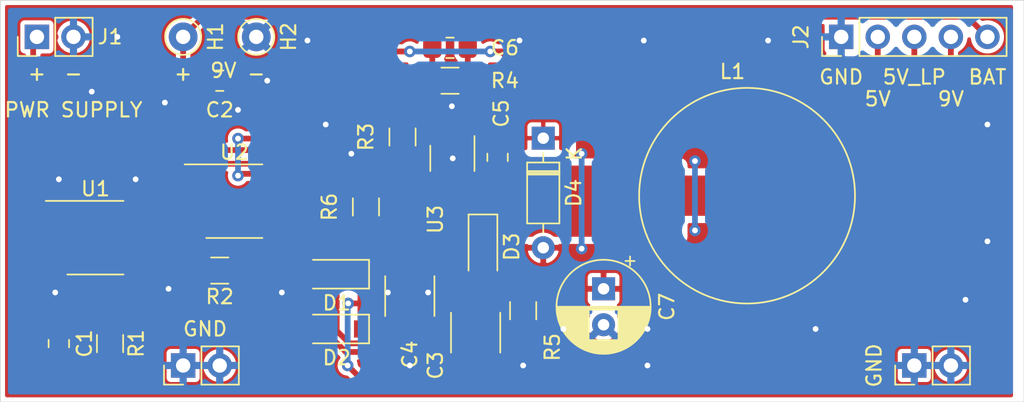
<source format=kicad_pcb>
(kicad_pcb (version 20171130) (host pcbnew 5.1.7-1.fc32)

  (general
    (thickness 1.6)
    (drawings 16)
    (tracks 129)
    (zones 0)
    (modules 27)
    (nets 15)
  )

  (page A4)
  (layers
    (0 F.Cu signal)
    (31 B.Cu signal hide)
    (32 B.Adhes user hide)
    (33 F.Adhes user hide)
    (34 B.Paste user hide)
    (35 F.Paste user hide)
    (36 B.SilkS user hide)
    (37 F.SilkS user)
    (38 B.Mask user hide)
    (39 F.Mask user hide)
    (40 Dwgs.User user hide)
    (41 Cmts.User user hide)
    (42 Eco1.User user hide)
    (43 Eco2.User user)
    (44 Edge.Cuts user)
    (45 Margin user hide)
    (46 B.CrtYd user hide)
    (47 F.CrtYd user)
    (48 B.Fab user hide)
    (49 F.Fab user hide)
  )

  (setup
    (last_trace_width 0.25)
    (user_trace_width 0.4)
    (trace_clearance 0.2)
    (zone_clearance 0.5)
    (zone_45_only no)
    (trace_min 0.2)
    (via_size 0.8)
    (via_drill 0.4)
    (via_min_size 0.4)
    (via_min_drill 0.3)
    (uvia_size 0.3)
    (uvia_drill 0.1)
    (uvias_allowed no)
    (uvia_min_size 0.2)
    (uvia_min_drill 0.1)
    (edge_width 0.05)
    (segment_width 0.2)
    (pcb_text_width 0.3)
    (pcb_text_size 1.5 1.5)
    (mod_edge_width 0.12)
    (mod_text_size 1 1)
    (mod_text_width 0.15)
    (pad_size 4 2.8)
    (pad_drill 0)
    (pad_to_mask_clearance 0.051)
    (solder_mask_min_width 0.25)
    (aux_axis_origin -50 -80)
    (grid_origin -50 -80)
    (visible_elements FFFFFF7F)
    (pcbplotparams
      (layerselection 0x010fc_ffffffff)
      (usegerberextensions false)
      (usegerberattributes false)
      (usegerberadvancedattributes false)
      (creategerberjobfile false)
      (excludeedgelayer true)
      (linewidth 0.150000)
      (plotframeref false)
      (viasonmask false)
      (mode 1)
      (useauxorigin false)
      (hpglpennumber 1)
      (hpglpenspeed 20)
      (hpglpendiameter 15.000000)
      (psnegative false)
      (psa4output false)
      (plotreference true)
      (plotvalue true)
      (plotinvisibletext false)
      (padsonsilk false)
      (subtractmaskfromsilk false)
      (outputformat 1)
      (mirror false)
      (drillshape 0)
      (scaleselection 1)
      (outputdirectory "~/tmp/jcb/power"))
  )

  (net 0 "")
  (net 1 /12VSupply)
  (net 2 GND)
  (net 3 /9Vbat)
  (net 4 /9V)
  (net 5 "Net-(C5-Pad2)")
  (net 6 "Net-(C5-Pad1)")
  (net 7 "Net-(C6-Pad2)")
  (net 8 "Net-(U1-Pad5)")
  (net 9 /rc_filter)
  (net 10 /unfilteredV)
  (net 11 /filteredV)
  (net 12 "Net-(R6-Pad1)")
  (net 13 /9Vbat_enabled)
  (net 14 /OP_OUT)

  (net_class Default "This is the default net class."
    (clearance 0.2)
    (trace_width 0.25)
    (via_dia 0.8)
    (via_drill 0.4)
    (uvia_dia 0.3)
    (uvia_drill 0.1)
    (add_net /12VSupply)
    (add_net /9V)
    (add_net /9Vbat)
    (add_net /9Vbat_enabled)
    (add_net /OP_OUT)
    (add_net /filteredV)
    (add_net /rc_filter)
    (add_net /unfilteredV)
    (add_net GND)
    (add_net "Net-(C5-Pad1)")
    (add_net "Net-(C5-Pad2)")
    (add_net "Net-(C6-Pad2)")
    (add_net "Net-(R6-Pad1)")
    (add_net "Net-(U1-Pad5)")
  )

  (module Connector_PinHeader_2.54mm:PinHeader_1x02_P2.54mm_Vertical (layer F.Cu) (tedit 5F79DD09) (tstamp 5F7AC0A7)
    (at 135.42 62.24 90)
    (descr "Through hole straight pin header, 1x02, 2.54mm pitch, single row")
    (tags "Through hole pin header THT 1x02 2.54mm single row")
    (path /5E9E9179)
    (fp_text reference GND (at 0 -2.794 90) (layer F.SilkS)
      (effects (font (size 1 1) (thickness 0.15)))
    )
    (fp_text value Screw_Terminal_01x02 (at 0 4.87 90) (layer F.Fab)
      (effects (font (size 1 1) (thickness 0.15)))
    )
    (fp_line (start 1.8 -1.8) (end -1.8 -1.8) (layer F.CrtYd) (width 0.05))
    (fp_line (start 1.8 4.35) (end 1.8 -1.8) (layer F.CrtYd) (width 0.05))
    (fp_line (start -1.8 4.35) (end 1.8 4.35) (layer F.CrtYd) (width 0.05))
    (fp_line (start -1.8 -1.8) (end -1.8 4.35) (layer F.CrtYd) (width 0.05))
    (fp_line (start -1.33 -1.33) (end 0 -1.33) (layer F.SilkS) (width 0.12))
    (fp_line (start -1.33 0) (end -1.33 -1.33) (layer F.SilkS) (width 0.12))
    (fp_line (start -1.33 1.27) (end 1.33 1.27) (layer F.SilkS) (width 0.12))
    (fp_line (start 1.33 1.27) (end 1.33 3.87) (layer F.SilkS) (width 0.12))
    (fp_line (start -1.33 1.27) (end -1.33 3.87) (layer F.SilkS) (width 0.12))
    (fp_line (start -1.33 3.87) (end 1.33 3.87) (layer F.SilkS) (width 0.12))
    (fp_line (start -1.27 -0.635) (end -0.635 -1.27) (layer F.Fab) (width 0.1))
    (fp_line (start -1.27 3.81) (end -1.27 -0.635) (layer F.Fab) (width 0.1))
    (fp_line (start 1.27 3.81) (end -1.27 3.81) (layer F.Fab) (width 0.1))
    (fp_line (start 1.27 -1.27) (end 1.27 3.81) (layer F.Fab) (width 0.1))
    (fp_line (start -0.635 -1.27) (end 1.27 -1.27) (layer F.Fab) (width 0.1))
    (fp_text user %R (at 0 1.27) (layer F.Fab)
      (effects (font (size 1 1) (thickness 0.15)))
    )
    (pad 2 thru_hole oval (at 0 2.54 90) (size 1.7 1.7) (drill 1) (layers *.Cu *.Mask)
      (net 2 GND))
    (pad 1 thru_hole rect (at 0 0 90) (size 1.7 1.7) (drill 1) (layers *.Cu *.Mask)
      (net 2 GND))
    (model ${KISYS3DMOD}/Connector_PinHeader_2.54mm.3dshapes/PinHeader_1x02_P2.54mm_Vertical.wrl
      (at (xyz 0 0 0))
      (scale (xyz 1 1 1))
      (rotate (xyz 0 0 0))
    )
  )

  (module Connector_PinHeader_2.54mm:PinHeader_1x02_P2.54mm_Vertical (layer F.Cu) (tedit 5F79DD09) (tstamp 5F7ABFED)
    (at 84.62 62.24 90)
    (descr "Through hole straight pin header, 1x02, 2.54mm pitch, single row")
    (tags "Through hole pin header THT 1x02 2.54mm single row")
    (path /5E9E9179)
    (fp_text reference GND (at 2.54 1.524 180) (layer F.SilkS)
      (effects (font (size 1 1) (thickness 0.15)))
    )
    (fp_text value Screw_Terminal_01x02 (at 0 4.87 90) (layer F.Fab)
      (effects (font (size 1 1) (thickness 0.15)))
    )
    (fp_line (start -0.635 -1.27) (end 1.27 -1.27) (layer F.Fab) (width 0.1))
    (fp_line (start 1.27 -1.27) (end 1.27 3.81) (layer F.Fab) (width 0.1))
    (fp_line (start 1.27 3.81) (end -1.27 3.81) (layer F.Fab) (width 0.1))
    (fp_line (start -1.27 3.81) (end -1.27 -0.635) (layer F.Fab) (width 0.1))
    (fp_line (start -1.27 -0.635) (end -0.635 -1.27) (layer F.Fab) (width 0.1))
    (fp_line (start -1.33 3.87) (end 1.33 3.87) (layer F.SilkS) (width 0.12))
    (fp_line (start -1.33 1.27) (end -1.33 3.87) (layer F.SilkS) (width 0.12))
    (fp_line (start 1.33 1.27) (end 1.33 3.87) (layer F.SilkS) (width 0.12))
    (fp_line (start -1.33 1.27) (end 1.33 1.27) (layer F.SilkS) (width 0.12))
    (fp_line (start -1.33 0) (end -1.33 -1.33) (layer F.SilkS) (width 0.12))
    (fp_line (start -1.33 -1.33) (end 0 -1.33) (layer F.SilkS) (width 0.12))
    (fp_line (start -1.8 -1.8) (end -1.8 4.35) (layer F.CrtYd) (width 0.05))
    (fp_line (start -1.8 4.35) (end 1.8 4.35) (layer F.CrtYd) (width 0.05))
    (fp_line (start 1.8 4.35) (end 1.8 -1.8) (layer F.CrtYd) (width 0.05))
    (fp_line (start 1.8 -1.8) (end -1.8 -1.8) (layer F.CrtYd) (width 0.05))
    (fp_text user %R (at 0 1.27) (layer F.Fab)
      (effects (font (size 1 1) (thickness 0.15)))
    )
    (pad 1 thru_hole rect (at 0 0 90) (size 1.7 1.7) (drill 1) (layers *.Cu *.Mask)
      (net 2 GND))
    (pad 2 thru_hole oval (at 0 2.54 90) (size 1.7 1.7) (drill 1) (layers *.Cu *.Mask)
      (net 2 GND))
    (model ${KISYS3DMOD}/Connector_PinHeader_2.54mm.3dshapes/PinHeader_1x02_P2.54mm_Vertical.wrl
      (at (xyz 0 0 0))
      (scale (xyz 1 1 1))
      (rotate (xyz 0 0 0))
    )
  )

  (module Connector_PinHeader_2.54mm:PinHeader_1x02_P2.54mm_Vertical (layer F.Cu) (tedit 59FED5CC) (tstamp 5F79A494)
    (at 74.46 39.38 90)
    (descr "Through hole straight pin header, 1x02, 2.54mm pitch, single row")
    (tags "Through hole pin header THT 1x02 2.54mm single row")
    (path /5E9E9179)
    (fp_text reference J1 (at 0 5.08 180) (layer F.SilkS)
      (effects (font (size 1 1) (thickness 0.15)))
    )
    (fp_text value Screw_Terminal_01x02 (at 0 4.87 90) (layer F.Fab)
      (effects (font (size 1 1) (thickness 0.15)))
    )
    (fp_line (start 1.8 -1.8) (end -1.8 -1.8) (layer F.CrtYd) (width 0.05))
    (fp_line (start 1.8 4.35) (end 1.8 -1.8) (layer F.CrtYd) (width 0.05))
    (fp_line (start -1.8 4.35) (end 1.8 4.35) (layer F.CrtYd) (width 0.05))
    (fp_line (start -1.8 -1.8) (end -1.8 4.35) (layer F.CrtYd) (width 0.05))
    (fp_line (start -1.33 -1.33) (end 0 -1.33) (layer F.SilkS) (width 0.12))
    (fp_line (start -1.33 0) (end -1.33 -1.33) (layer F.SilkS) (width 0.12))
    (fp_line (start -1.33 1.27) (end 1.33 1.27) (layer F.SilkS) (width 0.12))
    (fp_line (start 1.33 1.27) (end 1.33 3.87) (layer F.SilkS) (width 0.12))
    (fp_line (start -1.33 1.27) (end -1.33 3.87) (layer F.SilkS) (width 0.12))
    (fp_line (start -1.33 3.87) (end 1.33 3.87) (layer F.SilkS) (width 0.12))
    (fp_line (start -1.27 -0.635) (end -0.635 -1.27) (layer F.Fab) (width 0.1))
    (fp_line (start -1.27 3.81) (end -1.27 -0.635) (layer F.Fab) (width 0.1))
    (fp_line (start 1.27 3.81) (end -1.27 3.81) (layer F.Fab) (width 0.1))
    (fp_line (start 1.27 -1.27) (end 1.27 3.81) (layer F.Fab) (width 0.1))
    (fp_line (start -0.635 -1.27) (end 1.27 -1.27) (layer F.Fab) (width 0.1))
    (fp_text user %R (at 0 1.27) (layer F.Fab)
      (effects (font (size 1 1) (thickness 0.15)))
    )
    (pad 2 thru_hole oval (at 0 2.54 90) (size 1.7 1.7) (drill 1) (layers *.Cu *.Mask)
      (net 2 GND))
    (pad 1 thru_hole rect (at 0 0 90) (size 1.7 1.7) (drill 1) (layers *.Cu *.Mask)
      (net 1 /12VSupply))
    (model ${KISYS3DMOD}/Connector_PinHeader_2.54mm.3dshapes/PinHeader_1x02_P2.54mm_Vertical.wrl
      (at (xyz 0 0 0))
      (scale (xyz 1 1 1))
      (rotate (xyz 0 0 0))
    )
  )

  (module big-inductors:big-inductor (layer F.Cu) (tedit 5F79DD53) (tstamp 5F79A4C3)
    (at 131.4195 50.429 180)
    (path /5EA39D42)
    (fp_text reference L1 (at 8.636 8.636) (layer F.SilkS)
      (effects (font (size 1 1) (thickness 0.15)))
    )
    (fp_text value 68u (at 8.89 -8.382) (layer F.Fab)
      (effects (font (size 1 1) (thickness 0.15)))
    )
    (fp_circle (center 7.62 0) (end 15.12 0) (layer F.SilkS) (width 0.12))
    (pad 3 smd rect (at 10.16 0 180) (size 4 2.8) (layers F.Cu F.Paste F.Mask))
    (pad 3 smd rect (at 4.826 0 180) (size 4 2.8) (layers F.Cu F.Paste F.Mask))
    (pad 2 smd rect (at 15 0 180) (size 4 2.8) (layers F.Cu F.Paste F.Mask)
      (net 5 "Net-(C5-Pad2)"))
    (pad 1 smd rect (at 0 0 180) (size 4 2.8) (layers F.Cu F.Paste F.Mask)
      (net 10 /unfilteredV))
  )

  (module Connector_PinHeader_2.54mm:PinHeader_1x05_P2.54mm_Vertical (layer F.Cu) (tedit 59FED5CC) (tstamp 5F7A83C8)
    (at 130.34 39.38 90)
    (descr "Through hole straight pin header, 1x05, 2.54mm pitch, single row")
    (tags "Through hole pin header THT 1x05 2.54mm single row")
    (path /5F8036FD)
    (fp_text reference J2 (at 0 -2.794 90) (layer F.SilkS)
      (effects (font (size 1 1) (thickness 0.15)))
    )
    (fp_text value Conn_01x05_Male (at 0 12.49 90) (layer F.Fab)
      (effects (font (size 1 1) (thickness 0.15)))
    )
    (fp_line (start -0.635 -1.27) (end 1.27 -1.27) (layer F.Fab) (width 0.1))
    (fp_line (start 1.27 -1.27) (end 1.27 11.43) (layer F.Fab) (width 0.1))
    (fp_line (start 1.27 11.43) (end -1.27 11.43) (layer F.Fab) (width 0.1))
    (fp_line (start -1.27 11.43) (end -1.27 -0.635) (layer F.Fab) (width 0.1))
    (fp_line (start -1.27 -0.635) (end -0.635 -1.27) (layer F.Fab) (width 0.1))
    (fp_line (start -1.33 11.49) (end 1.33 11.49) (layer F.SilkS) (width 0.12))
    (fp_line (start -1.33 1.27) (end -1.33 11.49) (layer F.SilkS) (width 0.12))
    (fp_line (start 1.33 1.27) (end 1.33 11.49) (layer F.SilkS) (width 0.12))
    (fp_line (start -1.33 1.27) (end 1.33 1.27) (layer F.SilkS) (width 0.12))
    (fp_line (start -1.33 0) (end -1.33 -1.33) (layer F.SilkS) (width 0.12))
    (fp_line (start -1.33 -1.33) (end 0 -1.33) (layer F.SilkS) (width 0.12))
    (fp_line (start -1.8 -1.8) (end -1.8 11.95) (layer F.CrtYd) (width 0.05))
    (fp_line (start -1.8 11.95) (end 1.8 11.95) (layer F.CrtYd) (width 0.05))
    (fp_line (start 1.8 11.95) (end 1.8 -1.8) (layer F.CrtYd) (width 0.05))
    (fp_line (start 1.8 -1.8) (end -1.8 -1.8) (layer F.CrtYd) (width 0.05))
    (fp_text user %R (at 0 5.08) (layer F.Fab)
      (effects (font (size 1 1) (thickness 0.15)))
    )
    (pad 1 thru_hole rect (at 0 0 90) (size 1.7 1.7) (drill 1) (layers *.Cu *.Mask)
      (net 2 GND))
    (pad 2 thru_hole oval (at 0 2.54 90) (size 1.7 1.7) (drill 1) (layers *.Cu *.Mask)
      (net 10 /unfilteredV))
    (pad 3 thru_hole oval (at 0 5.08 90) (size 1.7 1.7) (drill 1) (layers *.Cu *.Mask)
      (net 11 /filteredV))
    (pad 4 thru_hole oval (at 0 7.62 90) (size 1.7 1.7) (drill 1) (layers *.Cu *.Mask)
      (net 4 /9V))
    (pad 5 thru_hole oval (at 0 10.16 90) (size 1.7 1.7) (drill 1) (layers *.Cu *.Mask)
      (net 3 /9Vbat))
    (model ${KISYS3DMOD}/Connector_PinHeader_2.54mm.3dshapes/PinHeader_1x05_P2.54mm_Vertical.wrl
      (at (xyz 0 0 0))
      (scale (xyz 1 1 1))
      (rotate (xyz 0 0 0))
    )
  )

  (module __smd-handsolder:Handsolder_1206_3216Metric (layer F.Cu) (tedit 5E9C12D9) (tstamp 5F7A1E8C)
    (at 97.32 51.21132 270)
    (descr "Resistor SMD 1206 (3216 Metric), square (rectangular) end terminal, IPC_7351 nominal, (Body size source: http://www.tortai-tech.com/upload/download/2011102023233369053.pdf), generated with kicad-footprint-generator")
    (tags resistor)
    (path /5F7B93B5)
    (attr smd)
    (fp_text reference R6 (at 0 2.54 270) (layer F.SilkS)
      (effects (font (size 1 1) (thickness 0.15)))
    )
    (fp_text value 100K (at 0 1.82 90) (layer F.Fab)
      (effects (font (size 1 1) (thickness 0.15)))
    )
    (fp_line (start 2.54 1.12) (end -2.54 1.12) (layer F.CrtYd) (width 0.05))
    (fp_line (start 2.54 -1.12) (end 2.54 1.12) (layer F.CrtYd) (width 0.05))
    (fp_line (start -2.54 -1.12) (end 2.54 -1.12) (layer F.CrtYd) (width 0.05))
    (fp_line (start -2.54 1.12) (end -2.54 -1.12) (layer F.CrtYd) (width 0.05))
    (fp_line (start -0.602064 0.91) (end 0.602064 0.91) (layer F.SilkS) (width 0.12))
    (fp_line (start -0.602064 -0.91) (end 0.602064 -0.91) (layer F.SilkS) (width 0.12))
    (fp_line (start 1.6 0.8) (end -1.6 0.8) (layer F.Fab) (width 0.1))
    (fp_line (start 1.6 -0.8) (end 1.6 0.8) (layer F.Fab) (width 0.1))
    (fp_line (start -1.6 -0.8) (end 1.6 -0.8) (layer F.Fab) (width 0.1))
    (fp_line (start -1.6 0.8) (end -1.6 -0.8) (layer F.Fab) (width 0.1))
    (fp_text user %R (at 0 0 90) (layer F.Fab)
      (effects (font (size 0.8 0.8) (thickness 0.12)))
    )
    (pad 2 smd roundrect (at 1.67132 0 270) (size 1.524 1.75) (layers F.Cu F.Paste F.Mask) (roundrect_rratio 0.2)
      (net 4 /9V))
    (pad 1 smd roundrect (at -1.67132 0 270) (size 1.524 1.75) (layers F.Cu F.Paste F.Mask) (roundrect_rratio 0.2)
      (net 12 "Net-(R6-Pad1)"))
    (model ${KISYS3DMOD}/Resistor_SMD.3dshapes/R_1206_3216Metric.wrl
      (at (xyz 0 0 0))
      (scale (xyz 1 1 1))
      (rotate (xyz 0 0 0))
    )
  )

  (module Diode_THT:D_DO-35_SOD27_P7.62mm_Horizontal (layer F.Cu) (tedit 5AE50CD5) (tstamp 5F79A45A)
    (at 109.639 46.4285 270)
    (descr "Diode, DO-35_SOD27 series, Axial, Horizontal, pin pitch=7.62mm, , length*diameter=4*2mm^2, , http://www.diodes.com/_files/packages/DO-35.pdf")
    (tags "Diode DO-35_SOD27 series Axial Horizontal pin pitch 7.62mm  length 4mm diameter 2mm")
    (path /5EA309E3)
    (fp_text reference D4 (at 3.81 -2.12 90) (layer F.SilkS)
      (effects (font (size 1 1) (thickness 0.15)))
    )
    (fp_text value 1N4148 (at 3.81 2.12 90) (layer F.Fab)
      (effects (font (size 1 1) (thickness 0.15)))
    )
    (fp_line (start 8.67 -1.25) (end -1.05 -1.25) (layer F.CrtYd) (width 0.05))
    (fp_line (start 8.67 1.25) (end 8.67 -1.25) (layer F.CrtYd) (width 0.05))
    (fp_line (start -1.05 1.25) (end 8.67 1.25) (layer F.CrtYd) (width 0.05))
    (fp_line (start -1.05 -1.25) (end -1.05 1.25) (layer F.CrtYd) (width 0.05))
    (fp_line (start 2.29 -1.12) (end 2.29 1.12) (layer F.SilkS) (width 0.12))
    (fp_line (start 2.53 -1.12) (end 2.53 1.12) (layer F.SilkS) (width 0.12))
    (fp_line (start 2.41 -1.12) (end 2.41 1.12) (layer F.SilkS) (width 0.12))
    (fp_line (start 6.58 0) (end 5.93 0) (layer F.SilkS) (width 0.12))
    (fp_line (start 1.04 0) (end 1.69 0) (layer F.SilkS) (width 0.12))
    (fp_line (start 5.93 -1.12) (end 1.69 -1.12) (layer F.SilkS) (width 0.12))
    (fp_line (start 5.93 1.12) (end 5.93 -1.12) (layer F.SilkS) (width 0.12))
    (fp_line (start 1.69 1.12) (end 5.93 1.12) (layer F.SilkS) (width 0.12))
    (fp_line (start 1.69 -1.12) (end 1.69 1.12) (layer F.SilkS) (width 0.12))
    (fp_line (start 2.31 -1) (end 2.31 1) (layer F.Fab) (width 0.1))
    (fp_line (start 2.51 -1) (end 2.51 1) (layer F.Fab) (width 0.1))
    (fp_line (start 2.41 -1) (end 2.41 1) (layer F.Fab) (width 0.1))
    (fp_line (start 7.62 0) (end 5.81 0) (layer F.Fab) (width 0.1))
    (fp_line (start 0 0) (end 1.81 0) (layer F.Fab) (width 0.1))
    (fp_line (start 5.81 -1) (end 1.81 -1) (layer F.Fab) (width 0.1))
    (fp_line (start 5.81 1) (end 5.81 -1) (layer F.Fab) (width 0.1))
    (fp_line (start 1.81 1) (end 5.81 1) (layer F.Fab) (width 0.1))
    (fp_line (start 1.81 -1) (end 1.81 1) (layer F.Fab) (width 0.1))
    (fp_text user K (at 1.0795 -2.159 90) (layer F.SilkS)
      (effects (font (size 1 1) (thickness 0.15)))
    )
    (fp_text user K (at 0 -1.8 90) (layer F.Fab)
      (effects (font (size 1 1) (thickness 0.15)))
    )
    (fp_text user %R (at 4.11 0 90) (layer F.Fab)
      (effects (font (size 0.8 0.8) (thickness 0.12)))
    )
    (pad 2 thru_hole oval (at 7.62 0 270) (size 1.6 1.6) (drill 0.8) (layers *.Cu *.Mask)
      (net 10 /unfilteredV))
    (pad 1 thru_hole rect (at 0 0 270) (size 1.6 1.6) (drill 0.8) (layers *.Cu *.Mask)
      (net 6 "Net-(C5-Pad1)"))
    (model ${KISYS3DMOD}/Diode_THT.3dshapes/D_DO-35_SOD27_P7.62mm_Horizontal.wrl
      (at (xyz 0 0 0))
      (scale (xyz 1 1 1))
      (rotate (xyz 0 0 0))
    )
  )

  (module Package_TO_SOT_SMD:TSOT-23-6_HandSoldering (layer F.Cu) (tedit 5A02FF57) (tstamp 5F79A562)
    (at 103.35 47.83 270)
    (descr "6-pin TSOT23 package, http://cds.linear.com/docs/en/packaging/SOT_6_05-08-1636.pdf")
    (tags "TSOT-23-6 MK06A TSOT-6 Hand-soldering")
    (path /5E9DEE4F)
    (attr smd)
    (fp_text reference U3 (at 4.25 1.204 90) (layer F.SilkS)
      (effects (font (size 1 1) (thickness 0.15)))
    )
    (fp_text value LT1934 (at 0 2.5 90) (layer F.Fab)
      (effects (font (size 1 1) (thickness 0.15)))
    )
    (fp_line (start 2.96 1.7) (end -2.96 1.7) (layer F.CrtYd) (width 0.05))
    (fp_line (start 2.96 1.7) (end 2.96 -1.7) (layer F.CrtYd) (width 0.05))
    (fp_line (start -2.96 -1.7) (end -2.96 1.7) (layer F.CrtYd) (width 0.05))
    (fp_line (start -2.96 -1.7) (end 2.96 -1.7) (layer F.CrtYd) (width 0.05))
    (fp_line (start 0.88 -1.45) (end 0.88 1.45) (layer F.Fab) (width 0.1))
    (fp_line (start 0.88 1.45) (end -0.88 1.45) (layer F.Fab) (width 0.1))
    (fp_line (start -0.88 -1) (end -0.88 1.45) (layer F.Fab) (width 0.1))
    (fp_line (start 0.88 -1.45) (end -0.43 -1.45) (layer F.Fab) (width 0.1))
    (fp_line (start -0.88 -1) (end -0.43 -1.45) (layer F.Fab) (width 0.1))
    (fp_line (start 0.88 -1.51) (end -1.55 -1.51) (layer F.SilkS) (width 0.12))
    (fp_line (start -0.88 1.56) (end 0.88 1.56) (layer F.SilkS) (width 0.12))
    (fp_text user %R (at 0 0) (layer F.Fab)
      (effects (font (size 0.5 0.5) (thickness 0.075)))
    )
    (pad 6 smd rect (at 1.71 -0.95 270) (size 2 0.65) (layers F.Cu F.Paste F.Mask)
      (net 5 "Net-(C5-Pad2)"))
    (pad 5 smd rect (at 1.71 0 270) (size 2 0.65) (layers F.Cu F.Paste F.Mask)
      (net 4 /9V))
    (pad 4 smd rect (at 1.71 0.95 270) (size 2 0.65) (layers F.Cu F.Paste F.Mask)
      (net 12 "Net-(R6-Pad1)"))
    (pad 3 smd rect (at -1.71 0.95 270) (size 2 0.65) (layers F.Cu F.Paste F.Mask)
      (net 7 "Net-(C6-Pad2)"))
    (pad 2 smd rect (at -1.71 0 270) (size 2 0.65) (layers F.Cu F.Paste F.Mask)
      (net 2 GND))
    (pad 1 smd rect (at -1.71 -0.95 270) (size 2 0.65) (layers F.Cu F.Paste F.Mask)
      (net 6 "Net-(C5-Pad1)"))
    (model ${KISYS3DMOD}/Package_TO_SOT_SMD.3dshapes/TSOT-23-6.wrl
      (at (xyz 0 0 0))
      (scale (xyz 1 1 1))
      (rotate (xyz 0 0 0))
    )
  )

  (module __smd-handsolder:SOIC-8_3.9x4.9mm_P1.27mm_handsolder (layer F.Cu) (tedit 5EA60055) (tstamp 5F79A54C)
    (at 88.176 50.81)
    (descr "SOIC, 8 Pin (JEDEC MS-012AA, https://www.analog.com/media/en/package-pcb-resources/package/pkg_pdf/soic_narrow-r/r_8.pdf), generated with kicad-footprint-generator ipc_gullwing_generator.py")
    (tags "SOIC SO")
    (path /5E9F5AB6)
    (attr smd)
    (fp_text reference U2 (at 0 -3.4) (layer F.SilkS)
      (effects (font (size 1 1) (thickness 0.15)))
    )
    (fp_text value SI4532 (at 0 3.4) (layer F.Fab)
      (effects (font (size 1 1) (thickness 0.15)))
    )
    (fp_line (start 4.064 -2.7) (end -4.064 -2.7) (layer F.CrtYd) (width 0.05))
    (fp_line (start 4.064 2.7) (end 4.064 -2.7) (layer F.CrtYd) (width 0.05))
    (fp_line (start -4.064 2.7) (end 4.064 2.7) (layer F.CrtYd) (width 0.05))
    (fp_line (start -4.064 -2.7) (end -4.064 2.7) (layer F.CrtYd) (width 0.05))
    (fp_line (start -1.95 -1.475) (end -0.975 -2.45) (layer F.Fab) (width 0.1))
    (fp_line (start -1.95 2.45) (end -1.95 -1.475) (layer F.Fab) (width 0.1))
    (fp_line (start 1.95 2.45) (end -1.95 2.45) (layer F.Fab) (width 0.1))
    (fp_line (start 1.95 -2.45) (end 1.95 2.45) (layer F.Fab) (width 0.1))
    (fp_line (start -0.975 -2.45) (end 1.95 -2.45) (layer F.Fab) (width 0.1))
    (fp_line (start 0 -2.56) (end -3.45 -2.56) (layer F.SilkS) (width 0.12))
    (fp_line (start 0 -2.56) (end 1.95 -2.56) (layer F.SilkS) (width 0.12))
    (fp_line (start 0 2.56) (end -1.95 2.56) (layer F.SilkS) (width 0.12))
    (fp_line (start 0 2.56) (end 1.95 2.56) (layer F.SilkS) (width 0.12))
    (fp_text user %R (at 0 0) (layer F.Fab)
      (effects (font (size 0.98 0.98) (thickness 0.15)))
    )
    (pad 8 smd roundrect (at 2.675 -1.905) (size 2.5 0.6) (layers F.Cu F.Paste F.Mask) (roundrect_rratio 0.25)
      (net 10 /unfilteredV))
    (pad 7 smd roundrect (at 2.675 -0.635) (size 2.5 0.6) (layers F.Cu F.Paste F.Mask) (roundrect_rratio 0.25)
      (net 10 /unfilteredV))
    (pad 6 smd roundrect (at 2.675 0.635) (size 2.5 0.6) (layers F.Cu F.Paste F.Mask) (roundrect_rratio 0.25)
      (net 13 /9Vbat_enabled))
    (pad 5 smd roundrect (at 2.675 1.905) (size 2.5 0.6) (layers F.Cu F.Paste F.Mask) (roundrect_rratio 0.25)
      (net 13 /9Vbat_enabled))
    (pad 4 smd roundrect (at -2.675 1.905) (size 2.5 0.6) (layers F.Cu F.Paste F.Mask) (roundrect_rratio 0.25)
      (net 14 /OP_OUT))
    (pad 3 smd roundrect (at -2.675 0.635) (size 2.5 0.6) (layers F.Cu F.Paste F.Mask) (roundrect_rratio 0.25)
      (net 3 /9Vbat))
    (pad 2 smd roundrect (at -2.675 -0.635) (size 2.5 0.6) (layers F.Cu F.Paste F.Mask) (roundrect_rratio 0.25)
      (net 9 /rc_filter))
    (pad 1 smd roundrect (at -2.675 -1.905) (size 2.5 0.6) (layers F.Cu F.Paste F.Mask) (roundrect_rratio 0.25)
      (net 11 /filteredV))
    (model ${KISYS3DMOD}/Package_SO.3dshapes/SOIC-8_3.9x4.9mm_P1.27mm.wrl
      (at (xyz 0 0 0))
      (scale (xyz 1 1 1))
      (rotate (xyz 0 0 0))
    )
  )

  (module __smd-handsolder:SOIC-8_3.9x4.9mm_P1.27mm_handsolder (layer F.Cu) (tedit 5EA60055) (tstamp 5F79A532)
    (at 78.524 53.35)
    (descr "SOIC, 8 Pin (JEDEC MS-012AA, https://www.analog.com/media/en/package-pcb-resources/package/pkg_pdf/soic_narrow-r/r_8.pdf), generated with kicad-footprint-generator ipc_gullwing_generator.py")
    (tags "SOIC SO")
    (path /5E9DFF87)
    (attr smd)
    (fp_text reference U1 (at 0 -3.4) (layer F.SilkS)
      (effects (font (size 1 1) (thickness 0.15)))
    )
    (fp_text value LM311 (at 0 3.4) (layer F.Fab)
      (effects (font (size 1 1) (thickness 0.15)))
    )
    (fp_line (start 4.064 -2.7) (end -4.064 -2.7) (layer F.CrtYd) (width 0.05))
    (fp_line (start 4.064 2.7) (end 4.064 -2.7) (layer F.CrtYd) (width 0.05))
    (fp_line (start -4.064 2.7) (end 4.064 2.7) (layer F.CrtYd) (width 0.05))
    (fp_line (start -4.064 -2.7) (end -4.064 2.7) (layer F.CrtYd) (width 0.05))
    (fp_line (start -1.95 -1.475) (end -0.975 -2.45) (layer F.Fab) (width 0.1))
    (fp_line (start -1.95 2.45) (end -1.95 -1.475) (layer F.Fab) (width 0.1))
    (fp_line (start 1.95 2.45) (end -1.95 2.45) (layer F.Fab) (width 0.1))
    (fp_line (start 1.95 -2.45) (end 1.95 2.45) (layer F.Fab) (width 0.1))
    (fp_line (start -0.975 -2.45) (end 1.95 -2.45) (layer F.Fab) (width 0.1))
    (fp_line (start 0 -2.56) (end -3.45 -2.56) (layer F.SilkS) (width 0.12))
    (fp_line (start 0 -2.56) (end 1.95 -2.56) (layer F.SilkS) (width 0.12))
    (fp_line (start 0 2.56) (end -1.95 2.56) (layer F.SilkS) (width 0.12))
    (fp_line (start 0 2.56) (end 1.95 2.56) (layer F.SilkS) (width 0.12))
    (fp_text user %R (at 0 0) (layer F.Fab)
      (effects (font (size 0.98 0.98) (thickness 0.15)))
    )
    (pad 8 smd roundrect (at 2.675 -1.905) (size 2.5 0.6) (layers F.Cu F.Paste F.Mask) (roundrect_rratio 0.25)
      (net 3 /9Vbat))
    (pad 7 smd roundrect (at 2.675 -0.635) (size 2.5 0.6) (layers F.Cu F.Paste F.Mask) (roundrect_rratio 0.25)
      (net 14 /OP_OUT))
    (pad 6 smd roundrect (at 2.675 0.635) (size 2.5 0.6) (layers F.Cu F.Paste F.Mask) (roundrect_rratio 0.25)
      (net 8 "Net-(U1-Pad5)"))
    (pad 5 smd roundrect (at 2.675 1.905) (size 2.5 0.6) (layers F.Cu F.Paste F.Mask) (roundrect_rratio 0.25)
      (net 8 "Net-(U1-Pad5)"))
    (pad 4 smd roundrect (at -2.675 1.905) (size 2.5 0.6) (layers F.Cu F.Paste F.Mask) (roundrect_rratio 0.25)
      (net 2 GND))
    (pad 3 smd roundrect (at -2.675 0.635) (size 2.5 0.6) (layers F.Cu F.Paste F.Mask) (roundrect_rratio 0.25)
      (net 3 /9Vbat))
    (pad 2 smd roundrect (at -2.675 -0.635) (size 2.5 0.6) (layers F.Cu F.Paste F.Mask) (roundrect_rratio 0.25)
      (net 1 /12VSupply))
    (pad 1 smd roundrect (at -2.675 -1.905) (size 2.5 0.6) (layers F.Cu F.Paste F.Mask) (roundrect_rratio 0.25)
      (net 2 GND))
    (model ${KISYS3DMOD}/Package_SO.3dshapes/SOIC-8_3.9x4.9mm_P1.27mm.wrl
      (at (xyz 0 0 0))
      (scale (xyz 1 1 1))
      (rotate (xyz 0 0 0))
    )
  )

  (module __smd-handsolder:Handsolder_1206_3216Metric (layer F.Cu) (tedit 5E9C12D9) (tstamp 5F79A518)
    (at 108.242 58.43 90)
    (descr "Resistor SMD 1206 (3216 Metric), square (rectangular) end terminal, IPC_7351 nominal, (Body size source: http://www.tortai-tech.com/upload/download/2011102023233369053.pdf), generated with kicad-footprint-generator")
    (tags resistor)
    (path /5EA618B2)
    (attr smd)
    (fp_text reference R5 (at -2.54 2.032 90) (layer F.SilkS)
      (effects (font (size 1 1) (thickness 0.15)))
    )
    (fp_text value 1K (at 0 1.82 90) (layer F.Fab)
      (effects (font (size 1 1) (thickness 0.15)))
    )
    (fp_line (start 2.54 1.12) (end -2.54 1.12) (layer F.CrtYd) (width 0.05))
    (fp_line (start 2.54 -1.12) (end 2.54 1.12) (layer F.CrtYd) (width 0.05))
    (fp_line (start -2.54 -1.12) (end 2.54 -1.12) (layer F.CrtYd) (width 0.05))
    (fp_line (start -2.54 1.12) (end -2.54 -1.12) (layer F.CrtYd) (width 0.05))
    (fp_line (start -0.602064 0.91) (end 0.602064 0.91) (layer F.SilkS) (width 0.12))
    (fp_line (start -0.602064 -0.91) (end 0.602064 -0.91) (layer F.SilkS) (width 0.12))
    (fp_line (start 1.6 0.8) (end -1.6 0.8) (layer F.Fab) (width 0.1))
    (fp_line (start 1.6 -0.8) (end 1.6 0.8) (layer F.Fab) (width 0.1))
    (fp_line (start -1.6 -0.8) (end 1.6 -0.8) (layer F.Fab) (width 0.1))
    (fp_line (start -1.6 0.8) (end -1.6 -0.8) (layer F.Fab) (width 0.1))
    (fp_text user %R (at 0 0 90) (layer F.Fab)
      (effects (font (size 0.8 0.8) (thickness 0.12)))
    )
    (pad 2 smd roundrect (at 1.67132 0 90) (size 1.524 1.75) (layers F.Cu F.Paste F.Mask) (roundrect_rratio 0.2)
      (net 10 /unfilteredV))
    (pad 1 smd roundrect (at -1.67132 0 90) (size 1.524 1.75) (layers F.Cu F.Paste F.Mask) (roundrect_rratio 0.2)
      (net 9 /rc_filter))
    (model ${KISYS3DMOD}/Resistor_SMD.3dshapes/R_1206_3216Metric.wrl
      (at (xyz 0 0 0))
      (scale (xyz 1 1 1))
      (rotate (xyz 0 0 0))
    )
  )

  (module __smd-handsolder:Handsolder_1206_3216Metric (layer F.Cu) (tedit 5E9C12D9) (tstamp 5F79A507)
    (at 103.162 42.428 180)
    (descr "Resistor SMD 1206 (3216 Metric), square (rectangular) end terminal, IPC_7351 nominal, (Body size source: http://www.tortai-tech.com/upload/download/2011102023233369053.pdf), generated with kicad-footprint-generator")
    (tags resistor)
    (path /5EA433F3)
    (attr smd)
    (fp_text reference R4 (at -3.81 0) (layer F.SilkS)
      (effects (font (size 1 1) (thickness 0.15)))
    )
    (fp_text value 1M (at 0 1.82) (layer F.Fab)
      (effects (font (size 1 1) (thickness 0.15)))
    )
    (fp_line (start 2.54 1.12) (end -2.54 1.12) (layer F.CrtYd) (width 0.05))
    (fp_line (start 2.54 -1.12) (end 2.54 1.12) (layer F.CrtYd) (width 0.05))
    (fp_line (start -2.54 -1.12) (end 2.54 -1.12) (layer F.CrtYd) (width 0.05))
    (fp_line (start -2.54 1.12) (end -2.54 -1.12) (layer F.CrtYd) (width 0.05))
    (fp_line (start -0.602064 0.91) (end 0.602064 0.91) (layer F.SilkS) (width 0.12))
    (fp_line (start -0.602064 -0.91) (end 0.602064 -0.91) (layer F.SilkS) (width 0.12))
    (fp_line (start 1.6 0.8) (end -1.6 0.8) (layer F.Fab) (width 0.1))
    (fp_line (start 1.6 -0.8) (end 1.6 0.8) (layer F.Fab) (width 0.1))
    (fp_line (start -1.6 -0.8) (end 1.6 -0.8) (layer F.Fab) (width 0.1))
    (fp_line (start -1.6 0.8) (end -1.6 -0.8) (layer F.Fab) (width 0.1))
    (fp_text user %R (at 0 0) (layer F.Fab)
      (effects (font (size 0.8 0.8) (thickness 0.12)))
    )
    (pad 2 smd roundrect (at 1.67132 0 180) (size 1.524 1.75) (layers F.Cu F.Paste F.Mask) (roundrect_rratio 0.2)
      (net 7 "Net-(C6-Pad2)"))
    (pad 1 smd roundrect (at -1.67132 0 180) (size 1.524 1.75) (layers F.Cu F.Paste F.Mask) (roundrect_rratio 0.2)
      (net 10 /unfilteredV))
    (model ${KISYS3DMOD}/Resistor_SMD.3dshapes/R_1206_3216Metric.wrl
      (at (xyz 0 0 0))
      (scale (xyz 1 1 1))
      (rotate (xyz 0 0 0))
    )
  )

  (module __smd-handsolder:Handsolder_1206_3216Metric (layer F.Cu) (tedit 5E9C12D9) (tstamp 5F79A4F6)
    (at 99.86 46.34468 270)
    (descr "Resistor SMD 1206 (3216 Metric), square (rectangular) end terminal, IPC_7351 nominal, (Body size source: http://www.tortai-tech.com/upload/download/2011102023233369053.pdf), generated with kicad-footprint-generator")
    (tags resistor)
    (path /5EA4443F)
    (attr smd)
    (fp_text reference R3 (at 0 2.54 90) (layer F.SilkS)
      (effects (font (size 1 1) (thickness 0.15)))
    )
    (fp_text value 330K (at 0 1.82 90) (layer F.Fab)
      (effects (font (size 1 1) (thickness 0.15)))
    )
    (fp_line (start 2.54 1.12) (end -2.54 1.12) (layer F.CrtYd) (width 0.05))
    (fp_line (start 2.54 -1.12) (end 2.54 1.12) (layer F.CrtYd) (width 0.05))
    (fp_line (start -2.54 -1.12) (end 2.54 -1.12) (layer F.CrtYd) (width 0.05))
    (fp_line (start -2.54 1.12) (end -2.54 -1.12) (layer F.CrtYd) (width 0.05))
    (fp_line (start -0.602064 0.91) (end 0.602064 0.91) (layer F.SilkS) (width 0.12))
    (fp_line (start -0.602064 -0.91) (end 0.602064 -0.91) (layer F.SilkS) (width 0.12))
    (fp_line (start 1.6 0.8) (end -1.6 0.8) (layer F.Fab) (width 0.1))
    (fp_line (start 1.6 -0.8) (end 1.6 0.8) (layer F.Fab) (width 0.1))
    (fp_line (start -1.6 -0.8) (end 1.6 -0.8) (layer F.Fab) (width 0.1))
    (fp_line (start -1.6 0.8) (end -1.6 -0.8) (layer F.Fab) (width 0.1))
    (fp_text user %R (at 0 0 90) (layer F.Fab)
      (effects (font (size 0.8 0.8) (thickness 0.12)))
    )
    (pad 2 smd roundrect (at 1.67132 0 270) (size 1.524 1.75) (layers F.Cu F.Paste F.Mask) (roundrect_rratio 0.2)
      (net 2 GND))
    (pad 1 smd roundrect (at -1.67132 0 270) (size 1.524 1.75) (layers F.Cu F.Paste F.Mask) (roundrect_rratio 0.2)
      (net 7 "Net-(C6-Pad2)"))
    (model ${KISYS3DMOD}/Resistor_SMD.3dshapes/R_1206_3216Metric.wrl
      (at (xyz 0 0 0))
      (scale (xyz 1 1 1))
      (rotate (xyz 0 0 0))
    )
  )

  (module __smd-handsolder:Handsolder_1206_3216Metric (layer F.Cu) (tedit 5E9C12D9) (tstamp 5F79A4E5)
    (at 87.16 55.636 180)
    (descr "Resistor SMD 1206 (3216 Metric), square (rectangular) end terminal, IPC_7351 nominal, (Body size source: http://www.tortai-tech.com/upload/download/2011102023233369053.pdf), generated with kicad-footprint-generator")
    (tags resistor)
    (path /5EA0E182)
    (attr smd)
    (fp_text reference R2 (at 0 -1.82) (layer F.SilkS)
      (effects (font (size 1 1) (thickness 0.15)))
    )
    (fp_text value 1M (at 0 1.82) (layer F.Fab)
      (effects (font (size 1 1) (thickness 0.15)))
    )
    (fp_line (start 2.54 1.12) (end -2.54 1.12) (layer F.CrtYd) (width 0.05))
    (fp_line (start 2.54 -1.12) (end 2.54 1.12) (layer F.CrtYd) (width 0.05))
    (fp_line (start -2.54 -1.12) (end 2.54 -1.12) (layer F.CrtYd) (width 0.05))
    (fp_line (start -2.54 1.12) (end -2.54 -1.12) (layer F.CrtYd) (width 0.05))
    (fp_line (start -0.602064 0.91) (end 0.602064 0.91) (layer F.SilkS) (width 0.12))
    (fp_line (start -0.602064 -0.91) (end 0.602064 -0.91) (layer F.SilkS) (width 0.12))
    (fp_line (start 1.6 0.8) (end -1.6 0.8) (layer F.Fab) (width 0.1))
    (fp_line (start 1.6 -0.8) (end 1.6 0.8) (layer F.Fab) (width 0.1))
    (fp_line (start -1.6 -0.8) (end 1.6 -0.8) (layer F.Fab) (width 0.1))
    (fp_line (start -1.6 0.8) (end -1.6 -0.8) (layer F.Fab) (width 0.1))
    (fp_text user %R (at 0 0) (layer F.Fab)
      (effects (font (size 0.8 0.8) (thickness 0.12)))
    )
    (pad 2 smd roundrect (at 1.67132 0 180) (size 1.524 1.75) (layers F.Cu F.Paste F.Mask) (roundrect_rratio 0.2)
      (net 14 /OP_OUT))
    (pad 1 smd roundrect (at -1.67132 0 180) (size 1.524 1.75) (layers F.Cu F.Paste F.Mask) (roundrect_rratio 0.2)
      (net 3 /9Vbat))
    (model ${KISYS3DMOD}/Resistor_SMD.3dshapes/R_1206_3216Metric.wrl
      (at (xyz 0 0 0))
      (scale (xyz 1 1 1))
      (rotate (xyz 0 0 0))
    )
  )

  (module __smd-handsolder:Handsolder_1206_3216Metric (layer F.Cu) (tedit 5E9C12D9) (tstamp 5F79A4D4)
    (at 79.54 60.716 270)
    (descr "Resistor SMD 1206 (3216 Metric), square (rectangular) end terminal, IPC_7351 nominal, (Body size source: http://www.tortai-tech.com/upload/download/2011102023233369053.pdf), generated with kicad-footprint-generator")
    (tags resistor)
    (path /5EA18A29)
    (attr smd)
    (fp_text reference R1 (at 0 -1.82 90) (layer F.SilkS)
      (effects (font (size 1 1) (thickness 0.15)))
    )
    (fp_text value 1M (at 0 1.82 90) (layer F.Fab)
      (effects (font (size 1 1) (thickness 0.15)))
    )
    (fp_line (start 2.54 1.12) (end -2.54 1.12) (layer F.CrtYd) (width 0.05))
    (fp_line (start 2.54 -1.12) (end 2.54 1.12) (layer F.CrtYd) (width 0.05))
    (fp_line (start -2.54 -1.12) (end 2.54 -1.12) (layer F.CrtYd) (width 0.05))
    (fp_line (start -2.54 1.12) (end -2.54 -1.12) (layer F.CrtYd) (width 0.05))
    (fp_line (start -0.602064 0.91) (end 0.602064 0.91) (layer F.SilkS) (width 0.12))
    (fp_line (start -0.602064 -0.91) (end 0.602064 -0.91) (layer F.SilkS) (width 0.12))
    (fp_line (start 1.6 0.8) (end -1.6 0.8) (layer F.Fab) (width 0.1))
    (fp_line (start 1.6 -0.8) (end 1.6 0.8) (layer F.Fab) (width 0.1))
    (fp_line (start -1.6 -0.8) (end 1.6 -0.8) (layer F.Fab) (width 0.1))
    (fp_line (start -1.6 0.8) (end -1.6 -0.8) (layer F.Fab) (width 0.1))
    (fp_text user %R (at 0 0 90) (layer F.Fab)
      (effects (font (size 0.8 0.8) (thickness 0.12)))
    )
    (pad 2 smd roundrect (at 1.67132 0 270) (size 1.524 1.75) (layers F.Cu F.Paste F.Mask) (roundrect_rratio 0.2)
      (net 2 GND))
    (pad 1 smd roundrect (at -1.67132 0 270) (size 1.524 1.75) (layers F.Cu F.Paste F.Mask) (roundrect_rratio 0.2)
      (net 1 /12VSupply))
    (model ${KISYS3DMOD}/Resistor_SMD.3dshapes/R_1206_3216Metric.wrl
      (at (xyz 0 0 0))
      (scale (xyz 1 1 1))
      (rotate (xyz 0 0 0))
    )
  )

  (module Connector_Pin:Pin_D1.0mm_L10.0mm (layer F.Cu) (tedit 5A1DC084) (tstamp 5F7ABBF1)
    (at 89.7 39.38 90)
    (descr "solder Pin_ diameter 1.0mm, hole diameter 1.0mm (press fit), length 10.0mm")
    (tags "solder Pin_ press fit")
    (path /5E9E86CF)
    (fp_text reference H2 (at 0 2.25 90) (layer F.SilkS)
      (effects (font (size 1 1) (thickness 0.15)))
    )
    (fp_text value MountingHole_Pad (at 0 -2.05 90) (layer F.Fab)
      (effects (font (size 1 1) (thickness 0.15)))
    )
    (fp_circle (center 0 0) (end 1.25 0.05) (layer F.SilkS) (width 0.12))
    (fp_circle (center 0 0) (end 1 0) (layer F.Fab) (width 0.12))
    (fp_circle (center 0 0) (end 0.5 0) (layer F.Fab) (width 0.12))
    (fp_circle (center 0 0) (end 1.5 0) (layer F.CrtYd) (width 0.05))
    (fp_text user %R (at 0 2.25 90) (layer F.Fab)
      (effects (font (size 1 1) (thickness 0.15)))
    )
    (pad 1 thru_hole circle (at 0 0 90) (size 2 2) (drill 1) (layers *.Cu *.Mask)
      (net 2 GND))
    (model ${KISYS3DMOD}/Connector_Pin.3dshapes/Pin_D1.0mm_L10.0mm.wrl
      (at (xyz 0 0 0))
      (scale (xyz 1 1 1))
      (rotate (xyz 0 0 0))
    )
  )

  (module Connector_Pin:Pin_D1.0mm_L10.0mm (layer F.Cu) (tedit 5A1DC084) (tstamp 5F7ABC0C)
    (at 84.62 39.38 90)
    (descr "solder Pin_ diameter 1.0mm, hole diameter 1.0mm (press fit), length 10.0mm")
    (tags "solder Pin_ press fit")
    (path /5E9E72AB)
    (fp_text reference H1 (at 0 2.25 90) (layer F.SilkS)
      (effects (font (size 1 1) (thickness 0.15)))
    )
    (fp_text value MountingHole_Pad (at 0 -2.05 90) (layer F.Fab)
      (effects (font (size 1 1) (thickness 0.15)))
    )
    (fp_circle (center 0 0) (end 1.25 0.05) (layer F.SilkS) (width 0.12))
    (fp_circle (center 0 0) (end 1 0) (layer F.Fab) (width 0.12))
    (fp_circle (center 0 0) (end 0.5 0) (layer F.Fab) (width 0.12))
    (fp_circle (center 0 0) (end 1.5 0) (layer F.CrtYd) (width 0.05))
    (fp_text user %R (at 0 2.25 90) (layer F.Fab)
      (effects (font (size 1 1) (thickness 0.15)))
    )
    (pad 1 thru_hole circle (at 0 0 90) (size 2 2) (drill 1) (layers *.Cu *.Mask)
      (net 3 /9Vbat))
    (model ${KISYS3DMOD}/Connector_Pin.3dshapes/Pin_D1.0mm_L10.0mm.wrl
      (at (xyz 0 0 0))
      (scale (xyz 1 1 1))
      (rotate (xyz 0 0 0))
    )
  )

  (module Diode_SMD:D_SOD-123 (layer F.Cu) (tedit 58645DC7) (tstamp 5F79A441)
    (at 105.448 53.985 270)
    (descr SOD-123)
    (tags SOD-123)
    (path /5EA2C8BA)
    (attr smd)
    (fp_text reference D3 (at 0 -2 90) (layer F.SilkS)
      (effects (font (size 1 1) (thickness 0.15)))
    )
    (fp_text value 1N5819 (at 0 2.1 90) (layer F.Fab)
      (effects (font (size 1 1) (thickness 0.15)))
    )
    (fp_line (start -2.25 -1) (end 1.65 -1) (layer F.SilkS) (width 0.12))
    (fp_line (start -2.25 1) (end 1.65 1) (layer F.SilkS) (width 0.12))
    (fp_line (start -2.35 -1.15) (end -2.35 1.15) (layer F.CrtYd) (width 0.05))
    (fp_line (start 2.35 1.15) (end -2.35 1.15) (layer F.CrtYd) (width 0.05))
    (fp_line (start 2.35 -1.15) (end 2.35 1.15) (layer F.CrtYd) (width 0.05))
    (fp_line (start -2.35 -1.15) (end 2.35 -1.15) (layer F.CrtYd) (width 0.05))
    (fp_line (start -1.4 -0.9) (end 1.4 -0.9) (layer F.Fab) (width 0.1))
    (fp_line (start 1.4 -0.9) (end 1.4 0.9) (layer F.Fab) (width 0.1))
    (fp_line (start 1.4 0.9) (end -1.4 0.9) (layer F.Fab) (width 0.1))
    (fp_line (start -1.4 0.9) (end -1.4 -0.9) (layer F.Fab) (width 0.1))
    (fp_line (start -0.75 0) (end -0.35 0) (layer F.Fab) (width 0.1))
    (fp_line (start -0.35 0) (end -0.35 -0.55) (layer F.Fab) (width 0.1))
    (fp_line (start -0.35 0) (end -0.35 0.55) (layer F.Fab) (width 0.1))
    (fp_line (start -0.35 0) (end 0.25 -0.4) (layer F.Fab) (width 0.1))
    (fp_line (start 0.25 -0.4) (end 0.25 0.4) (layer F.Fab) (width 0.1))
    (fp_line (start 0.25 0.4) (end -0.35 0) (layer F.Fab) (width 0.1))
    (fp_line (start 0.25 0) (end 0.75 0) (layer F.Fab) (width 0.1))
    (fp_line (start -2.25 -1) (end -2.25 1) (layer F.SilkS) (width 0.12))
    (fp_text user %R (at 0 -2 90) (layer F.Fab)
      (effects (font (size 1 1) (thickness 0.15)))
    )
    (pad 2 smd rect (at 1.65 0 270) (size 0.9 1.2) (layers F.Cu F.Paste F.Mask)
      (net 2 GND))
    (pad 1 smd rect (at -1.65 0 270) (size 0.9 1.2) (layers F.Cu F.Paste F.Mask)
      (net 5 "Net-(C5-Pad2)"))
    (model ${KISYS3DMOD}/Diode_SMD.3dshapes/D_SOD-123.wrl
      (at (xyz 0 0 0))
      (scale (xyz 1 1 1))
      (rotate (xyz 0 0 0))
    )
  )

  (module Diode_SMD:D_SOD-123 (layer F.Cu) (tedit 58645DC7) (tstamp 5F79A428)
    (at 95.288 59.7 180)
    (descr SOD-123)
    (tags SOD-123)
    (path /5E9E129E)
    (attr smd)
    (fp_text reference D2 (at 0 -2) (layer F.SilkS)
      (effects (font (size 1 1) (thickness 0.15)))
    )
    (fp_text value 1N5819 (at 0 2.1) (layer F.Fab)
      (effects (font (size 1 1) (thickness 0.15)))
    )
    (fp_line (start -2.25 -1) (end 1.65 -1) (layer F.SilkS) (width 0.12))
    (fp_line (start -2.25 1) (end 1.65 1) (layer F.SilkS) (width 0.12))
    (fp_line (start -2.35 -1.15) (end -2.35 1.15) (layer F.CrtYd) (width 0.05))
    (fp_line (start 2.35 1.15) (end -2.35 1.15) (layer F.CrtYd) (width 0.05))
    (fp_line (start 2.35 -1.15) (end 2.35 1.15) (layer F.CrtYd) (width 0.05))
    (fp_line (start -2.35 -1.15) (end 2.35 -1.15) (layer F.CrtYd) (width 0.05))
    (fp_line (start -1.4 -0.9) (end 1.4 -0.9) (layer F.Fab) (width 0.1))
    (fp_line (start 1.4 -0.9) (end 1.4 0.9) (layer F.Fab) (width 0.1))
    (fp_line (start 1.4 0.9) (end -1.4 0.9) (layer F.Fab) (width 0.1))
    (fp_line (start -1.4 0.9) (end -1.4 -0.9) (layer F.Fab) (width 0.1))
    (fp_line (start -0.75 0) (end -0.35 0) (layer F.Fab) (width 0.1))
    (fp_line (start -0.35 0) (end -0.35 -0.55) (layer F.Fab) (width 0.1))
    (fp_line (start -0.35 0) (end -0.35 0.55) (layer F.Fab) (width 0.1))
    (fp_line (start -0.35 0) (end 0.25 -0.4) (layer F.Fab) (width 0.1))
    (fp_line (start 0.25 -0.4) (end 0.25 0.4) (layer F.Fab) (width 0.1))
    (fp_line (start 0.25 0.4) (end -0.35 0) (layer F.Fab) (width 0.1))
    (fp_line (start 0.25 0) (end 0.75 0) (layer F.Fab) (width 0.1))
    (fp_line (start -2.25 -1) (end -2.25 1) (layer F.SilkS) (width 0.12))
    (fp_text user %R (at 0 -2) (layer F.Fab)
      (effects (font (size 1 1) (thickness 0.15)))
    )
    (pad 2 smd rect (at 1.65 0 180) (size 0.9 1.2) (layers F.Cu F.Paste F.Mask)
      (net 1 /12VSupply))
    (pad 1 smd rect (at -1.65 0 180) (size 0.9 1.2) (layers F.Cu F.Paste F.Mask)
      (net 4 /9V))
    (model ${KISYS3DMOD}/Diode_SMD.3dshapes/D_SOD-123.wrl
      (at (xyz 0 0 0))
      (scale (xyz 1 1 1))
      (rotate (xyz 0 0 0))
    )
  )

  (module Diode_SMD:D_SOD-123 (layer F.Cu) (tedit 58645DC7) (tstamp 5F79A40F)
    (at 95.288 55.89 180)
    (descr SOD-123)
    (tags SOD-123)
    (path /5E9E3799)
    (attr smd)
    (fp_text reference D1 (at 0 -2) (layer F.SilkS)
      (effects (font (size 1 1) (thickness 0.15)))
    )
    (fp_text value 1N5819 (at 0 2.1) (layer F.Fab)
      (effects (font (size 1 1) (thickness 0.15)))
    )
    (fp_line (start -2.25 -1) (end 1.65 -1) (layer F.SilkS) (width 0.12))
    (fp_line (start -2.25 1) (end 1.65 1) (layer F.SilkS) (width 0.12))
    (fp_line (start -2.35 -1.15) (end -2.35 1.15) (layer F.CrtYd) (width 0.05))
    (fp_line (start 2.35 1.15) (end -2.35 1.15) (layer F.CrtYd) (width 0.05))
    (fp_line (start 2.35 -1.15) (end 2.35 1.15) (layer F.CrtYd) (width 0.05))
    (fp_line (start -2.35 -1.15) (end 2.35 -1.15) (layer F.CrtYd) (width 0.05))
    (fp_line (start -1.4 -0.9) (end 1.4 -0.9) (layer F.Fab) (width 0.1))
    (fp_line (start 1.4 -0.9) (end 1.4 0.9) (layer F.Fab) (width 0.1))
    (fp_line (start 1.4 0.9) (end -1.4 0.9) (layer F.Fab) (width 0.1))
    (fp_line (start -1.4 0.9) (end -1.4 -0.9) (layer F.Fab) (width 0.1))
    (fp_line (start -0.75 0) (end -0.35 0) (layer F.Fab) (width 0.1))
    (fp_line (start -0.35 0) (end -0.35 -0.55) (layer F.Fab) (width 0.1))
    (fp_line (start -0.35 0) (end -0.35 0.55) (layer F.Fab) (width 0.1))
    (fp_line (start -0.35 0) (end 0.25 -0.4) (layer F.Fab) (width 0.1))
    (fp_line (start 0.25 -0.4) (end 0.25 0.4) (layer F.Fab) (width 0.1))
    (fp_line (start 0.25 0.4) (end -0.35 0) (layer F.Fab) (width 0.1))
    (fp_line (start 0.25 0) (end 0.75 0) (layer F.Fab) (width 0.1))
    (fp_line (start -2.25 -1) (end -2.25 1) (layer F.SilkS) (width 0.12))
    (fp_text user %R (at 0 -2) (layer F.Fab)
      (effects (font (size 1 1) (thickness 0.15)))
    )
    (pad 2 smd rect (at 1.65 0 180) (size 0.9 1.2) (layers F.Cu F.Paste F.Mask)
      (net 13 /9Vbat_enabled))
    (pad 1 smd rect (at -1.65 0 180) (size 0.9 1.2) (layers F.Cu F.Paste F.Mask)
      (net 4 /9V))
    (model ${KISYS3DMOD}/Diode_SMD.3dshapes/D_SOD-123.wrl
      (at (xyz 0 0 0))
      (scale (xyz 1 1 1))
      (rotate (xyz 0 0 0))
    )
  )

  (module Capacitor_THT:CP_Radial_D6.3mm_P2.50mm (layer F.Cu) (tedit 5AE50EF0) (tstamp 5F79A3F6)
    (at 113.83 56.906 270)
    (descr "CP, Radial series, Radial, pin pitch=2.50mm, , diameter=6.3mm, Electrolytic Capacitor")
    (tags "CP Radial series Radial pin pitch 2.50mm  diameter 6.3mm Electrolytic Capacitor")
    (path /5EA428A8)
    (fp_text reference C7 (at 1.25 -4.4 90) (layer F.SilkS)
      (effects (font (size 1 1) (thickness 0.15)))
    )
    (fp_text value 100u (at 1.25 4.4 90) (layer F.Fab)
      (effects (font (size 1 1) (thickness 0.15)))
    )
    (fp_line (start -1.935241 -2.154) (end -1.935241 -1.524) (layer F.SilkS) (width 0.12))
    (fp_line (start -2.250241 -1.839) (end -1.620241 -1.839) (layer F.SilkS) (width 0.12))
    (fp_line (start 4.491 -0.402) (end 4.491 0.402) (layer F.SilkS) (width 0.12))
    (fp_line (start 4.451 -0.633) (end 4.451 0.633) (layer F.SilkS) (width 0.12))
    (fp_line (start 4.411 -0.802) (end 4.411 0.802) (layer F.SilkS) (width 0.12))
    (fp_line (start 4.371 -0.94) (end 4.371 0.94) (layer F.SilkS) (width 0.12))
    (fp_line (start 4.331 -1.059) (end 4.331 1.059) (layer F.SilkS) (width 0.12))
    (fp_line (start 4.291 -1.165) (end 4.291 1.165) (layer F.SilkS) (width 0.12))
    (fp_line (start 4.251 -1.262) (end 4.251 1.262) (layer F.SilkS) (width 0.12))
    (fp_line (start 4.211 -1.35) (end 4.211 1.35) (layer F.SilkS) (width 0.12))
    (fp_line (start 4.171 -1.432) (end 4.171 1.432) (layer F.SilkS) (width 0.12))
    (fp_line (start 4.131 -1.509) (end 4.131 1.509) (layer F.SilkS) (width 0.12))
    (fp_line (start 4.091 -1.581) (end 4.091 1.581) (layer F.SilkS) (width 0.12))
    (fp_line (start 4.051 -1.65) (end 4.051 1.65) (layer F.SilkS) (width 0.12))
    (fp_line (start 4.011 -1.714) (end 4.011 1.714) (layer F.SilkS) (width 0.12))
    (fp_line (start 3.971 -1.776) (end 3.971 1.776) (layer F.SilkS) (width 0.12))
    (fp_line (start 3.931 -1.834) (end 3.931 1.834) (layer F.SilkS) (width 0.12))
    (fp_line (start 3.891 -1.89) (end 3.891 1.89) (layer F.SilkS) (width 0.12))
    (fp_line (start 3.851 -1.944) (end 3.851 1.944) (layer F.SilkS) (width 0.12))
    (fp_line (start 3.811 -1.995) (end 3.811 1.995) (layer F.SilkS) (width 0.12))
    (fp_line (start 3.771 -2.044) (end 3.771 2.044) (layer F.SilkS) (width 0.12))
    (fp_line (start 3.731 -2.092) (end 3.731 2.092) (layer F.SilkS) (width 0.12))
    (fp_line (start 3.691 -2.137) (end 3.691 2.137) (layer F.SilkS) (width 0.12))
    (fp_line (start 3.651 -2.182) (end 3.651 2.182) (layer F.SilkS) (width 0.12))
    (fp_line (start 3.611 -2.224) (end 3.611 2.224) (layer F.SilkS) (width 0.12))
    (fp_line (start 3.571 -2.265) (end 3.571 2.265) (layer F.SilkS) (width 0.12))
    (fp_line (start 3.531 1.04) (end 3.531 2.305) (layer F.SilkS) (width 0.12))
    (fp_line (start 3.531 -2.305) (end 3.531 -1.04) (layer F.SilkS) (width 0.12))
    (fp_line (start 3.491 1.04) (end 3.491 2.343) (layer F.SilkS) (width 0.12))
    (fp_line (start 3.491 -2.343) (end 3.491 -1.04) (layer F.SilkS) (width 0.12))
    (fp_line (start 3.451 1.04) (end 3.451 2.38) (layer F.SilkS) (width 0.12))
    (fp_line (start 3.451 -2.38) (end 3.451 -1.04) (layer F.SilkS) (width 0.12))
    (fp_line (start 3.411 1.04) (end 3.411 2.416) (layer F.SilkS) (width 0.12))
    (fp_line (start 3.411 -2.416) (end 3.411 -1.04) (layer F.SilkS) (width 0.12))
    (fp_line (start 3.371 1.04) (end 3.371 2.45) (layer F.SilkS) (width 0.12))
    (fp_line (start 3.371 -2.45) (end 3.371 -1.04) (layer F.SilkS) (width 0.12))
    (fp_line (start 3.331 1.04) (end 3.331 2.484) (layer F.SilkS) (width 0.12))
    (fp_line (start 3.331 -2.484) (end 3.331 -1.04) (layer F.SilkS) (width 0.12))
    (fp_line (start 3.291 1.04) (end 3.291 2.516) (layer F.SilkS) (width 0.12))
    (fp_line (start 3.291 -2.516) (end 3.291 -1.04) (layer F.SilkS) (width 0.12))
    (fp_line (start 3.251 1.04) (end 3.251 2.548) (layer F.SilkS) (width 0.12))
    (fp_line (start 3.251 -2.548) (end 3.251 -1.04) (layer F.SilkS) (width 0.12))
    (fp_line (start 3.211 1.04) (end 3.211 2.578) (layer F.SilkS) (width 0.12))
    (fp_line (start 3.211 -2.578) (end 3.211 -1.04) (layer F.SilkS) (width 0.12))
    (fp_line (start 3.171 1.04) (end 3.171 2.607) (layer F.SilkS) (width 0.12))
    (fp_line (start 3.171 -2.607) (end 3.171 -1.04) (layer F.SilkS) (width 0.12))
    (fp_line (start 3.131 1.04) (end 3.131 2.636) (layer F.SilkS) (width 0.12))
    (fp_line (start 3.131 -2.636) (end 3.131 -1.04) (layer F.SilkS) (width 0.12))
    (fp_line (start 3.091 1.04) (end 3.091 2.664) (layer F.SilkS) (width 0.12))
    (fp_line (start 3.091 -2.664) (end 3.091 -1.04) (layer F.SilkS) (width 0.12))
    (fp_line (start 3.051 1.04) (end 3.051 2.69) (layer F.SilkS) (width 0.12))
    (fp_line (start 3.051 -2.69) (end 3.051 -1.04) (layer F.SilkS) (width 0.12))
    (fp_line (start 3.011 1.04) (end 3.011 2.716) (layer F.SilkS) (width 0.12))
    (fp_line (start 3.011 -2.716) (end 3.011 -1.04) (layer F.SilkS) (width 0.12))
    (fp_line (start 2.971 1.04) (end 2.971 2.742) (layer F.SilkS) (width 0.12))
    (fp_line (start 2.971 -2.742) (end 2.971 -1.04) (layer F.SilkS) (width 0.12))
    (fp_line (start 2.931 1.04) (end 2.931 2.766) (layer F.SilkS) (width 0.12))
    (fp_line (start 2.931 -2.766) (end 2.931 -1.04) (layer F.SilkS) (width 0.12))
    (fp_line (start 2.891 1.04) (end 2.891 2.79) (layer F.SilkS) (width 0.12))
    (fp_line (start 2.891 -2.79) (end 2.891 -1.04) (layer F.SilkS) (width 0.12))
    (fp_line (start 2.851 1.04) (end 2.851 2.812) (layer F.SilkS) (width 0.12))
    (fp_line (start 2.851 -2.812) (end 2.851 -1.04) (layer F.SilkS) (width 0.12))
    (fp_line (start 2.811 1.04) (end 2.811 2.834) (layer F.SilkS) (width 0.12))
    (fp_line (start 2.811 -2.834) (end 2.811 -1.04) (layer F.SilkS) (width 0.12))
    (fp_line (start 2.771 1.04) (end 2.771 2.856) (layer F.SilkS) (width 0.12))
    (fp_line (start 2.771 -2.856) (end 2.771 -1.04) (layer F.SilkS) (width 0.12))
    (fp_line (start 2.731 1.04) (end 2.731 2.876) (layer F.SilkS) (width 0.12))
    (fp_line (start 2.731 -2.876) (end 2.731 -1.04) (layer F.SilkS) (width 0.12))
    (fp_line (start 2.691 1.04) (end 2.691 2.896) (layer F.SilkS) (width 0.12))
    (fp_line (start 2.691 -2.896) (end 2.691 -1.04) (layer F.SilkS) (width 0.12))
    (fp_line (start 2.651 1.04) (end 2.651 2.916) (layer F.SilkS) (width 0.12))
    (fp_line (start 2.651 -2.916) (end 2.651 -1.04) (layer F.SilkS) (width 0.12))
    (fp_line (start 2.611 1.04) (end 2.611 2.934) (layer F.SilkS) (width 0.12))
    (fp_line (start 2.611 -2.934) (end 2.611 -1.04) (layer F.SilkS) (width 0.12))
    (fp_line (start 2.571 1.04) (end 2.571 2.952) (layer F.SilkS) (width 0.12))
    (fp_line (start 2.571 -2.952) (end 2.571 -1.04) (layer F.SilkS) (width 0.12))
    (fp_line (start 2.531 1.04) (end 2.531 2.97) (layer F.SilkS) (width 0.12))
    (fp_line (start 2.531 -2.97) (end 2.531 -1.04) (layer F.SilkS) (width 0.12))
    (fp_line (start 2.491 1.04) (end 2.491 2.986) (layer F.SilkS) (width 0.12))
    (fp_line (start 2.491 -2.986) (end 2.491 -1.04) (layer F.SilkS) (width 0.12))
    (fp_line (start 2.451 1.04) (end 2.451 3.002) (layer F.SilkS) (width 0.12))
    (fp_line (start 2.451 -3.002) (end 2.451 -1.04) (layer F.SilkS) (width 0.12))
    (fp_line (start 2.411 1.04) (end 2.411 3.018) (layer F.SilkS) (width 0.12))
    (fp_line (start 2.411 -3.018) (end 2.411 -1.04) (layer F.SilkS) (width 0.12))
    (fp_line (start 2.371 1.04) (end 2.371 3.033) (layer F.SilkS) (width 0.12))
    (fp_line (start 2.371 -3.033) (end 2.371 -1.04) (layer F.SilkS) (width 0.12))
    (fp_line (start 2.331 1.04) (end 2.331 3.047) (layer F.SilkS) (width 0.12))
    (fp_line (start 2.331 -3.047) (end 2.331 -1.04) (layer F.SilkS) (width 0.12))
    (fp_line (start 2.291 1.04) (end 2.291 3.061) (layer F.SilkS) (width 0.12))
    (fp_line (start 2.291 -3.061) (end 2.291 -1.04) (layer F.SilkS) (width 0.12))
    (fp_line (start 2.251 1.04) (end 2.251 3.074) (layer F.SilkS) (width 0.12))
    (fp_line (start 2.251 -3.074) (end 2.251 -1.04) (layer F.SilkS) (width 0.12))
    (fp_line (start 2.211 1.04) (end 2.211 3.086) (layer F.SilkS) (width 0.12))
    (fp_line (start 2.211 -3.086) (end 2.211 -1.04) (layer F.SilkS) (width 0.12))
    (fp_line (start 2.171 1.04) (end 2.171 3.098) (layer F.SilkS) (width 0.12))
    (fp_line (start 2.171 -3.098) (end 2.171 -1.04) (layer F.SilkS) (width 0.12))
    (fp_line (start 2.131 1.04) (end 2.131 3.11) (layer F.SilkS) (width 0.12))
    (fp_line (start 2.131 -3.11) (end 2.131 -1.04) (layer F.SilkS) (width 0.12))
    (fp_line (start 2.091 1.04) (end 2.091 3.121) (layer F.SilkS) (width 0.12))
    (fp_line (start 2.091 -3.121) (end 2.091 -1.04) (layer F.SilkS) (width 0.12))
    (fp_line (start 2.051 1.04) (end 2.051 3.131) (layer F.SilkS) (width 0.12))
    (fp_line (start 2.051 -3.131) (end 2.051 -1.04) (layer F.SilkS) (width 0.12))
    (fp_line (start 2.011 1.04) (end 2.011 3.141) (layer F.SilkS) (width 0.12))
    (fp_line (start 2.011 -3.141) (end 2.011 -1.04) (layer F.SilkS) (width 0.12))
    (fp_line (start 1.971 1.04) (end 1.971 3.15) (layer F.SilkS) (width 0.12))
    (fp_line (start 1.971 -3.15) (end 1.971 -1.04) (layer F.SilkS) (width 0.12))
    (fp_line (start 1.93 1.04) (end 1.93 3.159) (layer F.SilkS) (width 0.12))
    (fp_line (start 1.93 -3.159) (end 1.93 -1.04) (layer F.SilkS) (width 0.12))
    (fp_line (start 1.89 1.04) (end 1.89 3.167) (layer F.SilkS) (width 0.12))
    (fp_line (start 1.89 -3.167) (end 1.89 -1.04) (layer F.SilkS) (width 0.12))
    (fp_line (start 1.85 1.04) (end 1.85 3.175) (layer F.SilkS) (width 0.12))
    (fp_line (start 1.85 -3.175) (end 1.85 -1.04) (layer F.SilkS) (width 0.12))
    (fp_line (start 1.81 1.04) (end 1.81 3.182) (layer F.SilkS) (width 0.12))
    (fp_line (start 1.81 -3.182) (end 1.81 -1.04) (layer F.SilkS) (width 0.12))
    (fp_line (start 1.77 1.04) (end 1.77 3.189) (layer F.SilkS) (width 0.12))
    (fp_line (start 1.77 -3.189) (end 1.77 -1.04) (layer F.SilkS) (width 0.12))
    (fp_line (start 1.73 1.04) (end 1.73 3.195) (layer F.SilkS) (width 0.12))
    (fp_line (start 1.73 -3.195) (end 1.73 -1.04) (layer F.SilkS) (width 0.12))
    (fp_line (start 1.69 1.04) (end 1.69 3.201) (layer F.SilkS) (width 0.12))
    (fp_line (start 1.69 -3.201) (end 1.69 -1.04) (layer F.SilkS) (width 0.12))
    (fp_line (start 1.65 1.04) (end 1.65 3.206) (layer F.SilkS) (width 0.12))
    (fp_line (start 1.65 -3.206) (end 1.65 -1.04) (layer F.SilkS) (width 0.12))
    (fp_line (start 1.61 1.04) (end 1.61 3.211) (layer F.SilkS) (width 0.12))
    (fp_line (start 1.61 -3.211) (end 1.61 -1.04) (layer F.SilkS) (width 0.12))
    (fp_line (start 1.57 1.04) (end 1.57 3.215) (layer F.SilkS) (width 0.12))
    (fp_line (start 1.57 -3.215) (end 1.57 -1.04) (layer F.SilkS) (width 0.12))
    (fp_line (start 1.53 1.04) (end 1.53 3.218) (layer F.SilkS) (width 0.12))
    (fp_line (start 1.53 -3.218) (end 1.53 -1.04) (layer F.SilkS) (width 0.12))
    (fp_line (start 1.49 1.04) (end 1.49 3.222) (layer F.SilkS) (width 0.12))
    (fp_line (start 1.49 -3.222) (end 1.49 -1.04) (layer F.SilkS) (width 0.12))
    (fp_line (start 1.45 -3.224) (end 1.45 3.224) (layer F.SilkS) (width 0.12))
    (fp_line (start 1.41 -3.227) (end 1.41 3.227) (layer F.SilkS) (width 0.12))
    (fp_line (start 1.37 -3.228) (end 1.37 3.228) (layer F.SilkS) (width 0.12))
    (fp_line (start 1.33 -3.23) (end 1.33 3.23) (layer F.SilkS) (width 0.12))
    (fp_line (start 1.29 -3.23) (end 1.29 3.23) (layer F.SilkS) (width 0.12))
    (fp_line (start 1.25 -3.23) (end 1.25 3.23) (layer F.SilkS) (width 0.12))
    (fp_line (start -1.128972 -1.6885) (end -1.128972 -1.0585) (layer F.Fab) (width 0.1))
    (fp_line (start -1.443972 -1.3735) (end -0.813972 -1.3735) (layer F.Fab) (width 0.1))
    (fp_circle (center 1.25 0) (end 4.65 0) (layer F.CrtYd) (width 0.05))
    (fp_circle (center 1.25 0) (end 4.52 0) (layer F.SilkS) (width 0.12))
    (fp_circle (center 1.25 0) (end 4.4 0) (layer F.Fab) (width 0.1))
    (fp_text user %R (at 1.25 0 90) (layer F.Fab)
      (effects (font (size 1 1) (thickness 0.15)))
    )
    (pad 2 thru_hole circle (at 2.5 0 270) (size 1.6 1.6) (drill 0.8) (layers *.Cu *.Mask)
      (net 2 GND))
    (pad 1 thru_hole rect (at 0 0 270) (size 1.6 1.6) (drill 0.8) (layers *.Cu *.Mask)
      (net 10 /unfilteredV))
    (model ${KISYS3DMOD}/Capacitor_THT.3dshapes/CP_Radial_D6.3mm_P2.50mm.wrl
      (at (xyz 0 0 0))
      (scale (xyz 1 1 1))
      (rotate (xyz 0 0 0))
    )
  )

  (module __smd-handsolder:Handsolder_0805_2012Metric (layer F.Cu) (tedit 5E9C1241) (tstamp 5F79A362)
    (at 103.162 40.142 180)
    (descr "Resistor SMD 0805 (2012 Metric), square (rectangular) end terminal, IPC_7351 nominal, (Body size source: https://docs.google.com/spreadsheets/d/1BsfQQcO9C6DZCsRaXUlFlo91Tg2WpOkGARC1WS5S8t0/edit?usp=sharing), generated with kicad-footprint-generator")
    (tags resistor)
    (path /5EA44938)
    (attr smd)
    (fp_text reference C6 (at -3.81 0) (layer F.SilkS)
      (effects (font (size 1 1) (thickness 0.15)))
    )
    (fp_text value 18p (at 0 1.65) (layer F.Fab)
      (effects (font (size 1 1) (thickness 0.15)))
    )
    (fp_line (start 2 0.95) (end -2 0.95) (layer F.CrtYd) (width 0.05))
    (fp_line (start 2 -0.95) (end 2 0.95) (layer F.CrtYd) (width 0.05))
    (fp_line (start -2 -0.95) (end 2 -0.95) (layer F.CrtYd) (width 0.05))
    (fp_line (start -2 0.95) (end -2 -0.95) (layer F.CrtYd) (width 0.05))
    (fp_line (start -0.258578 0.71) (end 0.258578 0.71) (layer F.SilkS) (width 0.12))
    (fp_line (start -0.258578 -0.71) (end 0.258578 -0.71) (layer F.SilkS) (width 0.12))
    (fp_line (start 1 0.6) (end -1 0.6) (layer F.Fab) (width 0.1))
    (fp_line (start 1 -0.6) (end 1 0.6) (layer F.Fab) (width 0.1))
    (fp_line (start -1 -0.6) (end 1 -0.6) (layer F.Fab) (width 0.1))
    (fp_line (start -1 0.6) (end -1 -0.6) (layer F.Fab) (width 0.1))
    (fp_text user %R (at 0 0) (layer F.Fab)
      (effects (font (size 0.5 0.5) (thickness 0.08)))
    )
    (pad 2 smd roundrect (at 1.232256 0 180) (size 1.27 1.4) (layers F.Cu F.Paste F.Mask) (roundrect_rratio 0.25)
      (net 7 "Net-(C6-Pad2)"))
    (pad 1 smd roundrect (at -1.232256 0) (size 1.27 1.4) (layers F.Cu F.Paste F.Mask) (roundrect_rratio 0.25)
      (net 10 /unfilteredV))
    (model ${KISYS3DMOD}/Resistor_SMD.3dshapes/R_0805_2012Metric.wrl
      (at (xyz 0 0 0))
      (scale (xyz 1 1 1))
      (rotate (xyz 0 0 0))
    )
  )

  (module __smd-handsolder:Handsolder_0805_2012Metric (layer F.Cu) (tedit 5E9C1241) (tstamp 5F79A351)
    (at 106.464 47.762 270)
    (descr "Resistor SMD 0805 (2012 Metric), square (rectangular) end terminal, IPC_7351 nominal, (Body size source: https://docs.google.com/spreadsheets/d/1BsfQQcO9C6DZCsRaXUlFlo91Tg2WpOkGARC1WS5S8t0/edit?usp=sharing), generated with kicad-footprint-generator")
    (tags resistor)
    (path /5EA34745)
    (attr smd)
    (fp_text reference C5 (at -3.048 -0.254 90) (layer F.SilkS)
      (effects (font (size 1 1) (thickness 0.15)))
    )
    (fp_text value 1uF (at 0 1.65 90) (layer F.Fab)
      (effects (font (size 1 1) (thickness 0.15)))
    )
    (fp_line (start 2 0.95) (end -2 0.95) (layer F.CrtYd) (width 0.05))
    (fp_line (start 2 -0.95) (end 2 0.95) (layer F.CrtYd) (width 0.05))
    (fp_line (start -2 -0.95) (end 2 -0.95) (layer F.CrtYd) (width 0.05))
    (fp_line (start -2 0.95) (end -2 -0.95) (layer F.CrtYd) (width 0.05))
    (fp_line (start -0.258578 0.71) (end 0.258578 0.71) (layer F.SilkS) (width 0.12))
    (fp_line (start -0.258578 -0.71) (end 0.258578 -0.71) (layer F.SilkS) (width 0.12))
    (fp_line (start 1 0.6) (end -1 0.6) (layer F.Fab) (width 0.1))
    (fp_line (start 1 -0.6) (end 1 0.6) (layer F.Fab) (width 0.1))
    (fp_line (start -1 -0.6) (end 1 -0.6) (layer F.Fab) (width 0.1))
    (fp_line (start -1 0.6) (end -1 -0.6) (layer F.Fab) (width 0.1))
    (fp_text user %R (at 0 0 90) (layer F.Fab)
      (effects (font (size 0.5 0.5) (thickness 0.08)))
    )
    (pad 2 smd roundrect (at 1.232256 0 270) (size 1.27 1.4) (layers F.Cu F.Paste F.Mask) (roundrect_rratio 0.25)
      (net 5 "Net-(C5-Pad2)"))
    (pad 1 smd roundrect (at -1.232256 0 90) (size 1.27 1.4) (layers F.Cu F.Paste F.Mask) (roundrect_rratio 0.25)
      (net 6 "Net-(C5-Pad1)"))
    (model ${KISYS3DMOD}/Resistor_SMD.3dshapes/R_0805_2012Metric.wrl
      (at (xyz 0 0 0))
      (scale (xyz 1 1 1))
      (rotate (xyz 0 0 0))
    )
  )

  (module Capacitor_SMD:C_1812_4532Metric_Pad1.30x3.40mm_HandSolder (layer F.Cu) (tedit 5B301BBE) (tstamp 5F79A340)
    (at 100.368 57.414 270)
    (descr "Capacitor SMD 1812 (4532 Metric), square (rectangular) end terminal, IPC_7351 nominal with elongated pad for handsoldering. (Body size source: https://www.nikhef.nl/pub/departments/mt/projects/detectorR_D/dtddice/ERJ2G.pdf), generated with kicad-footprint-generator")
    (tags "capacitor handsolder")
    (path /5EA29B67)
    (attr smd)
    (fp_text reference C4 (at 4.064 0 90) (layer F.SilkS)
      (effects (font (size 1 1) (thickness 0.15)))
    )
    (fp_text value 10uF (at 0 2.65 90) (layer F.Fab)
      (effects (font (size 1 1) (thickness 0.15)))
    )
    (fp_line (start 3.12 1.95) (end -3.12 1.95) (layer F.CrtYd) (width 0.05))
    (fp_line (start 3.12 -1.95) (end 3.12 1.95) (layer F.CrtYd) (width 0.05))
    (fp_line (start -3.12 -1.95) (end 3.12 -1.95) (layer F.CrtYd) (width 0.05))
    (fp_line (start -3.12 1.95) (end -3.12 -1.95) (layer F.CrtYd) (width 0.05))
    (fp_line (start -1.386252 1.71) (end 1.386252 1.71) (layer F.SilkS) (width 0.12))
    (fp_line (start -1.386252 -1.71) (end 1.386252 -1.71) (layer F.SilkS) (width 0.12))
    (fp_line (start 2.25 1.6) (end -2.25 1.6) (layer F.Fab) (width 0.1))
    (fp_line (start 2.25 -1.6) (end 2.25 1.6) (layer F.Fab) (width 0.1))
    (fp_line (start -2.25 -1.6) (end 2.25 -1.6) (layer F.Fab) (width 0.1))
    (fp_line (start -2.25 1.6) (end -2.25 -1.6) (layer F.Fab) (width 0.1))
    (fp_text user %R (at 0 0 90) (layer F.Fab)
      (effects (font (size 1 1) (thickness 0.15)))
    )
    (pad 2 smd roundrect (at 2.225 0 270) (size 1.3 3.4) (layers F.Cu F.Paste F.Mask) (roundrect_rratio 0.192308)
      (net 2 GND))
    (pad 1 smd roundrect (at -2.225 0 270) (size 1.3 3.4) (layers F.Cu F.Paste F.Mask) (roundrect_rratio 0.192308)
      (net 4 /9V))
    (model ${KISYS3DMOD}/Capacitor_SMD.3dshapes/C_1812_4532Metric.wrl
      (at (xyz 0 0 0))
      (scale (xyz 1 1 1))
      (rotate (xyz 0 0 0))
    )
  )

  (module Capacitor_SMD:C_1812_4532Metric_Pad1.30x3.40mm_HandSolder (layer F.Cu) (tedit 5B301BBE) (tstamp 5F7AA652)
    (at 104.94 59.954 270)
    (descr "Capacitor SMD 1812 (4532 Metric), square (rectangular) end terminal, IPC_7351 nominal with elongated pad for handsoldering. (Body size source: https://www.nikhef.nl/pub/departments/mt/projects/detectorR_D/dtddice/ERJ2G.pdf), generated with kicad-footprint-generator")
    (tags "capacitor handsolder")
    (path /5EA609D0)
    (attr smd)
    (fp_text reference C3 (at 2.286 2.794 90) (layer F.SilkS)
      (effects (font (size 1 1) (thickness 0.15)))
    )
    (fp_text value 10uF (at 0 2.65 90) (layer F.Fab)
      (effects (font (size 1 1) (thickness 0.15)))
    )
    (fp_line (start 3.12 1.95) (end -3.12 1.95) (layer F.CrtYd) (width 0.05))
    (fp_line (start 3.12 -1.95) (end 3.12 1.95) (layer F.CrtYd) (width 0.05))
    (fp_line (start -3.12 -1.95) (end 3.12 -1.95) (layer F.CrtYd) (width 0.05))
    (fp_line (start -3.12 1.95) (end -3.12 -1.95) (layer F.CrtYd) (width 0.05))
    (fp_line (start -1.386252 1.71) (end 1.386252 1.71) (layer F.SilkS) (width 0.12))
    (fp_line (start -1.386252 -1.71) (end 1.386252 -1.71) (layer F.SilkS) (width 0.12))
    (fp_line (start 2.25 1.6) (end -2.25 1.6) (layer F.Fab) (width 0.1))
    (fp_line (start 2.25 -1.6) (end 2.25 1.6) (layer F.Fab) (width 0.1))
    (fp_line (start -2.25 -1.6) (end 2.25 -1.6) (layer F.Fab) (width 0.1))
    (fp_line (start -2.25 1.6) (end -2.25 -1.6) (layer F.Fab) (width 0.1))
    (fp_text user %R (at 0 0 90) (layer F.Fab)
      (effects (font (size 1 1) (thickness 0.15)))
    )
    (pad 2 smd roundrect (at 2.225 0 270) (size 1.3 3.4) (layers F.Cu F.Paste F.Mask) (roundrect_rratio 0.192308)
      (net 2 GND))
    (pad 1 smd roundrect (at -2.225 0 270) (size 1.3 3.4) (layers F.Cu F.Paste F.Mask) (roundrect_rratio 0.192308)
      (net 9 /rc_filter))
    (model ${KISYS3DMOD}/Capacitor_SMD.3dshapes/C_1812_4532Metric.wrl
      (at (xyz 0 0 0))
      (scale (xyz 1 1 1))
      (rotate (xyz 0 0 0))
    )
  )

  (module __smd-handsolder:Handsolder_0805_2012Metric (layer F.Cu) (tedit 5E9C1241) (tstamp 5F79A31E)
    (at 87.16 42.428 180)
    (descr "Resistor SMD 0805 (2012 Metric), square (rectangular) end terminal, IPC_7351 nominal, (Body size source: https://docs.google.com/spreadsheets/d/1BsfQQcO9C6DZCsRaXUlFlo91Tg2WpOkGARC1WS5S8t0/edit?usp=sharing), generated with kicad-footprint-generator")
    (tags resistor)
    (path /5EA22F7D)
    (attr smd)
    (fp_text reference C2 (at 0 -2.032) (layer F.SilkS)
      (effects (font (size 1 1) (thickness 0.15)))
    )
    (fp_text value 1u (at 0 1.65) (layer F.Fab)
      (effects (font (size 1 1) (thickness 0.15)))
    )
    (fp_line (start 2 0.95) (end -2 0.95) (layer F.CrtYd) (width 0.05))
    (fp_line (start 2 -0.95) (end 2 0.95) (layer F.CrtYd) (width 0.05))
    (fp_line (start -2 -0.95) (end 2 -0.95) (layer F.CrtYd) (width 0.05))
    (fp_line (start -2 0.95) (end -2 -0.95) (layer F.CrtYd) (width 0.05))
    (fp_line (start -0.258578 0.71) (end 0.258578 0.71) (layer F.SilkS) (width 0.12))
    (fp_line (start -0.258578 -0.71) (end 0.258578 -0.71) (layer F.SilkS) (width 0.12))
    (fp_line (start 1 0.6) (end -1 0.6) (layer F.Fab) (width 0.1))
    (fp_line (start 1 -0.6) (end 1 0.6) (layer F.Fab) (width 0.1))
    (fp_line (start -1 -0.6) (end 1 -0.6) (layer F.Fab) (width 0.1))
    (fp_line (start -1 0.6) (end -1 -0.6) (layer F.Fab) (width 0.1))
    (fp_text user %R (at 0 0) (layer F.Fab)
      (effects (font (size 0.5 0.5) (thickness 0.08)))
    )
    (pad 2 smd roundrect (at 1.232256 0 180) (size 1.27 1.4) (layers F.Cu F.Paste F.Mask) (roundrect_rratio 0.25)
      (net 3 /9Vbat))
    (pad 1 smd roundrect (at -1.232256 0) (size 1.27 1.4) (layers F.Cu F.Paste F.Mask) (roundrect_rratio 0.25)
      (net 2 GND))
    (model ${KISYS3DMOD}/Resistor_SMD.3dshapes/R_0805_2012Metric.wrl
      (at (xyz 0 0 0))
      (scale (xyz 1 1 1))
      (rotate (xyz 0 0 0))
    )
  )

  (module __smd-handsolder:Handsolder_0805_2012Metric (layer F.Cu) (tedit 5E9C1241) (tstamp 5F79A30D)
    (at 75.984 60.716 90)
    (descr "Resistor SMD 0805 (2012 Metric), square (rectangular) end terminal, IPC_7351 nominal, (Body size source: https://docs.google.com/spreadsheets/d/1BsfQQcO9C6DZCsRaXUlFlo91Tg2WpOkGARC1WS5S8t0/edit?usp=sharing), generated with kicad-footprint-generator")
    (tags resistor)
    (path /5EA2644E)
    (attr smd)
    (fp_text reference C1 (at 0 1.778 90) (layer F.SilkS)
      (effects (font (size 1 1) (thickness 0.15)))
    )
    (fp_text value 1u (at 0 1.65 90) (layer F.Fab)
      (effects (font (size 1 1) (thickness 0.15)))
    )
    (fp_line (start 2 0.95) (end -2 0.95) (layer F.CrtYd) (width 0.05))
    (fp_line (start 2 -0.95) (end 2 0.95) (layer F.CrtYd) (width 0.05))
    (fp_line (start -2 -0.95) (end 2 -0.95) (layer F.CrtYd) (width 0.05))
    (fp_line (start -2 0.95) (end -2 -0.95) (layer F.CrtYd) (width 0.05))
    (fp_line (start -0.258578 0.71) (end 0.258578 0.71) (layer F.SilkS) (width 0.12))
    (fp_line (start -0.258578 -0.71) (end 0.258578 -0.71) (layer F.SilkS) (width 0.12))
    (fp_line (start 1 0.6) (end -1 0.6) (layer F.Fab) (width 0.1))
    (fp_line (start 1 -0.6) (end 1 0.6) (layer F.Fab) (width 0.1))
    (fp_line (start -1 -0.6) (end 1 -0.6) (layer F.Fab) (width 0.1))
    (fp_line (start -1 0.6) (end -1 -0.6) (layer F.Fab) (width 0.1))
    (fp_text user %R (at 0 0 90) (layer F.Fab)
      (effects (font (size 0.5 0.5) (thickness 0.08)))
    )
    (pad 2 smd roundrect (at 1.232256 0 90) (size 1.27 1.4) (layers F.Cu F.Paste F.Mask) (roundrect_rratio 0.25)
      (net 1 /12VSupply))
    (pad 1 smd roundrect (at -1.232256 0 270) (size 1.27 1.4) (layers F.Cu F.Paste F.Mask) (roundrect_rratio 0.25)
      (net 2 GND))
    (model ${KISYS3DMOD}/Resistor_SMD.3dshapes/R_0805_2012Metric.wrl
      (at (xyz 0 0 0))
      (scale (xyz 1 1 1))
      (rotate (xyz 0 0 0))
    )
  )

  (gr_text "!! 5-6 missing" (at 80.81 56.525) (layer Eco2.User)
    (effects (font (size 1 1) (thickness 0.15)))
  )
  (gr_text - (at 77 41.92) (layer F.SilkS) (tstamp 5F7AC649)
    (effects (font (size 1 1) (thickness 0.15)))
  )
  (gr_text + (at 74.46 41.92) (layer F.SilkS) (tstamp 5F7AC648)
    (effects (font (size 1 1) (thickness 0.15)))
  )
  (gr_text "PWR SUPPLY" (at 77 44.46) (layer F.SilkS) (tstamp 5F7AC647)
    (effects (font (size 1 1) (thickness 0.15)))
  )
  (gr_text "9V\n" (at 87.418578 41.718) (layer F.SilkS) (tstamp 5F7AC61C)
    (effects (font (size 1 1) (thickness 0.15)))
  )
  (gr_text + (at 84.62 41.92) (layer F.SilkS) (tstamp 5F7AC619)
    (effects (font (size 1 1) (thickness 0.15)))
  )
  (gr_text - (at 89.7 41.92) (layer F.SilkS) (tstamp 5F7AC616)
    (effects (font (size 1 1) (thickness 0.15)))
  )
  (gr_line (start 71.92 36.84) (end 71.92 64.78) (layer Edge.Cuts) (width 0.05) (tstamp 5F7AC570))
  (gr_line (start 143.04 64.78) (end 71.92 64.78) (layer Edge.Cuts) (width 0.05))
  (gr_line (start 143.04 36.84) (end 143.04 64.78) (layer Edge.Cuts) (width 0.05))
  (gr_line (start 71.92 36.84) (end 143.04 36.84) (layer Edge.Cuts) (width 0.05))
  (gr_text "BAT\n" (at 140.5 42.174) (layer F.SilkS) (tstamp 5F7AC56D)
    (effects (font (size 1 1) (thickness 0.15)))
  )
  (gr_text "9V\n" (at 137.96 43.698) (layer F.SilkS) (tstamp 5F7AC56A)
    (effects (font (size 1 1) (thickness 0.15)))
  )
  (gr_text 5V (at 132.88 43.698) (layer F.SilkS) (tstamp 5F7AC567)
    (effects (font (size 1 1) (thickness 0.15)))
  )
  (gr_text 5V_LP (at 135.42 42.174) (layer F.SilkS) (tstamp 5F7AC564)
    (effects (font (size 1 1) (thickness 0.15)))
  )
  (gr_text GND (at 130.34 42.174) (layer F.SilkS)
    (effects (font (size 1 1) (thickness 0.15)))
  )

  (segment (start 127.2285 50.5705) (end 127.243 50.556) (width 0.4) (layer F.Cu) (net 0))
  (segment (start 121.2595 50.429) (end 126.5935 50.429) (width 0.4) (layer F.Cu) (net 0))
  (segment (start 74.19899 57.698734) (end 75.984 59.483744) (width 0.4) (layer F.Cu) (net 1))
  (segment (start 74.19899 53.11501) (end 74.19899 57.698734) (width 0.4) (layer F.Cu) (net 1))
  (segment (start 74.599 52.715) (end 74.19899 53.11501) (width 0.4) (layer F.Cu) (net 1))
  (segment (start 75.849 52.715) (end 74.599 52.715) (width 0.4) (layer F.Cu) (net 1))
  (segment (start 76.423064 59.04468) (end 75.984 59.483744) (width 0.4) (layer F.Cu) (net 1))
  (segment (start 79.54 59.04468) (end 76.423064 59.04468) (width 0.4) (layer F.Cu) (net 1))
  (segment (start 92.98268 59.04468) (end 93.638 59.7) (width 0.4) (layer F.Cu) (net 1))
  (segment (start 79.54 59.04468) (end 92.98268 59.04468) (width 0.4) (layer F.Cu) (net 1))
  (segment (start 74.19899 39.64101) (end 74.19899 53.11501) (width 0.4) (layer F.Cu) (net 1))
  (segment (start 74.46 39.38) (end 74.19899 39.64101) (width 0.4) (layer F.Cu) (net 1))
  (via (at 103.35 47.83) (size 0.8) (drill 0.4) (layers F.Cu B.Cu) (net 2))
  (via (at 103.289 44.206) (size 0.8) (drill 0.4) (layers F.Cu B.Cu) (net 2))
  (via (at 98.844 57.16) (size 0.8) (drill 0.4) (layers F.Cu B.Cu) (net 2))
  (via (at 101.638 57.16) (size 0.8) (drill 0.4) (layers F.Cu B.Cu) (net 2))
  (via (at 111.036 59.7) (size 0.8) (drill 0.4) (layers F.Cu B.Cu) (net 2))
  (via (at 116.878 59.7) (size 0.8) (drill 0.4) (layers F.Cu B.Cu) (net 2))
  (via (at 128.562 59.7) (size 0.8) (drill 0.4) (layers F.Cu B.Cu) (net 2))
  (via (at 138.976 57.668) (size 0.8) (drill 0.4) (layers F.Cu B.Cu) (net 2))
  (via (at 140.5 53.604) (size 0.8) (drill 0.4) (layers F.Cu B.Cu) (net 2))
  (via (at 140.5 45.476) (size 0.8) (drill 0.4) (layers F.Cu B.Cu) (net 2))
  (via (at 125.26 39.634) (size 0.8) (drill 0.4) (layers F.Cu B.Cu) (net 2))
  (via (at 116.624 39.634) (size 0.8) (drill 0.4) (layers F.Cu B.Cu) (net 2))
  (via (at 107.988 39.634) (size 0.8) (drill 0.4) (layers F.Cu B.Cu) (net 2))
  (via (at 93.256 39.634) (size 0.8) (drill 0.4) (layers F.Cu B.Cu) (net 2))
  (via (at 90.462 42.428) (size 0.8) (drill 0.4) (layers F.Cu B.Cu) (net 2))
  (via (at 88.43 44.46) (size 0.8) (drill 0.4) (layers F.Cu B.Cu) (net 2))
  (via (at 96.304 47.508) (size 0.8) (drill 0.4) (layers F.Cu B.Cu) (net 2))
  (via (at 94.526 45.476) (size 0.8) (drill 0.4) (layers F.Cu B.Cu) (net 2))
  (via (at 108.242 62.24) (size 0.8) (drill 0.4) (layers F.Cu B.Cu) (net 2))
  (via (at 116.878 62.24) (size 0.8) (drill 0.4) (layers F.Cu B.Cu) (net 2))
  (via (at 100.368 62.24) (size 0.8) (drill 0.4) (layers F.Cu B.Cu) (net 2))
  (via (at 75.73 57.16) (size 0.8) (drill 0.4) (layers F.Cu B.Cu) (net 2))
  (via (at 83.604 56.906) (size 0.8) (drill 0.4) (layers F.Cu B.Cu) (net 2))
  (via (at 91.478 57.16) (size 0.8) (drill 0.4) (layers F.Cu B.Cu) (net 2))
  (via (at 75.984 49.286) (size 0.8) (drill 0.4) (layers F.Cu B.Cu) (net 2))
  (via (at 78.27 43.19) (size 0.8) (drill 0.4) (layers F.Cu B.Cu) (net 2))
  (via (at 80.048 39.38) (size 0.8) (drill 0.4) (layers F.Cu B.Cu) (net 2))
  (via (at 81.318 49.286) (size 0.8) (drill 0.4) (layers F.Cu B.Cu) (net 2))
  (via (at 83.35 43.952) (size 0.8) (drill 0.4) (layers F.Cu B.Cu) (net 2))
  (segment (start 87.15101 51.84501) (end 87.15101 53.86699) (width 0.4) (layer F.Cu) (net 3))
  (segment (start 86.751 51.445) (end 87.15101 51.84501) (width 0.4) (layer F.Cu) (net 3))
  (segment (start 85.501 51.445) (end 86.751 51.445) (width 0.4) (layer F.Cu) (net 3))
  (segment (start 88.83132 55.5473) (end 88.83132 55.636) (width 0.4) (layer F.Cu) (net 3))
  (segment (start 87.15101 53.86699) (end 88.83132 55.5473) (width 0.4) (layer F.Cu) (net 3))
  (segment (start 76.606834 53.985) (end 75.849 53.985) (width 0.4) (layer F.Cu) (net 3))
  (segment (start 79.146834 51.445) (end 76.606834 53.985) (width 0.4) (layer F.Cu) (net 3))
  (segment (start 81.199 51.445) (end 79.146834 51.445) (width 0.4) (layer F.Cu) (net 3))
  (segment (start 86.020001 37.979999) (end 84.62 39.38) (width 0.4) (layer F.Cu) (net 3))
  (segment (start 139.099999 37.979999) (end 86.020001 37.979999) (width 0.4) (layer F.Cu) (net 3))
  (segment (start 140.5 39.38) (end 139.099999 37.979999) (width 0.4) (layer F.Cu) (net 3))
  (segment (start 84.62 41.120256) (end 85.927744 42.428) (width 0.4) (layer F.Cu) (net 3))
  (segment (start 84.62 39.38) (end 84.62 41.120256) (width 0.4) (layer F.Cu) (net 3))
  (segment (start 85.927744 42.428) (end 85.927744 44.930256) (width 0.4) (layer F.Cu) (net 3))
  (segment (start 83.223 47.635) (end 83.223 51.445) (width 0.4) (layer F.Cu) (net 3))
  (segment (start 85.927744 44.930256) (end 83.223 47.635) (width 0.4) (layer F.Cu) (net 3))
  (segment (start 83.223 51.445) (end 85.501 51.445) (width 0.4) (layer F.Cu) (net 3))
  (segment (start 81.199 51.445) (end 83.223 51.445) (width 0.4) (layer F.Cu) (net 3))
  (via (at 96.05 62.24) (size 0.8) (drill 0.4) (layers F.Cu B.Cu) (net 4))
  (segment (start 97.03901 63.22901) (end 96.05 62.24) (width 0.4) (layer F.Cu) (net 4))
  (segment (start 129.945532 63.22901) (end 97.03901 63.22901) (width 0.4) (layer F.Cu) (net 4))
  (segment (start 137.96 55.214542) (end 129.945532 63.22901) (width 0.4) (layer F.Cu) (net 4))
  (segment (start 137.96 39.38) (end 137.96 55.214542) (width 0.4) (layer F.Cu) (net 4))
  (via (at 96.088 57.922) (size 0.8) (drill 0.4) (layers F.Cu B.Cu) (net 4))
  (segment (start 96.05 57.96) (end 96.088 57.922) (width 0.4) (layer B.Cu) (net 4))
  (segment (start 96.05 62.24) (end 96.05 57.96) (width 0.4) (layer B.Cu) (net 4))
  (segment (start 96.81 57.922) (end 96.938 57.794) (width 0.4) (layer F.Cu) (net 4))
  (segment (start 96.088 57.922) (end 96.81 57.922) (width 0.4) (layer F.Cu) (net 4))
  (segment (start 96.938 57.794) (end 96.938 55.89) (width 0.4) (layer F.Cu) (net 4))
  (segment (start 96.938 59.7) (end 96.938 57.794) (width 0.4) (layer F.Cu) (net 4))
  (segment (start 101.929744 41.988936) (end 101.49068 42.428) (width 0.4) (layer F.Cu) (net 7))
  (segment (start 101.929744 40.142) (end 101.929744 41.988936) (width 0.4) (layer F.Cu) (net 7))
  (segment (start 81.199 53.985) (end 81.199 55.255) (width 0.25) (layer F.Cu) (net 8))
  (segment (start 107.31232 60.10132) (end 104.94 57.729) (width 0.4) (layer F.Cu) (net 9))
  (segment (start 108.242 60.10132) (end 107.31232 60.10132) (width 0.4) (layer F.Cu) (net 9))
  (segment (start 86.258834 50.175) (end 85.501 50.175) (width 0.4) (layer F.Cu) (net 9))
  (segment (start 84.251 50.175) (end 85.501 50.175) (width 0.4) (layer F.Cu) (net 9))
  (segment (start 84.874 47.254) (end 83.85099 48.27701) (width 0.4) (layer F.Cu) (net 9))
  (segment (start 95.288 49.54) (end 93.002 47.254) (width 0.4) (layer F.Cu) (net 9))
  (segment (start 83.85099 49.77499) (end 84.251 50.175) (width 0.4) (layer F.Cu) (net 9))
  (segment (start 93.002 47.254) (end 84.874 47.254) (width 0.4) (layer F.Cu) (net 9))
  (segment (start 95.288 59.820002) (end 95.288 49.54) (width 0.4) (layer F.Cu) (net 9))
  (segment (start 96.167999 60.700001) (end 95.288 59.820002) (width 0.4) (layer F.Cu) (net 9))
  (segment (start 83.85099 48.27701) (end 83.85099 49.77499) (width 0.4) (layer F.Cu) (net 9))
  (segment (start 102.618999 60.700001) (end 96.167999 60.700001) (width 0.4) (layer F.Cu) (net 9))
  (segment (start 104.94 58.379) (end 102.618999 60.700001) (width 0.4) (layer F.Cu) (net 9))
  (segment (start 104.94 57.729) (end 104.94 58.379) (width 0.4) (layer F.Cu) (net 9))
  (via (at 120.18 52.842) (size 0.8) (drill 0.4) (layers F.Cu B.Cu) (net 10))
  (via (at 120.18 48.016) (size 0.8) (drill 0.4) (layers F.Cu B.Cu) (net 10))
  (segment (start 120.18 48.016) (end 120.18 52.842) (width 0.4) (layer B.Cu) (net 10))
  (via (at 112.306 47.508) (size 0.8) (drill 0.4) (layers F.Cu B.Cu) (net 10))
  (via (at 112.306 54.112) (size 0.8) (drill 0.4) (layers F.Cu B.Cu) (net 10))
  (segment (start 112.306 47.508) (end 112.306 54.112) (width 0.4) (layer B.Cu) (net 10))
  (segment (start 104.394256 41.988936) (end 104.83332 42.428) (width 0.4) (layer F.Cu) (net 10))
  (segment (start 104.394256 40.142) (end 104.394256 41.988936) (width 0.4) (layer F.Cu) (net 10))
  (segment (start 90.851 48.905) (end 90.851 50.175) (width 0.4) (layer F.Cu) (net 10))
  (via (at 88.43 49.032) (size 0.8) (drill 0.4) (layers F.Cu B.Cu) (net 10))
  (segment (start 88.557 48.905) (end 88.43 49.032) (width 0.4) (layer F.Cu) (net 10))
  (segment (start 90.851 48.905) (end 88.557 48.905) (width 0.4) (layer F.Cu) (net 10))
  (via (at 88.43 46.454) (size 0.8) (drill 0.4) (layers F.Cu B.Cu) (net 10))
  (segment (start 88.43 49.032) (end 88.43 46.454) (width 0.4) (layer B.Cu) (net 10))
  (segment (start 88.43 46.454) (end 90.754 46.454) (width 0.4) (layer F.Cu) (net 10))
  (via (at 100.368 40.396) (size 0.8) (drill 0.4) (layers F.Cu B.Cu) (net 10))
  (segment (start 96.812 40.396) (end 100.368 40.396) (width 0.4) (layer F.Cu) (net 10))
  (segment (start 90.754 46.454) (end 96.812 40.396) (width 0.4) (layer F.Cu) (net 10))
  (via (at 105.956 40.396) (size 0.8) (drill 0.4) (layers F.Cu B.Cu) (net 10))
  (segment (start 100.368 40.396) (end 105.956 40.396) (width 0.4) (layer B.Cu) (net 10))
  (segment (start 105.956 40.396) (end 106.718 40.396) (width 0.4) (layer F.Cu) (net 10))
  (segment (start 106.718 40.396) (end 108.75 42.428) (width 0.4) (layer F.Cu) (net 10))
  (segment (start 132.88 39.38) (end 132.88 42.682) (width 0.4) (layer F.Cu) (net 10))
  (segment (start 131.06267 61.26333) (end 135.42 56.906) (width 0.4) (layer F.Cu) (net 11))
  (segment (start 107.379858 61.26333) (end 131.06267 61.26333) (width 0.4) (layer F.Cu) (net 11))
  (segment (start 135.42 56.906) (end 135.42 39.38) (width 0.4) (layer F.Cu) (net 11))
  (segment (start 103.049733 61.300011) (end 103.220754 61.12899) (width 0.4) (layer F.Cu) (net 11))
  (segment (start 94.68799 50.714156) (end 94.687991 60.068535) (width 0.4) (layer F.Cu) (net 11))
  (segment (start 92.178824 48.20499) (end 94.68799 50.714156) (width 0.4) (layer F.Cu) (net 11))
  (segment (start 107.245518 61.12899) (end 107.379858 61.26333) (width 0.4) (layer F.Cu) (net 11))
  (segment (start 95.919467 61.300011) (end 103.049733 61.300011) (width 0.4) (layer F.Cu) (net 11))
  (segment (start 86.20101 48.20499) (end 92.178824 48.20499) (width 0.4) (layer F.Cu) (net 11))
  (segment (start 103.220754 61.12899) (end 107.245518 61.12899) (width 0.4) (layer F.Cu) (net 11))
  (segment (start 94.687991 60.068535) (end 95.919467 61.300011) (width 0.4) (layer F.Cu) (net 11))
  (segment (start 85.501 48.905) (end 86.20101 48.20499) (width 0.4) (layer F.Cu) (net 11))
  (segment (start 90.851 51.445) (end 90.851 52.715) (width 0.4) (layer F.Cu) (net 13))
  (segment (start 90.851 53.103) (end 93.638 55.89) (width 0.4) (layer F.Cu) (net 13))
  (segment (start 90.851 52.715) (end 90.851 53.103) (width 0.4) (layer F.Cu) (net 13))
  (segment (start 85.501 52.715) (end 81.199 52.715) (width 0.4) (layer F.Cu) (net 14))
  (segment (start 85.48868 52.72732) (end 85.501 52.715) (width 0.4) (layer F.Cu) (net 14))
  (segment (start 85.48868 55.636) (end 85.48868 52.72732) (width 0.4) (layer F.Cu) (net 14))

  (zone (net 7) (net_name "Net-(C6-Pad2)") (layer F.Cu) (tstamp 0) (hatch edge 0.508)
    (priority 2)
    (connect_pads (clearance 0.25))
    (min_thickness 0.25)
    (fill yes (arc_segments 32) (thermal_gap 0.508) (thermal_bridge_width 0.508))
    (polygon
      (pts
        (xy 102.527 46.746) (xy 97.193 46.746) (xy 97.193 41.158) (xy 102.527 41.158)
      )
    )
    (filled_polygon
      (pts
        (xy 100.141034 41.309589) (xy 100.104839 41.42891) (xy 100.092617 41.553) (xy 100.09568 42.14075) (xy 100.25393 42.299)
        (xy 101.36168 42.299) (xy 101.36168 42.279) (xy 101.61968 42.279) (xy 101.61968 42.299) (xy 101.63968 42.299)
        (xy 101.63968 42.557) (xy 101.61968 42.557) (xy 101.61968 43.77775) (xy 101.77793 43.936) (xy 102.25268 43.939063)
        (xy 102.37677 43.926841) (xy 102.402 43.919188) (xy 102.402 46.269) (xy 102.271 46.269) (xy 102.271 46.249)
        (xy 101.60025 46.249) (xy 101.442 46.40725) (xy 101.441081 46.621) (xy 97.318 46.621) (xy 97.318 45.43536)
        (xy 98.348937 45.43536) (xy 98.361159 45.55945) (xy 98.397354 45.678771) (xy 98.456133 45.788738) (xy 98.535236 45.885124)
        (xy 98.631622 45.964227) (xy 98.741589 46.023006) (xy 98.86091 46.059201) (xy 98.985 46.071423) (xy 99.57275 46.06836)
        (xy 99.731 45.91011) (xy 99.731 44.80236) (xy 99.989 44.80236) (xy 99.989 45.91011) (xy 100.14725 46.06836)
        (xy 100.735 46.071423) (xy 100.85909 46.059201) (xy 100.978411 46.023006) (xy 101.088378 45.964227) (xy 101.184764 45.885124)
        (xy 101.263867 45.788738) (xy 101.322646 45.678771) (xy 101.358841 45.55945) (xy 101.371063 45.43536) (xy 101.369029 45.12)
        (xy 101.438937 45.12) (xy 101.442 45.83275) (xy 101.60025 45.991) (xy 102.271 45.991) (xy 102.271 44.64525)
        (xy 102.11275 44.487) (xy 102.075 44.483937) (xy 101.95091 44.496159) (xy 101.831589 44.532354) (xy 101.721622 44.591133)
        (xy 101.625236 44.670236) (xy 101.546133 44.766622) (xy 101.487354 44.876589) (xy 101.451159 44.99591) (xy 101.438937 45.12)
        (xy 101.369029 45.12) (xy 101.368 44.96061) (xy 101.20975 44.80236) (xy 99.989 44.80236) (xy 99.731 44.80236)
        (xy 98.51025 44.80236) (xy 98.352 44.96061) (xy 98.348937 45.43536) (xy 97.318 45.43536) (xy 97.318 43.91136)
        (xy 98.348937 43.91136) (xy 98.352 44.38611) (xy 98.51025 44.54436) (xy 99.731 44.54436) (xy 99.731 43.43661)
        (xy 99.989 43.43661) (xy 99.989 44.54436) (xy 101.20975 44.54436) (xy 101.368 44.38611) (xy 101.371063 43.91136)
        (xy 101.358841 43.78727) (xy 101.357286 43.782144) (xy 101.36168 43.77775) (xy 101.36168 42.557) (xy 100.25393 42.557)
        (xy 100.09568 42.71525) (xy 100.092617 43.303) (xy 100.095306 43.330304) (xy 99.989 43.43661) (xy 99.731 43.43661)
        (xy 99.57275 43.27836) (xy 98.985 43.275297) (xy 98.86091 43.287519) (xy 98.741589 43.323714) (xy 98.631622 43.382493)
        (xy 98.535236 43.461596) (xy 98.456133 43.557982) (xy 98.397354 43.667949) (xy 98.361159 43.78727) (xy 98.348937 43.91136)
        (xy 97.318 43.91136) (xy 97.318 41.283) (xy 100.155246 41.283)
      )
    )
  )
  (zone (net 4) (net_name /9V) (layer F.Cu) (tstamp 0) (hatch edge 0.508)
    (priority 2)
    (connect_pads (clearance 0.25))
    (min_thickness 0.25)
    (fill yes (arc_segments 32) (thermal_gap 0.3) (thermal_bridge_width 0.4))
    (polygon
      (pts
        (xy 103.67 56.144) (xy 96.05 56.144) (xy 96.05 51.572) (xy 102.908 51.572) (xy 102.908 48.524)
        (xy 103.67 48.524)
      )
    )
    (filled_polygon
      (pts
        (xy 103.425 49.465) (xy 103.445 49.465) (xy 103.445 49.615) (xy 103.425 49.615) (xy 103.425 50.85875)
        (xy 103.53125 50.965) (xy 103.545 50.965197) (xy 103.545 56.019) (xy 102.45369 56.019) (xy 102.462548 56.002427)
        (xy 102.48685 55.922314) (xy 102.495056 55.839) (xy 102.493 55.37025) (xy 102.38675 55.264) (xy 100.443 55.264)
        (xy 100.443 55.284) (xy 100.293 55.284) (xy 100.293 55.264) (xy 98.34925 55.264) (xy 98.243 55.37025)
        (xy 98.240944 55.839) (xy 98.24915 55.922314) (xy 98.273452 56.002427) (xy 98.28231 56.019) (xy 97.76075 56.019)
        (xy 97.70675 55.965) (xy 97.013 55.965) (xy 97.013 55.985) (xy 96.863 55.985) (xy 96.863 55.965)
        (xy 96.843 55.965) (xy 96.843 55.815) (xy 96.863 55.815) (xy 96.863 54.97125) (xy 97.013 54.97125)
        (xy 97.013 55.815) (xy 97.70675 55.815) (xy 97.813 55.70875) (xy 97.815056 55.29) (xy 97.80685 55.206686)
        (xy 97.782548 55.126573) (xy 97.743084 55.05274) (xy 97.689974 54.988026) (xy 97.62526 54.934916) (xy 97.551427 54.895452)
        (xy 97.471314 54.87115) (xy 97.388 54.862944) (xy 97.11925 54.865) (xy 97.013 54.97125) (xy 96.863 54.97125)
        (xy 96.75675 54.865) (xy 96.488 54.862944) (xy 96.404686 54.87115) (xy 96.324573 54.895452) (xy 96.25074 54.934916)
        (xy 96.186026 54.988026) (xy 96.175 55.001461) (xy 96.175 54.539) (xy 98.240944 54.539) (xy 98.243 55.00775)
        (xy 98.34925 55.114) (xy 100.293 55.114) (xy 100.293 54.22025) (xy 100.443 54.22025) (xy 100.443 55.114)
        (xy 102.38675 55.114) (xy 102.493 55.00775) (xy 102.495056 54.539) (xy 102.48685 54.455686) (xy 102.462548 54.375573)
        (xy 102.423084 54.30174) (xy 102.369974 54.237026) (xy 102.30526 54.183916) (xy 102.231427 54.144452) (xy 102.151314 54.12015)
        (xy 102.068 54.111944) (xy 100.54925 54.114) (xy 100.443 54.22025) (xy 100.293 54.22025) (xy 100.18675 54.114)
        (xy 98.668 54.111944) (xy 98.584686 54.12015) (xy 98.504573 54.144452) (xy 98.43074 54.183916) (xy 98.366026 54.237026)
        (xy 98.312916 54.30174) (xy 98.273452 54.375573) (xy 98.24915 54.455686) (xy 98.240944 54.539) (xy 96.175 54.539)
        (xy 96.175 53.972855) (xy 96.20774 53.999724) (xy 96.281573 54.039188) (xy 96.361686 54.06349) (xy 96.445 54.071696)
        (xy 97.13875 54.06964) (xy 97.245 53.96339) (xy 97.245 52.95764) (xy 97.395 52.95764) (xy 97.395 53.96339)
        (xy 97.50125 54.06964) (xy 98.195 54.071696) (xy 98.278314 54.06349) (xy 98.358427 54.039188) (xy 98.43226 53.999724)
        (xy 98.496974 53.946614) (xy 98.550084 53.8819) (xy 98.589548 53.808067) (xy 98.61385 53.727954) (xy 98.622056 53.64464)
        (xy 98.62 53.06389) (xy 98.51375 52.95764) (xy 97.395 52.95764) (xy 97.245 52.95764) (xy 97.225 52.95764)
        (xy 97.225 52.80764) (xy 97.245 52.80764) (xy 97.245 52.78764) (xy 97.395 52.78764) (xy 97.395 52.80764)
        (xy 98.51375 52.80764) (xy 98.62 52.70139) (xy 98.622056 52.12064) (xy 98.61385 52.037326) (xy 98.589548 51.957213)
        (xy 98.550084 51.88338) (xy 98.496974 51.818666) (xy 98.43226 51.765556) (xy 98.358427 51.726092) (xy 98.278314 51.70179)
        (xy 98.229682 51.697) (xy 102.908 51.697) (xy 102.932386 51.694598) (xy 102.955835 51.687485) (xy 102.977446 51.675934)
        (xy 102.996388 51.660388) (xy 103.011934 51.641446) (xy 103.023485 51.619835) (xy 103.030598 51.596386) (xy 103.033 51.572)
        (xy 103.033 50.966942) (xy 103.16875 50.965) (xy 103.275 50.85875) (xy 103.275 49.615) (xy 103.255 49.615)
        (xy 103.255 49.465) (xy 103.275 49.465) (xy 103.275 49.445) (xy 103.425 49.445)
      )
    )
  )
  (zone (net 12) (net_name "Net-(R6-Pad1)") (layer F.Cu) (tstamp 0) (hatch edge 0.508)
    (priority 2)
    (connect_pads (clearance 0.25))
    (min_thickness 0.25)
    (fill yes (arc_segments 32) (thermal_gap 0.3) (thermal_bridge_width 0.4))
    (polygon
      (pts
        (xy 98.59 49.286) (xy 101.638 49.286) (xy 101.638 48.524) (xy 102.654 48.524) (xy 102.654 51.318)
        (xy 96.05 51.318) (xy 96.05 48.524) (xy 98.59 48.524)
      )
    )
    (filled_polygon
      (pts
        (xy 101.75625 49.465) (xy 102.325 49.465) (xy 102.325 49.445) (xy 102.475 49.445) (xy 102.475 49.465)
        (xy 102.495 49.465) (xy 102.495 49.615) (xy 102.475 49.615) (xy 102.475 50.85875) (xy 102.529 50.91275)
        (xy 102.529 51.193) (xy 96.175 51.193) (xy 96.175 50.630215) (xy 96.20774 50.657084) (xy 96.281573 50.696548)
        (xy 96.361686 50.72085) (xy 96.445 50.729056) (xy 97.13875 50.727) (xy 97.245 50.62075) (xy 97.245 49.615)
        (xy 97.395 49.615) (xy 97.395 50.62075) (xy 97.50125 50.727) (xy 98.195 50.729056) (xy 98.278314 50.72085)
        (xy 98.358427 50.696548) (xy 98.43226 50.657084) (xy 98.496974 50.603974) (xy 98.549476 50.54) (xy 101.647944 50.54)
        (xy 101.65615 50.623314) (xy 101.680452 50.703427) (xy 101.719916 50.77726) (xy 101.773026 50.841974) (xy 101.83774 50.895084)
        (xy 101.911573 50.934548) (xy 101.991686 50.95885) (xy 102.075 50.967056) (xy 102.21875 50.965) (xy 102.325 50.85875)
        (xy 102.325 49.615) (xy 101.75625 49.615) (xy 101.65 49.72125) (xy 101.647944 50.54) (xy 98.549476 50.54)
        (xy 98.550084 50.53926) (xy 98.589548 50.465427) (xy 98.61385 50.385314) (xy 98.622056 50.302) (xy 98.62 49.72125)
        (xy 98.51375 49.615) (xy 97.395 49.615) (xy 97.245 49.615) (xy 97.225 49.615) (xy 97.225 49.465)
        (xy 97.245 49.465) (xy 97.245 49.445) (xy 97.395 49.445) (xy 97.395 49.465) (xy 98.51375 49.465)
        (xy 98.569745 49.409005) (xy 98.59 49.411) (xy 101.638 49.411) (xy 101.662386 49.408598) (xy 101.685835 49.401485)
        (xy 101.690332 49.399082)
      )
    )
  )
  (zone (net 6) (net_name "Net-(C5-Pad1)") (layer F.Cu) (tstamp 0) (hatch edge 0.508)
    (priority 2)
    (connect_pads (clearance 0.25))
    (min_thickness 0.25)
    (fill yes (arc_segments 32) (thermal_gap 0.3) (thermal_bridge_width 0.3))
    (polygon
      (pts
        (xy 111.417 46.492) (xy 111.417 47.254) (xy 103.924 47.254) (xy 103.924 44.46) (xy 111.417 44.46)
      )
    )
    (filled_polygon
      (pts
        (xy 111.292 47.129) (xy 110.86575 47.129) (xy 110.864 46.55975) (xy 110.75775 46.4535) (xy 109.664 46.4535)
        (xy 109.664 46.4735) (xy 109.614 46.4735) (xy 109.614 46.4535) (xy 108.52025 46.4535) (xy 108.414 46.55975)
        (xy 108.41225 47.129) (xy 107.59091 47.129) (xy 107.589 46.660994) (xy 107.48275 46.554744) (xy 106.489 46.554744)
        (xy 106.489 46.574744) (xy 106.439 46.574744) (xy 106.439 46.554744) (xy 105.44525 46.554744) (xy 105.339 46.660994)
        (xy 105.33709 47.129) (xy 105.05117 47.129) (xy 105.052056 47.12) (xy 105.05 46.25125) (xy 104.94375 46.145)
        (xy 104.325 46.145) (xy 104.325 46.165) (xy 104.275 46.165) (xy 104.275 46.145) (xy 104.255 46.145)
        (xy 104.255 46.095) (xy 104.275 46.095) (xy 104.275 44.80125) (xy 104.325 44.80125) (xy 104.325 46.095)
        (xy 104.94375 46.095) (xy 105.05 45.98875) (xy 105.050222 45.894744) (xy 105.336944 45.894744) (xy 105.339 46.398494)
        (xy 105.44525 46.504744) (xy 106.439 46.504744) (xy 106.439 45.575994) (xy 106.489 45.575994) (xy 106.489 46.504744)
        (xy 107.48275 46.504744) (xy 107.589 46.398494) (xy 107.591056 45.894744) (xy 107.58285 45.81143) (xy 107.558548 45.731317)
        (xy 107.519084 45.657484) (xy 107.495298 45.6285) (xy 108.411944 45.6285) (xy 108.414 46.29725) (xy 108.52025 46.4035)
        (xy 109.614 46.4035) (xy 109.614 45.30975) (xy 109.664 45.30975) (xy 109.664 46.4035) (xy 110.75775 46.4035)
        (xy 110.864 46.29725) (xy 110.866056 45.6285) (xy 110.85785 45.545186) (xy 110.833548 45.465073) (xy 110.794084 45.39124)
        (xy 110.740974 45.326526) (xy 110.67626 45.273416) (xy 110.602427 45.233952) (xy 110.522314 45.20965) (xy 110.439 45.201444)
        (xy 109.77025 45.2035) (xy 109.664 45.30975) (xy 109.614 45.30975) (xy 109.50775 45.2035) (xy 108.839 45.201444)
        (xy 108.755686 45.20965) (xy 108.675573 45.233952) (xy 108.60174 45.273416) (xy 108.537026 45.326526) (xy 108.483916 45.39124)
        (xy 108.444452 45.465073) (xy 108.42015 45.545186) (xy 108.411944 45.6285) (xy 107.495298 45.6285) (xy 107.465974 45.59277)
        (xy 107.40126 45.53966) (xy 107.327427 45.500196) (xy 107.247314 45.475894) (xy 107.164 45.467688) (xy 106.59525 45.469744)
        (xy 106.489 45.575994) (xy 106.439 45.575994) (xy 106.33275 45.469744) (xy 105.764 45.467688) (xy 105.680686 45.475894)
        (xy 105.600573 45.500196) (xy 105.52674 45.53966) (xy 105.462026 45.59277) (xy 105.408916 45.657484) (xy 105.369452 45.731317)
        (xy 105.34515 45.81143) (xy 105.336944 45.894744) (xy 105.050222 45.894744) (xy 105.052056 45.12) (xy 105.04385 45.036686)
        (xy 105.019548 44.956573) (xy 104.980084 44.88274) (xy 104.926974 44.818026) (xy 104.86226 44.764916) (xy 104.788427 44.725452)
        (xy 104.708314 44.70115) (xy 104.625 44.692944) (xy 104.43125 44.695) (xy 104.325 44.80125) (xy 104.275 44.80125)
        (xy 104.16875 44.695) (xy 104.049 44.693729) (xy 104.049 44.585) (xy 111.292 44.585)
      )
    )
  )
  (zone (net 5) (net_name "Net-(C5-Pad2)") (layer F.Cu) (tstamp 0) (hatch edge 0.508)
    (priority 2)
    (connect_pads (clearance 0.25))
    (min_thickness 0.25)
    (fill yes (arc_segments 32) (thermal_gap 0.3) (thermal_bridge_width 0.3))
    (polygon
      (pts
        (xy 119.164 53.2865) (xy 103.924 53.2865) (xy 103.924 48.3335) (xy 119.164 48.3335)
      )
    )
    (filled_polygon
      (pts
        (xy 105.339 48.863006) (xy 105.44525 48.969256) (xy 106.439 48.969256) (xy 106.439 48.949256) (xy 106.489 48.949256)
        (xy 106.489 48.969256) (xy 107.48275 48.969256) (xy 107.589 48.863006) (xy 107.590651 48.4585) (xy 119.039 48.4585)
        (xy 119.039 48.724844) (xy 118.993052 48.762552) (xy 118.946191 48.819653) (xy 118.911369 48.8848) (xy 118.889926 48.955487)
        (xy 118.882686 49.029) (xy 118.882686 51.829) (xy 118.889926 51.902513) (xy 118.911369 51.9732) (xy 118.946191 52.038347)
        (xy 118.993052 52.095448) (xy 119.039 52.133156) (xy 119.039 53.1615) (xy 110.413701 53.1615) (xy 110.388019 53.135818)
        (xy 110.195571 53.007229) (xy 109.981735 52.918655) (xy 109.754727 52.8735) (xy 109.523273 52.8735) (xy 109.296265 52.918655)
        (xy 109.082429 53.007229) (xy 108.889981 53.135818) (xy 108.864299 53.1615) (xy 106.245193 53.1615) (xy 106.28526 53.140084)
        (xy 106.349974 53.086974) (xy 106.403084 53.02226) (xy 106.442548 52.948427) (xy 106.46685 52.868314) (xy 106.475056 52.785)
        (xy 106.473 52.46625) (xy 106.36675 52.36) (xy 105.473 52.36) (xy 105.473 52.38) (xy 105.423 52.38)
        (xy 105.423 52.36) (xy 104.52925 52.36) (xy 104.423 52.46625) (xy 104.420944 52.785) (xy 104.42915 52.868314)
        (xy 104.453452 52.948427) (xy 104.492916 53.02226) (xy 104.546026 53.086974) (xy 104.61074 53.140084) (xy 104.650807 53.1615)
        (xy 104.049 53.1615) (xy 104.049 51.885) (xy 104.420944 51.885) (xy 104.423 52.20375) (xy 104.52925 52.31)
        (xy 105.423 52.31) (xy 105.423 51.56625) (xy 105.473 51.56625) (xy 105.473 52.31) (xy 106.36675 52.31)
        (xy 106.473 52.20375) (xy 106.475056 51.885) (xy 106.469541 51.829) (xy 113.992444 51.829) (xy 114.00065 51.912314)
        (xy 114.024952 51.992427) (xy 114.064416 52.06626) (xy 114.117526 52.130974) (xy 114.18224 52.184084) (xy 114.256073 52.223548)
        (xy 114.336186 52.24785) (xy 114.4195 52.256056) (xy 116.28825 52.254) (xy 116.3945 52.14775) (xy 116.3945 50.454)
        (xy 116.4445 50.454) (xy 116.4445 52.14775) (xy 116.55075 52.254) (xy 118.4195 52.256056) (xy 118.502814 52.24785)
        (xy 118.582927 52.223548) (xy 118.65676 52.184084) (xy 118.721474 52.130974) (xy 118.774584 52.06626) (xy 118.814048 51.992427)
        (xy 118.83835 51.912314) (xy 118.846556 51.829) (xy 118.8445 50.56025) (xy 118.73825 50.454) (xy 116.4445 50.454)
        (xy 116.3945 50.454) (xy 114.10075 50.454) (xy 113.9945 50.56025) (xy 113.992444 51.829) (xy 106.469541 51.829)
        (xy 106.46685 51.801686) (xy 106.442548 51.721573) (xy 106.403084 51.64774) (xy 106.349974 51.583026) (xy 106.28526 51.529916)
        (xy 106.211427 51.490452) (xy 106.131314 51.46615) (xy 106.048 51.457944) (xy 105.57925 51.46) (xy 105.473 51.56625)
        (xy 105.423 51.56625) (xy 105.31675 51.46) (xy 104.848 51.457944) (xy 104.764686 51.46615) (xy 104.684573 51.490452)
        (xy 104.61074 51.529916) (xy 104.546026 51.583026) (xy 104.492916 51.64774) (xy 104.453452 51.721573) (xy 104.42915 51.801686)
        (xy 104.420944 51.885) (xy 104.049 51.885) (xy 104.049 50.966271) (xy 104.16875 50.965) (xy 104.275 50.85875)
        (xy 104.275 49.565) (xy 104.325 49.565) (xy 104.325 50.85875) (xy 104.43125 50.965) (xy 104.625 50.967056)
        (xy 104.708314 50.95885) (xy 104.788427 50.934548) (xy 104.86226 50.895084) (xy 104.926974 50.841974) (xy 104.980084 50.77726)
        (xy 105.019548 50.703427) (xy 105.04385 50.623314) (xy 105.052056 50.54) (xy 105.05 49.67125) (xy 105.008006 49.629256)
        (xy 105.336944 49.629256) (xy 105.34515 49.71257) (xy 105.369452 49.792683) (xy 105.408916 49.866516) (xy 105.462026 49.93123)
        (xy 105.52674 49.98434) (xy 105.600573 50.023804) (xy 105.680686 50.048106) (xy 105.764 50.056312) (xy 106.33275 50.054256)
        (xy 106.439 49.948006) (xy 106.439 49.019256) (xy 106.489 49.019256) (xy 106.489 49.948006) (xy 106.59525 50.054256)
        (xy 107.164 50.056312) (xy 107.247314 50.048106) (xy 107.327427 50.023804) (xy 107.40126 49.98434) (xy 107.465974 49.93123)
        (xy 107.519084 49.866516) (xy 107.558548 49.792683) (xy 107.58285 49.71257) (xy 107.591056 49.629256) (xy 107.589 49.125506)
        (xy 107.492494 49.029) (xy 113.992444 49.029) (xy 113.9945 50.29775) (xy 114.10075 50.404) (xy 116.3945 50.404)
        (xy 116.3945 48.71025) (xy 116.4445 48.71025) (xy 116.4445 50.404) (xy 118.73825 50.404) (xy 118.8445 50.29775)
        (xy 118.846556 49.029) (xy 118.83835 48.945686) (xy 118.814048 48.865573) (xy 118.774584 48.79174) (xy 118.721474 48.727026)
        (xy 118.65676 48.673916) (xy 118.582927 48.634452) (xy 118.502814 48.61015) (xy 118.4195 48.601944) (xy 116.55075 48.604)
        (xy 116.4445 48.71025) (xy 116.3945 48.71025) (xy 116.28825 48.604) (xy 114.4195 48.601944) (xy 114.336186 48.61015)
        (xy 114.256073 48.634452) (xy 114.18224 48.673916) (xy 114.117526 48.727026) (xy 114.064416 48.79174) (xy 114.024952 48.865573)
        (xy 114.00065 48.945686) (xy 113.992444 49.029) (xy 107.492494 49.029) (xy 107.48275 49.019256) (xy 106.489 49.019256)
        (xy 106.439 49.019256) (xy 105.44525 49.019256) (xy 105.339 49.125506) (xy 105.336944 49.629256) (xy 105.008006 49.629256)
        (xy 104.94375 49.565) (xy 104.325 49.565) (xy 104.275 49.565) (xy 104.255 49.565) (xy 104.255 49.515)
        (xy 104.275 49.515) (xy 104.275 49.495) (xy 104.325 49.495) (xy 104.325 49.515) (xy 104.94375 49.515)
        (xy 105.05 49.40875) (xy 105.052056 48.54) (xy 105.044029 48.4585) (xy 105.337349 48.4585)
      )
    )
  )
  (zone (net 10) (net_name /unfilteredV) (layer F.Cu) (tstamp 0) (hatch edge 0.508)
    (priority 1)
    (connect_pads (clearance 0.5))
    (min_thickness 0.25)
    (fill yes (arc_segments 32) (thermal_gap 0.3) (thermal_bridge_width 0.4))
    (polygon
      (pts
        (xy 134.15 58.176) (xy 106.972 58.176) (xy 106.972 44.206) (xy 104.178 44.206) (xy 104.178 41.158)
        (xy 134.15 41.158)
      )
    )
    (filled_polygon
      (pts
        (xy 134.025 57.134274) (xy 133.108274 58.051) (xy 114.879547 58.051) (xy 114.931974 58.007974) (xy 114.985084 57.94326)
        (xy 115.024548 57.869427) (xy 115.04885 57.789314) (xy 115.057056 57.706) (xy 115.055 57.08725) (xy 114.94875 56.981)
        (xy 113.905 56.981) (xy 113.905 57.001) (xy 113.755 57.001) (xy 113.755 56.981) (xy 112.71125 56.981)
        (xy 112.605 57.08725) (xy 112.602944 57.706) (xy 112.61115 57.789314) (xy 112.635452 57.869427) (xy 112.674916 57.94326)
        (xy 112.728026 58.007974) (xy 112.780453 58.051) (xy 107.268024 58.051) (xy 107.268024 57.934779) (xy 107.283686 57.93953)
        (xy 107.367 57.947736) (xy 108.06075 57.94568) (xy 108.167 57.83943) (xy 108.167 56.83368) (xy 108.317 56.83368)
        (xy 108.317 57.83943) (xy 108.42325 57.94568) (xy 109.117 57.947736) (xy 109.200314 57.93953) (xy 109.280427 57.915228)
        (xy 109.35426 57.875764) (xy 109.418974 57.822654) (xy 109.472084 57.75794) (xy 109.511548 57.684107) (xy 109.53585 57.603994)
        (xy 109.544056 57.52068) (xy 109.542 56.93993) (xy 109.43575 56.83368) (xy 108.317 56.83368) (xy 108.167 56.83368)
        (xy 108.147 56.83368) (xy 108.147 56.68368) (xy 108.167 56.68368) (xy 108.167 55.67793) (xy 108.317 55.67793)
        (xy 108.317 56.68368) (xy 109.43575 56.68368) (xy 109.542 56.57743) (xy 109.543668 56.106) (xy 112.602944 56.106)
        (xy 112.605 56.72475) (xy 112.71125 56.831) (xy 113.755 56.831) (xy 113.755 55.78725) (xy 113.905 55.78725)
        (xy 113.905 56.831) (xy 114.94875 56.831) (xy 115.055 56.72475) (xy 115.057056 56.106) (xy 115.04885 56.022686)
        (xy 115.024548 55.942573) (xy 114.985084 55.86874) (xy 114.931974 55.804026) (xy 114.86726 55.750916) (xy 114.793427 55.711452)
        (xy 114.713314 55.68715) (xy 114.63 55.678944) (xy 114.01125 55.681) (xy 113.905 55.78725) (xy 113.755 55.78725)
        (xy 113.64875 55.681) (xy 113.03 55.678944) (xy 112.946686 55.68715) (xy 112.866573 55.711452) (xy 112.79274 55.750916)
        (xy 112.728026 55.804026) (xy 112.674916 55.86874) (xy 112.635452 55.942573) (xy 112.61115 56.022686) (xy 112.602944 56.106)
        (xy 109.543668 56.106) (xy 109.544056 55.99668) (xy 109.53585 55.913366) (xy 109.511548 55.833253) (xy 109.472084 55.75942)
        (xy 109.418974 55.694706) (xy 109.35426 55.641596) (xy 109.280427 55.602132) (xy 109.200314 55.57783) (xy 109.117 55.569624)
        (xy 108.42325 55.57168) (xy 108.317 55.67793) (xy 108.167 55.67793) (xy 108.06075 55.57168) (xy 107.367 55.569624)
        (xy 107.283686 55.57783) (xy 107.203573 55.602132) (xy 107.12974 55.641596) (xy 107.097 55.668465) (xy 107.097 54.31385)
        (xy 108.443081 54.31385) (xy 108.517827 54.542064) (xy 108.63566 54.75131) (xy 108.79205 54.933548) (xy 108.980988 55.081774)
        (xy 109.195213 55.190292) (xy 109.373651 55.244416) (xy 109.564 55.164733) (xy 109.564 54.1235) (xy 109.714 54.1235)
        (xy 109.714 55.164733) (xy 109.904349 55.244416) (xy 110.082787 55.190292) (xy 110.297012 55.081774) (xy 110.48595 54.933548)
        (xy 110.64234 54.75131) (xy 110.760173 54.542064) (xy 110.834919 54.31385) (xy 110.755455 54.1235) (xy 109.714 54.1235)
        (xy 109.564 54.1235) (xy 108.522545 54.1235) (xy 108.443081 54.31385) (xy 107.097 54.31385) (xy 107.097 53.9115)
        (xy 108.496662 53.9115) (xy 108.522545 53.9735) (xy 109.564 53.9735) (xy 109.564 53.9535) (xy 109.714 53.9535)
        (xy 109.714 53.9735) (xy 110.755455 53.9735) (xy 110.781338 53.9115) (xy 119.164 53.9115) (xy 119.285931 53.899491)
        (xy 119.403177 53.863925) (xy 119.511231 53.806169) (xy 119.605942 53.728442) (xy 119.683669 53.633731) (xy 119.741425 53.525677)
        (xy 119.776991 53.408431) (xy 119.789 53.2865) (xy 119.789 52.457024) (xy 123.2595 52.457024) (xy 123.382021 52.444957)
        (xy 123.499834 52.409219) (xy 123.608411 52.351183) (xy 123.70358 52.27308) (xy 123.781683 52.177911) (xy 123.839719 52.069334)
        (xy 123.875457 51.951521) (xy 123.887524 51.829) (xy 123.887524 51.254) (xy 123.965476 51.254) (xy 123.965476 51.829)
        (xy 123.977543 51.951521) (xy 124.013281 52.069334) (xy 124.071317 52.177911) (xy 124.14942 52.27308) (xy 124.244589 52.351183)
        (xy 124.353166 52.409219) (xy 124.470979 52.444957) (xy 124.5935 52.457024) (xy 128.5935 52.457024) (xy 128.716021 52.444957)
        (xy 128.833834 52.409219) (xy 128.942411 52.351183) (xy 129.03758 52.27308) (xy 129.115683 52.177911) (xy 129.133684 52.144234)
        (xy 129.18224 52.184084) (xy 129.256073 52.223548) (xy 129.336186 52.24785) (xy 129.4195 52.256056) (xy 131.23825 52.254)
        (xy 131.3445 52.14775) (xy 131.3445 50.504) (xy 131.4945 50.504) (xy 131.4945 52.14775) (xy 131.60075 52.254)
        (xy 133.4195 52.256056) (xy 133.502814 52.24785) (xy 133.582927 52.223548) (xy 133.65676 52.184084) (xy 133.721474 52.130974)
        (xy 133.774584 52.06626) (xy 133.814048 51.992427) (xy 133.83835 51.912314) (xy 133.846556 51.829) (xy 133.8445 50.61025)
        (xy 133.73825 50.504) (xy 131.4945 50.504) (xy 131.3445 50.504) (xy 131.3245 50.504) (xy 131.3245 50.354)
        (xy 131.3445 50.354) (xy 131.3445 48.71025) (xy 131.4945 48.71025) (xy 131.4945 50.354) (xy 133.73825 50.354)
        (xy 133.8445 50.24775) (xy 133.846556 49.029) (xy 133.83835 48.945686) (xy 133.814048 48.865573) (xy 133.774584 48.79174)
        (xy 133.721474 48.727026) (xy 133.65676 48.673916) (xy 133.582927 48.634452) (xy 133.502814 48.61015) (xy 133.4195 48.601944)
        (xy 131.60075 48.604) (xy 131.4945 48.71025) (xy 131.3445 48.71025) (xy 131.23825 48.604) (xy 129.4195 48.601944)
        (xy 129.336186 48.61015) (xy 129.256073 48.634452) (xy 129.18224 48.673916) (xy 129.133684 48.713766) (xy 129.115683 48.680089)
        (xy 129.03758 48.58492) (xy 128.942411 48.506817) (xy 128.833834 48.448781) (xy 128.716021 48.413043) (xy 128.5935 48.400976)
        (xy 124.5935 48.400976) (xy 124.470979 48.413043) (xy 124.353166 48.448781) (xy 124.244589 48.506817) (xy 124.14942 48.58492)
        (xy 124.071317 48.680089) (xy 124.013281 48.788666) (xy 123.977543 48.906479) (xy 123.965476 49.029) (xy 123.965476 49.604)
        (xy 123.887524 49.604) (xy 123.887524 49.029) (xy 123.875457 48.906479) (xy 123.839719 48.788666) (xy 123.781683 48.680089)
        (xy 123.70358 48.58492) (xy 123.608411 48.506817) (xy 123.499834 48.448781) (xy 123.382021 48.413043) (xy 123.2595 48.400976)
        (xy 119.789 48.400976) (xy 119.789 48.3335) (xy 119.776991 48.211569) (xy 119.741425 48.094323) (xy 119.683669 47.986269)
        (xy 119.605942 47.891558) (xy 119.511231 47.813831) (xy 119.403177 47.756075) (xy 119.285931 47.720509) (xy 119.164 47.7085)
        (xy 111.84364 47.7085) (xy 111.858942 47.695942) (xy 111.936669 47.601231) (xy 111.994425 47.493177) (xy 112.029991 47.375931)
        (xy 112.042 47.254) (xy 112.042 44.46) (xy 112.029991 44.338069) (xy 111.994425 44.220823) (xy 111.936669 44.112769)
        (xy 111.858942 44.018058) (xy 111.764231 43.940331) (xy 111.656177 43.882575) (xy 111.538931 43.847009) (xy 111.417 43.835)
        (xy 104.303 43.835) (xy 104.303 43.729235) (xy 104.65207 43.728) (xy 104.75832 43.62175) (xy 104.75832 42.503)
        (xy 104.90832 42.503) (xy 104.90832 43.62175) (xy 105.01457 43.728) (xy 105.59532 43.730056) (xy 105.678634 43.72185)
        (xy 105.758747 43.697548) (xy 105.83258 43.658084) (xy 105.897294 43.604974) (xy 105.950404 43.54026) (xy 105.989868 43.466427)
        (xy 106.01417 43.386314) (xy 106.022376 43.303) (xy 106.02032 42.60925) (xy 105.91407 42.503) (xy 104.90832 42.503)
        (xy 104.75832 42.503) (xy 104.73832 42.503) (xy 104.73832 42.353) (xy 104.75832 42.353) (xy 104.75832 42.333)
        (xy 104.90832 42.333) (xy 104.90832 42.353) (xy 105.91407 42.353) (xy 106.02032 42.24675) (xy 106.022376 41.553)
        (xy 106.01417 41.469686) (xy 105.989868 41.389573) (xy 105.950404 41.31574) (xy 105.923535 41.283) (xy 134.025 41.283)
      )
    )
  )
  (zone (net 2) (net_name GND) (layer F.Cu) (tstamp 0) (hatch edge 0.508)
    (connect_pads (clearance 0.3))
    (min_thickness 0.25)
    (fill yes (arc_segments 32) (thermal_gap 0.3) (thermal_bridge_width 0.3))
    (polygon
      (pts
        (xy 142.278 64.78) (xy 71.92 64.78) (xy 71.92 36.84) (xy 142.278 36.84)
      )
    )
    (filled_polygon
      (pts
        (xy 142.153 64.33) (xy 72.37 64.33) (xy 72.37 63.14932) (xy 78.237944 63.14932) (xy 78.24615 63.232634)
        (xy 78.270452 63.312747) (xy 78.309916 63.38658) (xy 78.363026 63.451294) (xy 78.42774 63.504404) (xy 78.501573 63.543868)
        (xy 78.581686 63.56817) (xy 78.665 63.576376) (xy 79.40875 63.57432) (xy 79.515 63.46807) (xy 79.515 62.41232)
        (xy 79.565 62.41232) (xy 79.565 63.46807) (xy 79.67125 63.57432) (xy 80.415 63.576376) (xy 80.498314 63.56817)
        (xy 80.578427 63.543868) (xy 80.65226 63.504404) (xy 80.716974 63.451294) (xy 80.770084 63.38658) (xy 80.809548 63.312747)
        (xy 80.83385 63.232634) (xy 80.842056 63.14932) (xy 80.841863 63.09) (xy 83.342944 63.09) (xy 83.35115 63.173314)
        (xy 83.375452 63.253427) (xy 83.414916 63.32726) (xy 83.468026 63.391974) (xy 83.53274 63.445084) (xy 83.606573 63.484548)
        (xy 83.686686 63.50885) (xy 83.77 63.517056) (xy 84.48875 63.515) (xy 84.595 63.40875) (xy 84.595 62.265)
        (xy 84.645 62.265) (xy 84.645 63.40875) (xy 84.75125 63.515) (xy 85.47 63.517056) (xy 85.553314 63.50885)
        (xy 85.633427 63.484548) (xy 85.70726 63.445084) (xy 85.771974 63.391974) (xy 85.825084 63.32726) (xy 85.864548 63.253427)
        (xy 85.88885 63.173314) (xy 85.897056 63.09) (xy 85.895266 62.464108) (xy 85.904849 62.464108) (xy 85.972688 62.70467)
        (xy 86.086154 62.927375) (xy 86.240888 63.123664) (xy 86.430943 63.285995) (xy 86.649015 63.408128) (xy 86.886724 63.485371)
        (xy 86.935892 63.49515) (xy 87.135 63.408483) (xy 87.135 62.265) (xy 87.185 62.265) (xy 87.185 63.408483)
        (xy 87.384108 63.49515) (xy 87.433276 63.485371) (xy 87.670985 63.408128) (xy 87.889057 63.285995) (xy 88.079112 63.123664)
        (xy 88.233846 62.927375) (xy 88.347312 62.70467) (xy 88.415151 62.464108) (xy 88.328506 62.265) (xy 87.185 62.265)
        (xy 87.135 62.265) (xy 85.991494 62.265) (xy 85.904849 62.464108) (xy 85.895266 62.464108) (xy 85.895 62.37125)
        (xy 85.78875 62.265) (xy 84.645 62.265) (xy 84.595 62.265) (xy 83.45125 62.265) (xy 83.345 62.37125)
        (xy 83.342944 63.09) (xy 80.841863 63.09) (xy 80.84 62.51857) (xy 80.73375 62.41232) (xy 79.565 62.41232)
        (xy 79.515 62.41232) (xy 78.34625 62.41232) (xy 78.24 62.51857) (xy 78.237944 63.14932) (xy 72.37 63.14932)
        (xy 72.37 62.583256) (xy 74.856944 62.583256) (xy 74.86515 62.66657) (xy 74.889452 62.746683) (xy 74.928916 62.820516)
        (xy 74.982026 62.88523) (xy 75.04674 62.93834) (xy 75.120573 62.977804) (xy 75.200686 63.002106) (xy 75.284 63.010312)
        (xy 75.85275 63.008256) (xy 75.959 62.902006) (xy 75.959 61.973256) (xy 76.009 61.973256) (xy 76.009 62.902006)
        (xy 76.11525 63.008256) (xy 76.684 63.010312) (xy 76.767314 63.002106) (xy 76.847427 62.977804) (xy 76.92126 62.93834)
        (xy 76.985974 62.88523) (xy 77.039084 62.820516) (xy 77.078548 62.746683) (xy 77.10285 62.66657) (xy 77.111056 62.583256)
        (xy 77.109 62.079506) (xy 77.00275 61.973256) (xy 76.009 61.973256) (xy 75.959 61.973256) (xy 74.96525 61.973256)
        (xy 74.859 62.079506) (xy 74.856944 62.583256) (xy 72.37 62.583256) (xy 72.37 61.313256) (xy 74.856944 61.313256)
        (xy 74.859 61.817006) (xy 74.96525 61.923256) (xy 75.959 61.923256) (xy 75.959 60.994506) (xy 76.009 60.994506)
        (xy 76.009 61.923256) (xy 77.00275 61.923256) (xy 77.109 61.817006) (xy 77.109782 61.62532) (xy 78.237944 61.62532)
        (xy 78.24 62.25607) (xy 78.34625 62.36232) (xy 79.515 62.36232) (xy 79.515 61.30657) (xy 79.565 61.30657)
        (xy 79.565 62.36232) (xy 80.73375 62.36232) (xy 80.84 62.25607) (xy 80.842056 61.62532) (xy 80.83385 61.542006)
        (xy 80.809548 61.461893) (xy 80.771121 61.39) (xy 83.342944 61.39) (xy 83.345 62.10875) (xy 83.45125 62.215)
        (xy 84.595 62.215) (xy 84.595 61.07125) (xy 84.645 61.07125) (xy 84.645 62.215) (xy 85.78875 62.215)
        (xy 85.895 62.10875) (xy 85.895265 62.015892) (xy 85.904849 62.015892) (xy 85.991494 62.215) (xy 87.135 62.215)
        (xy 87.135 61.071517) (xy 87.185 61.071517) (xy 87.185 62.215) (xy 88.328506 62.215) (xy 88.415151 62.015892)
        (xy 88.347312 61.77533) (xy 88.233846 61.552625) (xy 88.079112 61.356336) (xy 87.889057 61.194005) (xy 87.670985 61.071872)
        (xy 87.433276 60.994629) (xy 87.384108 60.98485) (xy 87.185 61.071517) (xy 87.135 61.071517) (xy 86.935892 60.98485)
        (xy 86.886724 60.994629) (xy 86.649015 61.071872) (xy 86.430943 61.194005) (xy 86.240888 61.356336) (xy 86.086154 61.552625)
        (xy 85.972688 61.77533) (xy 85.904849 62.015892) (xy 85.895265 62.015892) (xy 85.897056 61.39) (xy 85.88885 61.306686)
        (xy 85.864548 61.226573) (xy 85.825084 61.15274) (xy 85.771974 61.088026) (xy 85.70726 61.034916) (xy 85.633427 60.995452)
        (xy 85.553314 60.97115) (xy 85.47 60.962944) (xy 84.75125 60.965) (xy 84.645 61.07125) (xy 84.595 61.07125)
        (xy 84.48875 60.965) (xy 83.77 60.962944) (xy 83.686686 60.97115) (xy 83.606573 60.995452) (xy 83.53274 61.034916)
        (xy 83.468026 61.088026) (xy 83.414916 61.15274) (xy 83.375452 61.226573) (xy 83.35115 61.306686) (xy 83.342944 61.39)
        (xy 80.771121 61.39) (xy 80.770084 61.38806) (xy 80.716974 61.323346) (xy 80.65226 61.270236) (xy 80.578427 61.230772)
        (xy 80.498314 61.20647) (xy 80.415 61.198264) (xy 79.67125 61.20032) (xy 79.565 61.30657) (xy 79.515 61.30657)
        (xy 79.40875 61.20032) (xy 78.665 61.198264) (xy 78.581686 61.20647) (xy 78.501573 61.230772) (xy 78.42774 61.270236)
        (xy 78.363026 61.323346) (xy 78.309916 61.38806) (xy 78.270452 61.461893) (xy 78.24615 61.542006) (xy 78.237944 61.62532)
        (xy 77.109782 61.62532) (xy 77.111056 61.313256) (xy 77.10285 61.229942) (xy 77.078548 61.149829) (xy 77.039084 61.075996)
        (xy 76.985974 61.011282) (xy 76.92126 60.958172) (xy 76.847427 60.918708) (xy 76.767314 60.894406) (xy 76.684 60.8862)
        (xy 76.11525 60.888256) (xy 76.009 60.994506) (xy 75.959 60.994506) (xy 75.85275 60.888256) (xy 75.284 60.8862)
        (xy 75.200686 60.894406) (xy 75.120573 60.918708) (xy 75.04674 60.958172) (xy 74.982026 61.011282) (xy 74.928916 61.075996)
        (xy 74.889452 61.149829) (xy 74.86515 61.229942) (xy 74.856944 61.313256) (xy 72.37 61.313256) (xy 72.37 38.53)
        (xy 73.182944 38.53) (xy 73.182944 40.23) (xy 73.19115 40.313314) (xy 73.215452 40.393427) (xy 73.254916 40.46726)
        (xy 73.308026 40.531974) (xy 73.37274 40.585084) (xy 73.446573 40.624548) (xy 73.526686 40.64885) (xy 73.57399 40.653509)
        (xy 73.573991 53.084297) (xy 73.57399 53.084307) (xy 73.57399 53.084316) (xy 73.570967 53.11501) (xy 73.57399 53.145704)
        (xy 73.573991 57.66803) (xy 73.570967 57.698734) (xy 73.573991 57.729438) (xy 73.583034 57.821255) (xy 73.618772 57.939068)
        (xy 73.676808 58.047645) (xy 73.754911 58.142814) (xy 73.778762 58.162388) (xy 74.856944 59.240571) (xy 74.856944 59.801244)
        (xy 74.87125 59.9465) (xy 74.91362 60.086173) (xy 74.982424 60.214897) (xy 75.075019 60.327725) (xy 75.187847 60.42032)
        (xy 75.316571 60.489124) (xy 75.456244 60.531494) (xy 75.6015 60.5458) (xy 76.3665 60.5458) (xy 76.511756 60.531494)
        (xy 76.651429 60.489124) (xy 76.780153 60.42032) (xy 76.892981 60.327725) (xy 76.985576 60.214897) (xy 77.05438 60.086173)
        (xy 77.09675 59.9465) (xy 77.111056 59.801244) (xy 77.111056 59.66968) (xy 78.259596 59.66968) (xy 78.293653 59.781949)
        (xy 78.361284 59.908477) (xy 78.4523 60.01938) (xy 78.563203 60.110396) (xy 78.689731 60.178027) (xy 78.827022 60.219674)
        (xy 78.9698 60.233736) (xy 80.1102 60.233736) (xy 80.252978 60.219674) (xy 80.390269 60.178027) (xy 80.516797 60.110396)
        (xy 80.6277 60.01938) (xy 80.718716 59.908477) (xy 80.786347 59.781949) (xy 80.820404 59.66968) (xy 92.723797 59.66968)
        (xy 92.760944 59.706827) (xy 92.760944 60.3) (xy 92.76915 60.383314) (xy 92.793452 60.463427) (xy 92.832916 60.53726)
        (xy 92.886026 60.601974) (xy 92.95074 60.655084) (xy 93.024573 60.694548) (xy 93.104686 60.71885) (xy 93.188 60.727056)
        (xy 94.088 60.727056) (xy 94.171314 60.71885) (xy 94.251427 60.694548) (xy 94.32526 60.655084) (xy 94.361179 60.625605)
        (xy 95.429424 61.69385) (xy 95.409181 61.714093) (xy 95.318894 61.849216) (xy 95.256704 61.999356) (xy 95.225 62.158745)
        (xy 95.225 62.321255) (xy 95.256704 62.480644) (xy 95.318894 62.630784) (xy 95.409181 62.765907) (xy 95.524093 62.880819)
        (xy 95.659216 62.971106) (xy 95.809356 63.033296) (xy 95.968745 63.065) (xy 95.991118 63.065) (xy 96.575356 63.649239)
        (xy 96.59493 63.67309) (xy 96.618779 63.692662) (xy 96.690097 63.751192) (xy 96.690099 63.751193) (xy 96.798676 63.809229)
        (xy 96.916489 63.844967) (xy 97.008306 63.85401) (xy 97.008315 63.85401) (xy 97.039009 63.857033) (xy 97.069703 63.85401)
        (xy 129.914838 63.85401) (xy 129.945532 63.857033) (xy 129.976226 63.85401) (xy 129.976236 63.85401) (xy 130.068053 63.844967)
        (xy 130.185866 63.809229) (xy 130.294443 63.751193) (xy 130.389612 63.67309) (xy 130.40919 63.649234) (xy 130.968424 63.09)
        (xy 134.142944 63.09) (xy 134.15115 63.173314) (xy 134.175452 63.253427) (xy 134.214916 63.32726) (xy 134.268026 63.391974)
        (xy 134.33274 63.445084) (xy 134.406573 63.484548) (xy 134.486686 63.50885) (xy 134.57 63.517056) (xy 135.28875 63.515)
        (xy 135.395 63.40875) (xy 135.395 62.265) (xy 135.445 62.265) (xy 135.445 63.40875) (xy 135.55125 63.515)
        (xy 136.27 63.517056) (xy 136.353314 63.50885) (xy 136.433427 63.484548) (xy 136.50726 63.445084) (xy 136.571974 63.391974)
        (xy 136.625084 63.32726) (xy 136.664548 63.253427) (xy 136.68885 63.173314) (xy 136.697056 63.09) (xy 136.695266 62.464108)
        (xy 136.704849 62.464108) (xy 136.772688 62.70467) (xy 136.886154 62.927375) (xy 137.040888 63.123664) (xy 137.230943 63.285995)
        (xy 137.449015 63.408128) (xy 137.686724 63.485371) (xy 137.735892 63.49515) (xy 137.935 63.408483) (xy 137.935 62.265)
        (xy 137.985 62.265) (xy 137.985 63.408483) (xy 138.184108 63.49515) (xy 138.233276 63.485371) (xy 138.470985 63.408128)
        (xy 138.689057 63.285995) (xy 138.879112 63.123664) (xy 139.033846 62.927375) (xy 139.147312 62.70467) (xy 139.215151 62.464108)
        (xy 139.128506 62.265) (xy 137.985 62.265) (xy 137.935 62.265) (xy 136.791494 62.265) (xy 136.704849 62.464108)
        (xy 136.695266 62.464108) (xy 136.695 62.37125) (xy 136.58875 62.265) (xy 135.445 62.265) (xy 135.395 62.265)
        (xy 134.25125 62.265) (xy 134.145 62.37125) (xy 134.142944 63.09) (xy 130.968424 63.09) (xy 132.668424 61.39)
        (xy 134.142944 61.39) (xy 134.145 62.10875) (xy 134.25125 62.215) (xy 135.395 62.215) (xy 135.395 61.07125)
        (xy 135.445 61.07125) (xy 135.445 62.215) (xy 136.58875 62.215) (xy 136.695 62.10875) (xy 136.695265 62.015892)
        (xy 136.704849 62.015892) (xy 136.791494 62.215) (xy 137.935 62.215) (xy 137.935 61.071517) (xy 137.985 61.071517)
        (xy 137.985 62.215) (xy 139.128506 62.215) (xy 139.215151 62.015892) (xy 139.147312 61.77533) (xy 139.033846 61.552625)
        (xy 138.879112 61.356336) (xy 138.689057 61.194005) (xy 138.470985 61.071872) (xy 138.233276 60.994629) (xy 138.184108 60.98485)
        (xy 137.985 61.071517) (xy 137.935 61.071517) (xy 137.735892 60.98485) (xy 137.686724 60.994629) (xy 137.449015 61.071872)
        (xy 137.230943 61.194005) (xy 137.040888 61.356336) (xy 136.886154 61.552625) (xy 136.772688 61.77533) (xy 136.704849 62.015892)
        (xy 136.695265 62.015892) (xy 136.697056 61.39) (xy 136.68885 61.306686) (xy 136.664548 61.226573) (xy 136.625084 61.15274)
        (xy 136.571974 61.088026) (xy 136.50726 61.034916) (xy 136.433427 60.995452) (xy 136.353314 60.97115) (xy 136.27 60.962944)
        (xy 135.55125 60.965) (xy 135.445 61.07125) (xy 135.395 61.07125) (xy 135.28875 60.965) (xy 134.57 60.962944)
        (xy 134.486686 60.97115) (xy 134.406573 60.995452) (xy 134.33274 61.034916) (xy 134.268026 61.088026) (xy 134.214916 61.15274)
        (xy 134.175452 61.226573) (xy 134.15115 61.306686) (xy 134.142944 61.39) (xy 132.668424 61.39) (xy 138.380229 55.678196)
        (xy 138.40408 55.658622) (xy 138.461217 55.589) (xy 138.482182 55.563455) (xy 138.540218 55.454878) (xy 138.540219 55.454876)
        (xy 138.575957 55.337063) (xy 138.585 55.245246) (xy 138.585 55.245237) (xy 138.588023 55.214543) (xy 138.585 55.183849)
        (xy 138.585 40.495817) (xy 138.772765 40.370357) (xy 138.950357 40.192765) (xy 139.08989 39.983939) (xy 139.186002 39.751904)
        (xy 139.23 39.530713) (xy 139.273998 39.751904) (xy 139.37011 39.983939) (xy 139.509643 40.192765) (xy 139.687235 40.370357)
        (xy 139.896061 40.50989) (xy 140.128096 40.606002) (xy 140.374423 40.655) (xy 140.625577 40.655) (xy 140.871904 40.606002)
        (xy 141.103939 40.50989) (xy 141.312765 40.370357) (xy 141.490357 40.192765) (xy 141.62989 39.983939) (xy 141.726002 39.751904)
        (xy 141.775 39.505577) (xy 141.775 39.254423) (xy 141.726002 39.008096) (xy 141.62989 38.776061) (xy 141.490357 38.567235)
        (xy 141.312765 38.389643) (xy 141.103939 38.25011) (xy 140.871904 38.153998) (xy 140.625577 38.105) (xy 140.374423 38.105)
        (xy 140.152939 38.149056) (xy 139.563657 37.559775) (xy 139.544079 37.535919) (xy 139.44891 37.457816) (xy 139.340333 37.39978)
        (xy 139.22252 37.364042) (xy 139.130703 37.354999) (xy 139.130693 37.354999) (xy 139.099999 37.351976) (xy 139.069305 37.354999)
        (xy 86.050694 37.354999) (xy 86.02 37.351976) (xy 85.989306 37.354999) (xy 85.989297 37.354999) (xy 85.89748 37.364042)
        (xy 85.779667 37.39978) (xy 85.779665 37.399781) (xy 85.671088 37.457817) (xy 85.599769 37.516347) (xy 85.599766 37.51635)
        (xy 85.575921 37.535919) (xy 85.556351 37.559765) (xy 85.085648 38.030469) (xy 85.035657 38.009762) (xy 84.76035 37.955)
        (xy 84.47965 37.955) (xy 84.204343 38.009762) (xy 83.945009 38.117181) (xy 83.711615 38.27313) (xy 83.51313 38.471615)
        (xy 83.357181 38.705009) (xy 83.249762 38.964343) (xy 83.195 39.23965) (xy 83.195 39.52035) (xy 83.249762 39.795657)
        (xy 83.357181 40.054991) (xy 83.51313 40.288385) (xy 83.711615 40.48687) (xy 83.945009 40.642819) (xy 83.995001 40.663526)
        (xy 83.995001 41.089552) (xy 83.991977 41.120256) (xy 83.995001 41.15096) (xy 84.004044 41.242777) (xy 84.039782 41.36059)
        (xy 84.097818 41.469167) (xy 84.175921 41.564336) (xy 84.199772 41.58391) (xy 84.865688 42.249827) (xy 84.865688 42.8105)
        (xy 84.879994 42.955756) (xy 84.922364 43.095429) (xy 84.991168 43.224153) (xy 85.083763 43.336981) (xy 85.196591 43.429576)
        (xy 85.302744 43.486316) (xy 85.302745 44.671372) (xy 82.802776 47.171342) (xy 82.77892 47.19092) (xy 82.700817 47.28609)
        (xy 82.642781 47.394667) (xy 82.607043 47.51248) (xy 82.598 47.604297) (xy 82.598 47.604306) (xy 82.594977 47.635)
        (xy 82.598 47.665694) (xy 82.598001 50.803653) (xy 82.51983 50.76187) (xy 82.411578 50.729032) (xy 82.299 50.717944)
        (xy 80.099 50.717944) (xy 79.986422 50.729032) (xy 79.87817 50.76187) (xy 79.778405 50.815195) (xy 79.77255 50.82)
        (xy 79.177527 50.82) (xy 79.146833 50.816977) (xy 79.116139 50.82) (xy 79.11613 50.82) (xy 79.024313 50.829043)
        (xy 78.9065 50.864781) (xy 78.906498 50.864782) (xy 78.797921 50.922818) (xy 78.726602 50.981348) (xy 78.726599 50.981351)
        (xy 78.702754 51.00092) (xy 78.683185 51.024765) (xy 77.440906 52.267045) (xy 77.428805 52.244405) (xy 77.35704 52.15696)
        (xy 77.306875 52.11579) (xy 77.33626 52.100084) (xy 77.400974 52.046974) (xy 77.454084 51.98226) (xy 77.493548 51.908427)
        (xy 77.51785 51.828314) (xy 77.526056 51.745) (xy 77.524 51.57625) (xy 77.41775 51.47) (xy 75.874 51.47)
        (xy 75.874 51.49) (xy 75.824 51.49) (xy 75.824 51.47) (xy 75.804 51.47) (xy 75.804 51.42)
        (xy 75.824 51.42) (xy 75.824 50.82625) (xy 75.874 50.82625) (xy 75.874 51.42) (xy 77.41775 51.42)
        (xy 77.524 51.31375) (xy 77.526056 51.145) (xy 77.51785 51.061686) (xy 77.493548 50.981573) (xy 77.454084 50.90774)
        (xy 77.400974 50.843026) (xy 77.33626 50.789916) (xy 77.262427 50.750452) (xy 77.182314 50.72615) (xy 77.099 50.717944)
        (xy 75.98025 50.72) (xy 75.874 50.82625) (xy 75.824 50.82625) (xy 75.71775 50.72) (xy 74.82399 50.718357)
        (xy 74.82399 40.657056) (xy 75.31 40.657056) (xy 75.393314 40.64885) (xy 75.473427 40.624548) (xy 75.54726 40.585084)
        (xy 75.611974 40.531974) (xy 75.665084 40.46726) (xy 75.704548 40.393427) (xy 75.72885 40.313314) (xy 75.737056 40.23)
        (xy 75.737056 39.405002) (xy 75.831493 39.405002) (xy 75.744849 39.604108) (xy 75.812688 39.84467) (xy 75.926154 40.067375)
        (xy 76.080888 40.263664) (xy 76.270943 40.425995) (xy 76.489015 40.548128) (xy 76.726724 40.625371) (xy 76.775892 40.63515)
        (xy 76.975 40.548483) (xy 76.975 39.405) (xy 77.025 39.405) (xy 77.025 40.548483) (xy 77.224108 40.63515)
        (xy 77.273276 40.625371) (xy 77.510985 40.548128) (xy 77.729057 40.425995) (xy 77.919112 40.263664) (xy 78.073846 40.067375)
        (xy 78.187312 39.84467) (xy 78.255151 39.604108) (xy 78.168506 39.405) (xy 77.025 39.405) (xy 76.975 39.405)
        (xy 76.955 39.405) (xy 76.955 39.355) (xy 76.975 39.355) (xy 76.975 38.211517) (xy 77.025 38.211517)
        (xy 77.025 39.355) (xy 78.168506 39.355) (xy 78.255151 39.155892) (xy 78.187312 38.91533) (xy 78.073846 38.692625)
        (xy 77.919112 38.496336) (xy 77.729057 38.334005) (xy 77.510985 38.211872) (xy 77.273276 38.134629) (xy 77.224108 38.12485)
        (xy 77.025 38.211517) (xy 76.975 38.211517) (xy 76.775892 38.12485) (xy 76.726724 38.134629) (xy 76.489015 38.211872)
        (xy 76.270943 38.334005) (xy 76.080888 38.496336) (xy 75.926154 38.692625) (xy 75.812688 38.91533) (xy 75.744849 39.155892)
        (xy 75.831493 39.354998) (xy 75.737056 39.354998) (xy 75.737056 38.53) (xy 75.72885 38.446686) (xy 75.704548 38.366573)
        (xy 75.665084 38.29274) (xy 75.611974 38.228026) (xy 75.54726 38.174916) (xy 75.473427 38.135452) (xy 75.393314 38.11115)
        (xy 75.31 38.102944) (xy 73.61 38.102944) (xy 73.526686 38.11115) (xy 73.446573 38.135452) (xy 73.37274 38.174916)
        (xy 73.308026 38.228026) (xy 73.254916 38.29274) (xy 73.215452 38.366573) (xy 73.19115 38.446686) (xy 73.182944 38.53)
        (xy 72.37 38.53) (xy 72.37 37.29) (xy 142.153 37.29)
      )
    )
    (filled_polygon
      (pts
        (xy 107.139524 61.843549) (xy 107.257337 61.879287) (xy 107.349154 61.88833) (xy 107.349163 61.88833) (xy 107.379857 61.891353)
        (xy 107.410551 61.88833) (xy 130.40233 61.88833) (xy 129.68665 62.60401) (xy 107.066164 62.60401) (xy 107.065 62.31025)
        (xy 106.95875 62.204) (xy 104.965 62.204) (xy 104.965 62.224) (xy 104.915 62.224) (xy 104.915 62.204)
        (xy 102.92125 62.204) (xy 102.815 62.31025) (xy 102.813836 62.60401) (xy 97.297893 62.60401) (xy 96.875 62.181118)
        (xy 96.875 62.158745) (xy 96.843296 61.999356) (xy 96.812501 61.925011) (xy 102.814514 61.925011) (xy 102.815 62.04775)
        (xy 102.92125 62.154) (xy 104.915 62.154) (xy 104.915 62.134) (xy 104.965 62.134) (xy 104.965 62.154)
        (xy 106.95875 62.154) (xy 107.065 62.04775) (xy 107.065965 61.804231)
      )
    )
    (filled_polygon
      (pts
        (xy 106.972 58.801) (xy 112.764793 58.801) (xy 112.701906 58.91347) (xy 112.627494 59.143014) (xy 112.599294 59.382665)
        (xy 112.61839 59.623212) (xy 112.684046 59.855412) (xy 112.793741 60.070341) (xy 112.81967 60.109146) (xy 113.017252 60.183392)
        (xy 113.794645 59.406) (xy 113.780502 59.391858) (xy 113.815858 59.356502) (xy 113.83 59.370645) (xy 113.844142 59.356502)
        (xy 113.879498 59.391858) (xy 113.865355 59.406) (xy 114.642748 60.183392) (xy 114.84033 60.109146) (xy 114.958094 59.89853)
        (xy 115.032506 59.668986) (xy 115.060706 59.429335) (xy 115.04161 59.188788) (xy 114.975954 58.956588) (xy 114.896545 58.801)
        (xy 132.641118 58.801) (xy 130.803788 60.63833) (xy 109.536196 60.63833) (xy 109.544056 60.55852) (xy 109.544056 60.218748)
        (xy 113.052608 60.218748) (xy 113.126854 60.41633) (xy 113.33747 60.534094) (xy 113.567014 60.608506) (xy 113.806665 60.636706)
        (xy 114.047212 60.61761) (xy 114.279412 60.551954) (xy 114.494341 60.442259) (xy 114.533146 60.41633) (xy 114.607392 60.218748)
        (xy 113.83 59.441355) (xy 113.052608 60.218748) (xy 109.544056 60.218748) (xy 109.544056 59.64412) (xy 109.529994 59.501342)
        (xy 109.488347 59.364051) (xy 109.420716 59.237523) (xy 109.3297 59.12662) (xy 109.218797 59.035604) (xy 109.092269 58.967973)
        (xy 108.954978 58.926326) (xy 108.8122 58.912264) (xy 107.6718 58.912264) (xy 107.529022 58.926326) (xy 107.391731 58.967973)
        (xy 107.265203 59.035604) (xy 107.191211 59.096328) (xy 106.887567 58.792684)
      )
    )
    (filled_polygon
      (pts
        (xy 106.347 54.880585) (xy 106.28526 54.829916) (xy 106.211427 54.790452) (xy 106.131314 54.76615) (xy 106.048 54.757944)
        (xy 105.57925 54.76) (xy 105.473 54.86625) (xy 105.473 55.61) (xy 105.493 55.61) (xy 105.493 55.66)
        (xy 105.473 55.66) (xy 105.473 56.40375) (xy 105.57925 56.51) (xy 106.048 56.512056) (xy 106.131314 56.50385)
        (xy 106.211427 56.479548) (xy 106.28526 56.440084) (xy 106.347 56.389415) (xy 106.347 56.651944) (xy 103.49 56.651944)
        (xy 103.357913 56.664953) (xy 103.230902 56.703482) (xy 103.113848 56.766049) (xy 103.011249 56.850249) (xy 102.927049 56.952848)
        (xy 102.864482 57.069902) (xy 102.825953 57.196913) (xy 102.812944 57.329) (xy 102.812944 58.129) (xy 102.825953 58.261087)
        (xy 102.864482 58.388098) (xy 102.927049 58.505152) (xy 103.011249 58.607751) (xy 103.113848 58.691951) (xy 103.230902 58.754518)
        (xy 103.357913 58.793047) (xy 103.49 58.806056) (xy 103.629061 58.806056) (xy 102.493678 59.941439) (xy 102.493 59.77025)
        (xy 102.38675 59.664) (xy 100.393 59.664) (xy 100.393 59.684) (xy 100.343 59.684) (xy 100.343 59.664)
        (xy 98.34925 59.664) (xy 98.243 59.77025) (xy 98.241792 60.075001) (xy 97.815056 60.075001) (xy 97.815056 59.1)
        (xy 97.80685 59.016686) (xy 97.798452 58.989) (xy 98.240944 58.989) (xy 98.243 59.50775) (xy 98.34925 59.614)
        (xy 100.343 59.614) (xy 100.343 58.67025) (xy 100.393 58.67025) (xy 100.393 59.614) (xy 102.38675 59.614)
        (xy 102.493 59.50775) (xy 102.495056 58.989) (xy 102.48685 58.905686) (xy 102.462548 58.825573) (xy 102.423084 58.75174)
        (xy 102.369974 58.687026) (xy 102.30526 58.633916) (xy 102.231427 58.594452) (xy 102.151314 58.57015) (xy 102.068 58.561944)
        (xy 100.49925 58.564) (xy 100.393 58.67025) (xy 100.343 58.67025) (xy 100.23675 58.564) (xy 98.668 58.561944)
        (xy 98.584686 58.57015) (xy 98.504573 58.594452) (xy 98.43074 58.633916) (xy 98.366026 58.687026) (xy 98.312916 58.75174)
        (xy 98.273452 58.825573) (xy 98.24915 58.905686) (xy 98.240944 58.989) (xy 97.798452 58.989) (xy 97.782548 58.936573)
        (xy 97.743084 58.86274) (xy 97.689974 58.798026) (xy 97.62526 58.744916) (xy 97.563 58.711638) (xy 97.563 57.824695)
        (xy 97.566023 57.794001) (xy 97.563 57.763307) (xy 97.563 56.878362) (xy 97.62526 56.845084) (xy 97.689974 56.791974)
        (xy 97.743084 56.72726) (xy 97.782548 56.653427) (xy 97.80685 56.573314) (xy 97.807275 56.569) (xy 103.67 56.569)
        (xy 103.752913 56.560834) (xy 103.83264 56.536649) (xy 103.906117 56.497375) (xy 103.97052 56.44452) (xy 104.023375 56.380117)
        (xy 104.062649 56.30664) (xy 104.086834 56.226913) (xy 104.095 56.144) (xy 104.095 56.085) (xy 104.420944 56.085)
        (xy 104.42915 56.168314) (xy 104.453452 56.248427) (xy 104.492916 56.32226) (xy 104.546026 56.386974) (xy 104.61074 56.440084)
        (xy 104.684573 56.479548) (xy 104.764686 56.50385) (xy 104.848 56.512056) (xy 105.31675 56.51) (xy 105.423 56.40375)
        (xy 105.423 55.66) (xy 104.52925 55.66) (xy 104.423 55.76625) (xy 104.420944 56.085) (xy 104.095 56.085)
        (xy 104.095 55.185) (xy 104.420944 55.185) (xy 104.423 55.50375) (xy 104.52925 55.61) (xy 105.423 55.61)
        (xy 105.423 54.86625) (xy 105.31675 54.76) (xy 104.848 54.757944) (xy 104.764686 54.76615) (xy 104.684573 54.790452)
        (xy 104.61074 54.829916) (xy 104.546026 54.883026) (xy 104.492916 54.94774) (xy 104.453452 55.021573) (xy 104.42915 55.101686)
        (xy 104.420944 55.185) (xy 104.095 55.185) (xy 104.095 53.7115) (xy 106.347 53.7115)
      )
    )
    (filled_polygon
      (pts
        (xy 87.605 48.950745) (xy 87.605 49.113255) (xy 87.636704 49.272644) (xy 87.698894 49.422784) (xy 87.789181 49.557907)
        (xy 87.904093 49.672819) (xy 88.039216 49.763106) (xy 88.189356 49.825296) (xy 88.348745 49.857) (xy 88.511255 49.857)
        (xy 88.670644 49.825296) (xy 88.820784 49.763106) (xy 88.955907 49.672819) (xy 89.070819 49.557907) (xy 89.089466 49.53)
        (xy 89.42455 49.53) (xy 89.430405 49.534805) (xy 89.440124 49.54) (xy 89.430405 49.545195) (xy 89.34296 49.61696)
        (xy 89.271195 49.704405) (xy 89.21787 49.80417) (xy 89.185032 49.912422) (xy 89.173944 50.025) (xy 89.173944 50.325)
        (xy 89.185032 50.437578) (xy 89.21787 50.54583) (xy 89.271195 50.645595) (xy 89.34296 50.73304) (xy 89.430405 50.804805)
        (xy 89.440124 50.81) (xy 89.430405 50.815195) (xy 89.34296 50.88696) (xy 89.271195 50.974405) (xy 89.21787 51.07417)
        (xy 89.185032 51.182422) (xy 89.173944 51.295) (xy 89.173944 51.595) (xy 89.185032 51.707578) (xy 89.21787 51.81583)
        (xy 89.271195 51.915595) (xy 89.34296 52.00304) (xy 89.430405 52.074805) (xy 89.440124 52.08) (xy 89.430405 52.085195)
        (xy 89.34296 52.15696) (xy 89.271195 52.244405) (xy 89.21787 52.34417) (xy 89.185032 52.452422) (xy 89.173944 52.565)
        (xy 89.173944 52.865) (xy 89.185032 52.977578) (xy 89.21787 53.08583) (xy 89.271195 53.185595) (xy 89.34296 53.27304)
        (xy 89.430405 53.344805) (xy 89.53017 53.39813) (xy 89.638422 53.430968) (xy 89.751 53.442056) (xy 90.32355 53.442056)
        (xy 90.328818 53.451911) (xy 90.406921 53.54708) (xy 90.430772 53.566654) (xy 92.760944 55.896827) (xy 92.760944 56.49)
        (xy 92.76915 56.573314) (xy 92.793452 56.653427) (xy 92.832916 56.72726) (xy 92.886026 56.791974) (xy 92.95074 56.845084)
        (xy 93.024573 56.884548) (xy 93.104686 56.90885) (xy 93.188 56.917056) (xy 94.062991 56.917056) (xy 94.062992 58.672944)
        (xy 93.494826 58.672944) (xy 93.446338 58.624456) (xy 93.42676 58.6006) (xy 93.331591 58.522497) (xy 93.223014 58.464461)
        (xy 93.105201 58.428723) (xy 93.013384 58.41968) (xy 93.013374 58.41968) (xy 92.98268 58.416657) (xy 92.951986 58.41968)
        (xy 80.820404 58.41968) (xy 80.786347 58.307411) (xy 80.718716 58.180883) (xy 80.6277 58.06998) (xy 80.516797 57.978964)
        (xy 80.390269 57.911333) (xy 80.252978 57.869686) (xy 80.1102 57.855624) (xy 78.9698 57.855624) (xy 78.827022 57.869686)
        (xy 78.689731 57.911333) (xy 78.563203 57.978964) (xy 78.4523 58.06998) (xy 78.361284 58.180883) (xy 78.293653 58.307411)
        (xy 78.259596 58.41968) (xy 76.453757 58.41968) (xy 76.423063 58.416657) (xy 76.392369 58.41968) (xy 76.39236 58.41968)
        (xy 76.369236 58.421957) (xy 76.3665 58.421688) (xy 75.805827 58.421688) (xy 74.82399 57.439852) (xy 74.82399 55.981643)
        (xy 75.71775 55.98) (xy 75.824 55.87375) (xy 75.824 55.28) (xy 75.874 55.28) (xy 75.874 55.87375)
        (xy 75.98025 55.98) (xy 77.099 55.982056) (xy 77.182314 55.97385) (xy 77.262427 55.949548) (xy 77.33626 55.910084)
        (xy 77.400974 55.856974) (xy 77.454084 55.79226) (xy 77.493548 55.718427) (xy 77.51785 55.638314) (xy 77.526056 55.555)
        (xy 77.524 55.38625) (xy 77.41775 55.28) (xy 75.874 55.28) (xy 75.824 55.28) (xy 75.804 55.28)
        (xy 75.804 55.23) (xy 75.824 55.23) (xy 75.824 55.21) (xy 75.874 55.21) (xy 75.874 55.23)
        (xy 77.41775 55.23) (xy 77.524 55.12375) (xy 77.526056 54.955) (xy 77.51785 54.871686) (xy 77.493548 54.791573)
        (xy 77.454084 54.71774) (xy 77.400974 54.653026) (xy 77.33626 54.599916) (xy 77.306875 54.58421) (xy 77.35704 54.54304)
        (xy 77.428805 54.455595) (xy 77.48213 54.35583) (xy 77.514968 54.247578) (xy 77.526056 54.135) (xy 77.526056 53.94966)
        (xy 79.405718 52.07) (xy 79.77255 52.07) (xy 79.778405 52.074805) (xy 79.788124 52.08) (xy 79.778405 52.085195)
        (xy 79.69096 52.15696) (xy 79.619195 52.244405) (xy 79.56587 52.34417) (xy 79.533032 52.452422) (xy 79.521944 52.565)
        (xy 79.521944 52.865) (xy 79.533032 52.977578) (xy 79.56587 53.08583) (xy 79.619195 53.185595) (xy 79.69096 53.27304)
        (xy 79.778405 53.344805) (xy 79.788124 53.35) (xy 79.778405 53.355195) (xy 79.69096 53.42696) (xy 79.619195 53.514405)
        (xy 79.56587 53.61417) (xy 79.533032 53.722422) (xy 79.521944 53.835) (xy 79.521944 54.135) (xy 79.533032 54.247578)
        (xy 79.56587 54.35583) (xy 79.619195 54.455595) (xy 79.69096 54.54304) (xy 79.778405 54.614805) (xy 79.788124 54.62)
        (xy 79.778405 54.625195) (xy 79.69096 54.69696) (xy 79.619195 54.784405) (xy 79.56587 54.88417) (xy 79.533032 54.992422)
        (xy 79.521944 55.105) (xy 79.521944 55.405) (xy 79.533032 55.517578) (xy 79.56587 55.62583) (xy 79.619195 55.725595)
        (xy 79.69096 55.81304) (xy 79.778405 55.884805) (xy 79.87817 55.93813) (xy 79.986422 55.970968) (xy 80.099 55.982056)
        (xy 82.299 55.982056) (xy 82.411578 55.970968) (xy 82.51983 55.93813) (xy 82.619595 55.884805) (xy 82.70704 55.81304)
        (xy 82.778805 55.725595) (xy 82.83213 55.62583) (xy 82.864968 55.517578) (xy 82.876056 55.405) (xy 82.876056 55.105)
        (xy 82.864968 54.992422) (xy 82.83213 54.88417) (xy 82.778805 54.784405) (xy 82.70704 54.69696) (xy 82.619595 54.625195)
        (xy 82.609876 54.62) (xy 82.619595 54.614805) (xy 82.70704 54.54304) (xy 82.778805 54.455595) (xy 82.83213 54.35583)
        (xy 82.864968 54.247578) (xy 82.876056 54.135) (xy 82.876056 53.835) (xy 82.864968 53.722422) (xy 82.83213 53.61417)
        (xy 82.778805 53.514405) (xy 82.70704 53.42696) (xy 82.619595 53.355195) (xy 82.609876 53.35) (xy 82.619595 53.344805)
        (xy 82.62545 53.34) (xy 84.07455 53.34) (xy 84.080405 53.344805) (xy 84.18017 53.39813) (xy 84.288422 53.430968)
        (xy 84.401 53.442056) (xy 84.863681 53.442056) (xy 84.86368 54.355596) (xy 84.751411 54.389653) (xy 84.624883 54.457284)
        (xy 84.51398 54.5483) (xy 84.422964 54.659203) (xy 84.355333 54.785731) (xy 84.313686 54.923022) (xy 84.299624 55.0658)
        (xy 84.299624 56.2062) (xy 84.313686 56.348978) (xy 84.355333 56.486269) (xy 84.422964 56.612797) (xy 84.51398 56.7237)
        (xy 84.624883 56.814716) (xy 84.751411 56.882347) (xy 84.888702 56.923994) (xy 85.03148 56.938056) (xy 85.94588 56.938056)
        (xy 86.088658 56.923994) (xy 86.225949 56.882347) (xy 86.352477 56.814716) (xy 86.46338 56.7237) (xy 86.554396 56.612797)
        (xy 86.622027 56.486269) (xy 86.663674 56.348978) (xy 86.677736 56.2062) (xy 86.677736 55.0658) (xy 86.663674 54.923022)
        (xy 86.622027 54.785731) (xy 86.554396 54.659203) (xy 86.46338 54.5483) (xy 86.352477 54.457284) (xy 86.225949 54.389653)
        (xy 86.11368 54.355596) (xy 86.11368 53.442056) (xy 86.526011 53.442056) (xy 86.526011 53.836286) (xy 86.522987 53.86699)
        (xy 86.526011 53.897694) (xy 86.535054 53.989511) (xy 86.570792 54.107324) (xy 86.628828 54.215901) (xy 86.706931 54.31107)
        (xy 86.730782 54.330644) (xy 87.642264 55.242127) (xy 87.642264 56.2062) (xy 87.656326 56.348978) (xy 87.697973 56.486269)
        (xy 87.765604 56.612797) (xy 87.85662 56.7237) (xy 87.967523 56.814716) (xy 88.094051 56.882347) (xy 88.231342 56.923994)
        (xy 88.37412 56.938056) (xy 89.28852 56.938056) (xy 89.431298 56.923994) (xy 89.568589 56.882347) (xy 89.695117 56.814716)
        (xy 89.80602 56.7237) (xy 89.897036 56.612797) (xy 89.964667 56.486269) (xy 90.006314 56.348978) (xy 90.020376 56.2062)
        (xy 90.020376 55.0658) (xy 90.006314 54.923022) (xy 89.964667 54.785731) (xy 89.897036 54.659203) (xy 89.80602 54.5483)
        (xy 89.695117 54.457284) (xy 89.568589 54.389653) (xy 89.431298 54.348006) (xy 89.28852 54.333944) (xy 88.501847 54.333944)
        (xy 87.77601 53.608108) (xy 87.77601 51.875712) (xy 87.779034 51.84501) (xy 87.774767 51.801686) (xy 87.766967 51.722489)
        (xy 87.731229 51.604676) (xy 87.673194 51.4961) (xy 87.673193 51.496098) (xy 87.614663 51.42478) (xy 87.59509 51.40093)
        (xy 87.57124 51.381357) (xy 87.214658 51.024776) (xy 87.19508 51.00092) (xy 87.099911 50.922817) (xy 86.991334 50.864781)
        (xy 86.976551 50.860297) (xy 86.921595 50.815195) (xy 86.911876 50.81) (xy 86.921595 50.804805) (xy 87.00904 50.73304)
        (xy 87.080805 50.645595) (xy 87.13413 50.54583) (xy 87.166968 50.437578) (xy 87.178056 50.325) (xy 87.178056 50.025)
        (xy 87.166968 49.912422) (xy 87.13413 49.80417) (xy 87.080805 49.704405) (xy 87.00904 49.61696) (xy 86.921595 49.545195)
        (xy 86.911876 49.54) (xy 86.921595 49.534805) (xy 87.00904 49.46304) (xy 87.080805 49.375595) (xy 87.13413 49.27583)
        (xy 87.166968 49.167578) (xy 87.178056 49.055) (xy 87.178056 48.82999) (xy 87.629019 48.82999)
      )
    )
    (filled_polygon
      (pts
        (xy 88.389366 38.803318) (xy 88.302044 39.070091) (xy 88.268445 39.348773) (xy 88.28986 39.628656) (xy 88.365466 39.898982)
        (xy 88.492357 40.149365) (xy 88.527054 40.201293) (xy 88.745117 40.299528) (xy 89.664645 39.38) (xy 89.650503 39.365858)
        (xy 89.685858 39.330503) (xy 89.7 39.344645) (xy 89.714143 39.330503) (xy 89.749498 39.365858) (xy 89.735355 39.38)
        (xy 90.654883 40.299528) (xy 90.872946 40.201293) (xy 91.010634 39.956682) (xy 91.097956 39.689909) (xy 91.131555 39.411227)
        (xy 91.11014 39.131344) (xy 91.034534 38.861018) (xy 90.907643 38.610635) (xy 90.903877 38.604999) (xy 129.063159 38.604999)
        (xy 129.065 39.24875) (xy 129.17125 39.355) (xy 130.315 39.355) (xy 130.315 39.335) (xy 130.365 39.335)
        (xy 130.365 39.355) (xy 130.385 39.355) (xy 130.385 39.405) (xy 130.365 39.405) (xy 130.365 39.425)
        (xy 130.315 39.425) (xy 130.315 39.405) (xy 129.17125 39.405) (xy 129.065 39.51125) (xy 129.062944 40.23)
        (xy 129.07115 40.313314) (xy 129.095452 40.393427) (xy 129.134916 40.46726) (xy 129.188026 40.531974) (xy 129.189276 40.533)
        (xy 107.738882 40.533) (xy 107.181658 39.975776) (xy 107.16208 39.95192) (xy 107.066911 39.873817) (xy 106.958334 39.815781)
        (xy 106.840521 39.780043) (xy 106.748704 39.771) (xy 106.748694 39.771) (xy 106.718 39.767977) (xy 106.687306 39.771)
        (xy 106.497726 39.771) (xy 106.481907 39.755181) (xy 106.346784 39.664894) (xy 106.196644 39.602704) (xy 106.037255 39.571)
        (xy 105.874745 39.571) (xy 105.715356 39.602704) (xy 105.565216 39.664894) (xy 105.454294 39.73901) (xy 105.442006 39.614244)
        (xy 105.399636 39.474571) (xy 105.330832 39.345847) (xy 105.238237 39.233019) (xy 105.125409 39.140424) (xy 104.996685 39.07162)
        (xy 104.857012 39.02925) (xy 104.711756 39.014944) (xy 104.076756 39.014944) (xy 103.9315 39.02925) (xy 103.791827 39.07162)
        (xy 103.663103 39.140424) (xy 103.550275 39.233019) (xy 103.45768 39.345847) (xy 103.388876 39.474571) (xy 103.346506 39.614244)
        (xy 103.3322 39.7595) (xy 103.3322 40.5245) (xy 103.346506 40.669756) (xy 103.388876 40.809429) (xy 103.45768 40.938153)
        (xy 103.550275 41.050981) (xy 103.562548 41.061053) (xy 103.553 41.158) (xy 103.553 44.206) (xy 103.55723 44.248944)
        (xy 103.531351 44.29736) (xy 103.507166 44.377087) (xy 103.499 44.46) (xy 103.499 44.694812) (xy 103.48125 44.695)
        (xy 103.375 44.80125) (xy 103.375 46.095) (xy 103.395 46.095) (xy 103.395 46.145) (xy 103.375 46.145)
        (xy 103.375 47.43875) (xy 103.48125 47.545) (xy 103.616848 47.546439) (xy 103.62348 47.55452) (xy 103.687883 47.607375)
        (xy 103.76136 47.646649) (xy 103.841087 47.670834) (xy 103.924 47.679) (xy 106.347 47.679) (xy 106.347 47.9085)
        (xy 103.924 47.9085) (xy 103.841087 47.916666) (xy 103.76136 47.940851) (xy 103.687883 47.980125) (xy 103.62348 48.03298)
        (xy 103.570625 48.097383) (xy 103.569761 48.099) (xy 102.908 48.099) (xy 102.825087 48.107166) (xy 102.786176 48.11897)
        (xy 102.770846 48.11746) (xy 102.736913 48.107166) (xy 102.654 48.099) (xy 101.638 48.099) (xy 101.555087 48.107166)
        (xy 101.47536 48.131351) (xy 101.401883 48.170625) (xy 101.33748 48.22348) (xy 101.284625 48.287883) (xy 101.245351 48.36136)
        (xy 101.221166 48.441087) (xy 101.213 48.524) (xy 101.213 48.861) (xy 101.153881 48.861) (xy 101.162056 48.778)
        (xy 101.16 48.14725) (xy 101.05375 48.041) (xy 99.885 48.041) (xy 99.885 48.061) (xy 99.835 48.061)
        (xy 99.835 48.041) (xy 98.66625 48.041) (xy 98.606614 48.100636) (xy 98.59 48.099) (xy 96.05 48.099)
        (xy 95.967087 48.107166) (xy 95.88736 48.131351) (xy 95.813883 48.170625) (xy 95.74948 48.22348) (xy 95.696625 48.287883)
        (xy 95.657351 48.36136) (xy 95.633166 48.441087) (xy 95.625 48.524) (xy 95.625 48.993117) (xy 93.465658 46.833776)
        (xy 93.44608 46.80992) (xy 93.350911 46.731817) (xy 93.242334 46.673781) (xy 93.124521 46.638043) (xy 93.032704 46.629)
        (xy 93.032694 46.629) (xy 93.002 46.625977) (xy 92.971306 46.629) (xy 91.462882 46.629) (xy 96.768 41.323883)
        (xy 96.768 46.746) (xy 96.776166 46.828913) (xy 96.800351 46.90864) (xy 96.839625 46.982117) (xy 96.89248 47.04652)
        (xy 96.956883 47.099375) (xy 97.03036 47.138649) (xy 97.110087 47.162834) (xy 97.193 47.171) (xy 98.566119 47.171)
        (xy 98.557944 47.254) (xy 98.56 47.88475) (xy 98.66625 47.991) (xy 99.835 47.991) (xy 99.835 47.971)
        (xy 99.885 47.971) (xy 99.885 47.991) (xy 101.05375 47.991) (xy 101.16 47.88475) (xy 101.162056 47.254)
        (xy 101.153881 47.171) (xy 101.652967 47.171) (xy 101.65615 47.203314) (xy 101.680452 47.283427) (xy 101.719916 47.35726)
        (xy 101.773026 47.421974) (xy 101.83774 47.475084) (xy 101.911573 47.514548) (xy 101.991686 47.53885) (xy 102.075 47.547056)
        (xy 102.725 47.547056) (xy 102.808314 47.53885) (xy 102.875 47.518621) (xy 102.941686 47.53885) (xy 103.025 47.547056)
        (xy 103.21875 47.545) (xy 103.325 47.43875) (xy 103.325 46.145) (xy 103.305 46.145) (xy 103.305 46.095)
        (xy 103.325 46.095) (xy 103.325 44.80125) (xy 103.21875 44.695) (xy 103.025 44.692944) (xy 102.952 44.700134)
        (xy 102.952 41.158) (xy 102.943834 41.075087) (xy 102.919649 40.99536) (xy 102.880375 40.921883) (xy 102.87713 40.917929)
        (xy 102.935124 40.809429) (xy 102.977494 40.669756) (xy 102.9918 40.5245) (xy 102.9918 39.7595) (xy 102.977494 39.614244)
        (xy 102.935124 39.474571) (xy 102.86632 39.345847) (xy 102.773725 39.233019) (xy 102.660897 39.140424) (xy 102.532173 39.07162)
        (xy 102.3925 39.02925) (xy 102.247244 39.014944) (xy 101.612244 39.014944) (xy 101.466988 39.02925) (xy 101.327315 39.07162)
        (xy 101.198591 39.140424) (xy 101.085763 39.233019) (xy 100.993168 39.345847) (xy 100.924364 39.474571) (xy 100.881994 39.614244)
        (xy 100.869706 39.73901) (xy 100.758784 39.664894) (xy 100.608644 39.602704) (xy 100.449255 39.571) (xy 100.286745 39.571)
        (xy 100.127356 39.602704) (xy 99.977216 39.664894) (xy 99.842093 39.755181) (xy 99.826274 39.771) (xy 96.842701 39.771)
        (xy 96.812 39.767976) (xy 96.781298 39.771) (xy 96.781296 39.771) (xy 96.689479 39.780043) (xy 96.571666 39.815781)
        (xy 96.463089 39.873817) (xy 96.36792 39.95192) (xy 96.348346 39.975771) (xy 90.495118 45.829) (xy 88.971726 45.829)
        (xy 88.955907 45.813181) (xy 88.820784 45.722894) (xy 88.670644 45.660704) (xy 88.511255 45.629) (xy 88.348745 45.629)
        (xy 88.189356 45.660704) (xy 88.039216 45.722894) (xy 87.904093 45.813181) (xy 87.789181 45.928093) (xy 87.698894 46.063216)
        (xy 87.636704 46.213356) (xy 87.605 46.372745) (xy 87.605 46.535255) (xy 87.623647 46.629) (xy 85.112883 46.629)
        (xy 86.347973 45.39391) (xy 86.371824 45.374336) (xy 86.411061 45.326526) (xy 86.449927 45.279168) (xy 86.507962 45.170591)
        (xy 86.507963 45.17059) (xy 86.543701 45.052777) (xy 86.552744 44.96096) (xy 86.552744 44.960958) (xy 86.555768 44.930256)
        (xy 86.552744 44.899554) (xy 86.552744 43.486316) (xy 86.658897 43.429576) (xy 86.771725 43.336981) (xy 86.86432 43.224153)
        (xy 86.915714 43.128) (xy 87.3302 43.128) (xy 87.338406 43.211314) (xy 87.362708 43.291427) (xy 87.402172 43.36526)
        (xy 87.455282 43.429974) (xy 87.519996 43.483084) (xy 87.593829 43.522548) (xy 87.673942 43.54685) (xy 87.757256 43.555056)
        (xy 88.261006 43.553) (xy 88.367256 43.44675) (xy 88.367256 42.453) (xy 88.417256 42.453) (xy 88.417256 43.44675)
        (xy 88.523506 43.553) (xy 89.027256 43.555056) (xy 89.11057 43.54685) (xy 89.190683 43.522548) (xy 89.264516 43.483084)
        (xy 89.32923 43.429974) (xy 89.38234 43.36526) (xy 89.421804 43.291427) (xy 89.446106 43.211314) (xy 89.454312 43.128)
        (xy 89.452256 42.55925) (xy 89.346006 42.453) (xy 88.417256 42.453) (xy 88.367256 42.453) (xy 87.438506 42.453)
        (xy 87.332256 42.55925) (xy 87.3302 43.128) (xy 86.915714 43.128) (xy 86.933124 43.095429) (xy 86.975494 42.955756)
        (xy 86.9898 42.8105) (xy 86.9898 42.0455) (xy 86.975494 41.900244) (xy 86.933124 41.760571) (xy 86.915715 41.728)
        (xy 87.3302 41.728) (xy 87.332256 42.29675) (xy 87.438506 42.403) (xy 88.367256 42.403) (xy 88.367256 41.40925)
        (xy 88.417256 41.40925) (xy 88.417256 42.403) (xy 89.346006 42.403) (xy 89.452256 42.29675) (xy 89.454312 41.728)
        (xy 89.446106 41.644686) (xy 89.421804 41.564573) (xy 89.38234 41.49074) (xy 89.32923 41.426026) (xy 89.264516 41.372916)
        (xy 89.190683 41.333452) (xy 89.11057 41.30915) (xy 89.027256 41.300944) (xy 88.523506 41.303) (xy 88.417256 41.40925)
        (xy 88.367256 41.40925) (xy 88.261006 41.303) (xy 87.757256 41.300944) (xy 87.673942 41.30915) (xy 87.593829 41.333452)
        (xy 87.519996 41.372916) (xy 87.455282 41.426026) (xy 87.402172 41.49074) (xy 87.362708 41.564573) (xy 87.338406 41.644686)
        (xy 87.3302 41.728) (xy 86.915715 41.728) (xy 86.86432 41.631847) (xy 86.771725 41.519019) (xy 86.658897 41.426424)
        (xy 86.530173 41.35762) (xy 86.3905 41.31525) (xy 86.245244 41.300944) (xy 85.68457 41.300944) (xy 85.245 40.861374)
        (xy 85.245 40.663526) (xy 85.294991 40.642819) (xy 85.528385 40.48687) (xy 85.680372 40.334883) (xy 88.780472 40.334883)
        (xy 88.878707 40.552946) (xy 89.123318 40.690634) (xy 89.390091 40.777956) (xy 89.668773 40.811555) (xy 89.948656 40.79014)
        (xy 90.218982 40.714534) (xy 90.469365 40.587643) (xy 90.521293 40.552946) (xy 90.619528 40.334883) (xy 89.7 39.415355)
        (xy 88.780472 40.334883) (xy 85.680372 40.334883) (xy 85.72687 40.288385) (xy 85.882819 40.054991) (xy 85.990238 39.795657)
        (xy 86.045 39.52035) (xy 86.045 39.23965) (xy 85.990238 38.964343) (xy 85.969531 38.914352) (xy 86.278885 38.604999)
        (xy 88.500997 38.604999)
      )
    )
  )
  (zone (net 2) (net_name GND) (layer B.Cu) (tstamp 0) (hatch edge 0.508)
    (connect_pads (clearance 0.5))
    (min_thickness 0.4)
    (fill yes (arc_segments 32) (thermal_gap 0.5) (thermal_bridge_width 0.5))
    (polygon
      (pts
        (xy 142.278 64.78) (xy 71.92 64.78) (xy 71.92 36.84) (xy 142.278 36.84)
      )
    )
    (filled_polygon
      (pts
        (xy 142.078 64.055) (xy 72.645 64.055) (xy 72.645 63.09) (xy 83.066613 63.09) (xy 83.080128 63.227224)
        (xy 83.120155 63.359175) (xy 83.185155 63.480781) (xy 83.27263 63.58737) (xy 83.379219 63.674845) (xy 83.500825 63.739845)
        (xy 83.632776 63.779872) (xy 83.77 63.793387) (xy 84.395 63.79) (xy 84.57 63.615) (xy 84.57 62.29)
        (xy 84.67 62.29) (xy 84.67 63.615) (xy 84.845 63.79) (xy 85.47 63.793387) (xy 85.607224 63.779872)
        (xy 85.739175 63.739845) (xy 85.860781 63.674845) (xy 85.96737 63.58737) (xy 86.054845 63.480781) (xy 86.111703 63.374407)
        (xy 86.289857 63.522715) (xy 86.556822 63.667824) (xy 86.846967 63.758063) (xy 86.868268 63.762298) (xy 87.11 63.614091)
        (xy 87.11 62.29) (xy 87.21 62.29) (xy 87.21 63.614091) (xy 87.451732 63.762298) (xy 87.473033 63.758063)
        (xy 87.763178 63.667824) (xy 88.030143 63.522715) (xy 88.263669 63.328311) (xy 88.454781 63.092084) (xy 88.596135 62.823112)
        (xy 88.6823 62.531732) (xy 88.534195 62.29) (xy 87.21 62.29) (xy 87.11 62.29) (xy 84.67 62.29)
        (xy 84.57 62.29) (xy 83.245 62.29) (xy 83.07 62.465) (xy 83.066613 63.09) (xy 72.645 63.09)
        (xy 72.645 61.39) (xy 83.066613 61.39) (xy 83.07 62.015) (xy 83.245 62.19) (xy 84.57 62.19)
        (xy 84.57 60.865) (xy 84.67 60.865) (xy 84.67 62.19) (xy 87.11 62.19) (xy 87.11 60.865909)
        (xy 87.21 60.865909) (xy 87.21 62.19) (xy 88.534195 62.19) (xy 88.569939 62.131659) (xy 94.95 62.131659)
        (xy 94.95 62.348341) (xy 94.992273 62.560858) (xy 95.075193 62.761045) (xy 95.195575 62.941209) (xy 95.348791 63.094425)
        (xy 95.528955 63.214807) (xy 95.729142 63.297727) (xy 95.941659 63.34) (xy 96.158341 63.34) (xy 96.370858 63.297727)
        (xy 96.571045 63.214807) (xy 96.751209 63.094425) (xy 96.755634 63.09) (xy 133.866613 63.09) (xy 133.880128 63.227224)
        (xy 133.920155 63.359175) (xy 133.985155 63.480781) (xy 134.07263 63.58737) (xy 134.179219 63.674845) (xy 134.300825 63.739845)
        (xy 134.432776 63.779872) (xy 134.57 63.793387) (xy 135.195 63.79) (xy 135.37 63.615) (xy 135.37 62.29)
        (xy 135.47 62.29) (xy 135.47 63.615) (xy 135.645 63.79) (xy 136.27 63.793387) (xy 136.407224 63.779872)
        (xy 136.539175 63.739845) (xy 136.660781 63.674845) (xy 136.76737 63.58737) (xy 136.854845 63.480781) (xy 136.911703 63.374407)
        (xy 137.089857 63.522715) (xy 137.356822 63.667824) (xy 137.646967 63.758063) (xy 137.668268 63.762298) (xy 137.91 63.614091)
        (xy 137.91 62.29) (xy 138.01 62.29) (xy 138.01 63.614091) (xy 138.251732 63.762298) (xy 138.273033 63.758063)
        (xy 138.563178 63.667824) (xy 138.830143 63.522715) (xy 139.063669 63.328311) (xy 139.254781 63.092084) (xy 139.396135 62.823112)
        (xy 139.4823 62.531732) (xy 139.334195 62.29) (xy 138.01 62.29) (xy 137.91 62.29) (xy 135.47 62.29)
        (xy 135.37 62.29) (xy 134.045 62.29) (xy 133.87 62.465) (xy 133.866613 63.09) (xy 96.755634 63.09)
        (xy 96.904425 62.941209) (xy 97.024807 62.761045) (xy 97.107727 62.560858) (xy 97.15 62.348341) (xy 97.15 62.131659)
        (xy 97.107727 61.919142) (xy 97.024807 61.718955) (xy 96.95 61.606999) (xy 96.95 61.39) (xy 133.866613 61.39)
        (xy 133.87 62.015) (xy 134.045 62.19) (xy 135.37 62.19) (xy 135.37 60.865) (xy 135.47 60.865)
        (xy 135.47 62.19) (xy 137.91 62.19) (xy 137.91 60.865909) (xy 138.01 60.865909) (xy 138.01 62.19)
        (xy 139.334195 62.19) (xy 139.4823 61.948268) (xy 139.396135 61.656888) (xy 139.254781 61.387916) (xy 139.063669 61.151689)
        (xy 138.830143 60.957285) (xy 138.563178 60.812176) (xy 138.273033 60.721937) (xy 138.251732 60.717702) (xy 138.01 60.865909)
        (xy 137.91 60.865909) (xy 137.668268 60.717702) (xy 137.646967 60.721937) (xy 137.356822 60.812176) (xy 137.089857 60.957285)
        (xy 136.911703 61.105593) (xy 136.854845 60.999219) (xy 136.76737 60.89263) (xy 136.660781 60.805155) (xy 136.539175 60.740155)
        (xy 136.407224 60.700128) (xy 136.27 60.686613) (xy 135.645 60.69) (xy 135.47 60.865) (xy 135.37 60.865)
        (xy 135.195 60.69) (xy 134.57 60.686613) (xy 134.432776 60.700128) (xy 134.300825 60.740155) (xy 134.179219 60.805155)
        (xy 134.07263 60.89263) (xy 133.985155 60.999219) (xy 133.920155 61.120825) (xy 133.880128 61.252776) (xy 133.866613 61.39)
        (xy 96.95 61.39) (xy 96.95 60.38274) (xy 112.923971 60.38274) (xy 112.984995 60.654116) (xy 113.244726 60.794985)
        (xy 113.52695 60.882478) (xy 113.82082 60.91323) (xy 114.115043 60.88606) (xy 114.398311 60.802012) (xy 114.65974 60.664316)
        (xy 114.675005 60.654116) (xy 114.736029 60.38274) (xy 113.83 59.476711) (xy 112.923971 60.38274) (xy 96.95 60.38274)
        (xy 96.95 59.39682) (xy 112.32277 59.39682) (xy 112.34994 59.691043) (xy 112.433988 59.974311) (xy 112.571684 60.23574)
        (xy 112.581884 60.251005) (xy 112.85326 60.312029) (xy 113.759289 59.406) (xy 113.745147 59.391858) (xy 113.815858 59.321147)
        (xy 113.83 59.335289) (xy 113.844142 59.321147) (xy 113.914853 59.391858) (xy 113.900711 59.406) (xy 114.80674 60.312029)
        (xy 115.078116 60.251005) (xy 115.218985 59.991274) (xy 115.306478 59.70905) (xy 115.33723 59.41518) (xy 115.31006 59.120957)
        (xy 115.226012 58.837689) (xy 115.088316 58.57626) (xy 115.078116 58.560995) (xy 114.806742 58.499972) (xy 114.930465 58.376249)
        (xy 114.906269 58.352053) (xy 115.020781 58.290845) (xy 115.12737 58.20337) (xy 115.214845 58.096781) (xy 115.279845 57.975175)
        (xy 115.319872 57.843224) (xy 115.333387 57.706) (xy 115.333387 56.106) (xy 115.319872 55.968776) (xy 115.279845 55.836825)
        (xy 115.214845 55.715219) (xy 115.12737 55.60863) (xy 115.020781 55.521155) (xy 114.899175 55.456155) (xy 114.767224 55.416128)
        (xy 114.63 55.402613) (xy 113.03 55.402613) (xy 112.892776 55.416128) (xy 112.760825 55.456155) (xy 112.639219 55.521155)
        (xy 112.53263 55.60863) (xy 112.445155 55.715219) (xy 112.380155 55.836825) (xy 112.340128 55.968776) (xy 112.326613 56.106)
        (xy 112.326613 57.706) (xy 112.340128 57.843224) (xy 112.380155 57.975175) (xy 112.445155 58.096781) (xy 112.53263 58.20337)
        (xy 112.639219 58.290845) (xy 112.753731 58.352053) (xy 112.729535 58.376249) (xy 112.853258 58.499972) (xy 112.581884 58.560995)
        (xy 112.441015 58.820726) (xy 112.353522 59.10295) (xy 112.32277 59.39682) (xy 96.95 59.39682) (xy 96.95 58.611872)
        (xy 97.062807 58.443045) (xy 97.145727 58.242858) (xy 97.188 58.030341) (xy 97.188 57.813659) (xy 97.145727 57.601142)
        (xy 97.062807 57.400955) (xy 96.942425 57.220791) (xy 96.789209 57.067575) (xy 96.609045 56.947193) (xy 96.408858 56.864273)
        (xy 96.196341 56.822) (xy 95.979659 56.822) (xy 95.767142 56.864273) (xy 95.566955 56.947193) (xy 95.386791 57.067575)
        (xy 95.233575 57.220791) (xy 95.113193 57.400955) (xy 95.030273 57.601142) (xy 94.988 57.813659) (xy 94.988 58.030341)
        (xy 95.030273 58.242858) (xy 95.113193 58.443045) (xy 95.150001 58.498132) (xy 95.15 61.606998) (xy 95.075193 61.718955)
        (xy 94.992273 61.919142) (xy 94.95 62.131659) (xy 88.569939 62.131659) (xy 88.6823 61.948268) (xy 88.596135 61.656888)
        (xy 88.454781 61.387916) (xy 88.263669 61.151689) (xy 88.030143 60.957285) (xy 87.763178 60.812176) (xy 87.473033 60.721937)
        (xy 87.451732 60.717702) (xy 87.21 60.865909) (xy 87.11 60.865909) (xy 86.868268 60.717702) (xy 86.846967 60.721937)
        (xy 86.556822 60.812176) (xy 86.289857 60.957285) (xy 86.111703 61.105593) (xy 86.054845 60.999219) (xy 85.96737 60.89263)
        (xy 85.860781 60.805155) (xy 85.739175 60.740155) (xy 85.607224 60.700128) (xy 85.47 60.686613) (xy 84.845 60.69)
        (xy 84.67 60.865) (xy 84.57 60.865) (xy 84.395 60.69) (xy 83.77 60.686613) (xy 83.632776 60.700128)
        (xy 83.500825 60.740155) (xy 83.379219 60.805155) (xy 83.27263 60.89263) (xy 83.185155 60.999219) (xy 83.120155 61.120825)
        (xy 83.080128 61.252776) (xy 83.066613 61.39) (xy 72.645 61.39) (xy 72.645 53.900763) (xy 108.139 53.900763)
        (xy 108.139 54.196237) (xy 108.196644 54.486034) (xy 108.309717 54.759017) (xy 108.473874 55.004694) (xy 108.682806 55.213626)
        (xy 108.928483 55.377783) (xy 109.201466 55.490856) (xy 109.491263 55.5485) (xy 109.786737 55.5485) (xy 110.076534 55.490856)
        (xy 110.349517 55.377783) (xy 110.595194 55.213626) (xy 110.804126 55.004694) (xy 110.968283 54.759017) (xy 111.081356 54.486034)
        (xy 111.139 54.196237) (xy 111.139 53.900763) (xy 111.081356 53.610966) (xy 110.968283 53.337983) (xy 110.804126 53.092306)
        (xy 110.595194 52.883374) (xy 110.349517 52.719217) (xy 110.076534 52.606144) (xy 109.786737 52.5485) (xy 109.491263 52.5485)
        (xy 109.201466 52.606144) (xy 108.928483 52.719217) (xy 108.682806 52.883374) (xy 108.473874 53.092306) (xy 108.309717 53.337983)
        (xy 108.196644 53.610966) (xy 108.139 53.900763) (xy 72.645 53.900763) (xy 72.645 46.345659) (xy 87.33 46.345659)
        (xy 87.33 46.562341) (xy 87.372273 46.774858) (xy 87.455193 46.975045) (xy 87.530001 47.087002) (xy 87.53 48.398998)
        (xy 87.455193 48.510955) (xy 87.372273 48.711142) (xy 87.33 48.923659) (xy 87.33 49.140341) (xy 87.372273 49.352858)
        (xy 87.455193 49.553045) (xy 87.575575 49.733209) (xy 87.728791 49.886425) (xy 87.908955 50.006807) (xy 88.109142 50.089727)
        (xy 88.321659 50.132) (xy 88.538341 50.132) (xy 88.750858 50.089727) (xy 88.951045 50.006807) (xy 89.131209 49.886425)
        (xy 89.284425 49.733209) (xy 89.404807 49.553045) (xy 89.487727 49.352858) (xy 89.53 49.140341) (xy 89.53 48.923659)
        (xy 89.487727 48.711142) (xy 89.404807 48.510955) (xy 89.33 48.398999) (xy 89.33 47.087001) (xy 89.404807 46.975045)
        (xy 89.487727 46.774858) (xy 89.53 46.562341) (xy 89.53 46.345659) (xy 89.487727 46.133142) (xy 89.404807 45.932955)
        (xy 89.284425 45.752791) (xy 89.160134 45.6285) (xy 108.135613 45.6285) (xy 108.135613 47.2285) (xy 108.149128 47.365724)
        (xy 108.189155 47.497675) (xy 108.254155 47.619281) (xy 108.34163 47.72587) (xy 108.448219 47.813345) (xy 108.569825 47.878345)
        (xy 108.701776 47.918372) (xy 108.839 47.931887) (xy 110.439 47.931887) (xy 110.576224 47.918372) (xy 110.708175 47.878345)
        (xy 110.829781 47.813345) (xy 110.93637 47.72587) (xy 111.023845 47.619281) (xy 111.088845 47.497675) (xy 111.118577 47.399659)
        (xy 111.206 47.399659) (xy 111.206 47.616341) (xy 111.248273 47.828858) (xy 111.331193 48.029045) (xy 111.406 48.141001)
        (xy 111.406001 53.478997) (xy 111.331193 53.590955) (xy 111.248273 53.791142) (xy 111.206 54.003659) (xy 111.206 54.220341)
        (xy 111.248273 54.432858) (xy 111.331193 54.633045) (xy 111.451575 54.813209) (xy 111.604791 54.966425) (xy 111.784955 55.086807)
        (xy 111.985142 55.169727) (xy 112.197659 55.212) (xy 112.414341 55.212) (xy 112.626858 55.169727) (xy 112.827045 55.086807)
        (xy 113.007209 54.966425) (xy 113.160425 54.813209) (xy 113.280807 54.633045) (xy 113.363727 54.432858) (xy 113.406 54.220341)
        (xy 113.406 54.003659) (xy 113.363727 53.791142) (xy 113.280807 53.590955) (xy 113.206 53.478999) (xy 113.206 48.141001)
        (xy 113.280807 48.029045) (xy 113.331086 47.907659) (xy 119.08 47.907659) (xy 119.08 48.124341) (xy 119.122273 48.336858)
        (xy 119.205193 48.537045) (xy 119.28 48.649002) (xy 119.280001 52.208997) (xy 119.205193 52.320955) (xy 119.122273 52.521142)
        (xy 119.08 52.733659) (xy 119.08 52.950341) (xy 119.122273 53.162858) (xy 119.205193 53.363045) (xy 119.325575 53.543209)
        (xy 119.478791 53.696425) (xy 119.658955 53.816807) (xy 119.859142 53.899727) (xy 120.071659 53.942) (xy 120.288341 53.942)
        (xy 120.500858 53.899727) (xy 120.701045 53.816807) (xy 120.881209 53.696425) (xy 121.034425 53.543209) (xy 121.154807 53.363045)
        (xy 121.237727 53.162858) (xy 121.28 52.950341) (xy 121.28 52.733659) (xy 121.237727 52.521142) (xy 121.154807 52.320955)
        (xy 121.08 52.208999) (xy 121.08 48.649001) (xy 121.154807 48.537045) (xy 121.237727 48.336858) (xy 121.28 48.124341)
        (xy 121.28 47.907659) (xy 121.237727 47.695142) (xy 121.154807 47.494955) (xy 121.034425 47.314791) (xy 120.881209 47.161575)
        (xy 120.701045 47.041193) (xy 120.500858 46.958273) (xy 120.288341 46.916) (xy 120.071659 46.916) (xy 119.859142 46.958273)
        (xy 119.658955 47.041193) (xy 119.478791 47.161575) (xy 119.325575 47.314791) (xy 119.205193 47.494955) (xy 119.122273 47.695142)
        (xy 119.08 47.907659) (xy 113.331086 47.907659) (xy 113.363727 47.828858) (xy 113.406 47.616341) (xy 113.406 47.399659)
        (xy 113.363727 47.187142) (xy 113.280807 46.986955) (xy 113.160425 46.806791) (xy 113.007209 46.653575) (xy 112.827045 46.533193)
        (xy 112.626858 46.450273) (xy 112.414341 46.408) (xy 112.197659 46.408) (xy 111.985142 46.450273) (xy 111.784955 46.533193)
        (xy 111.604791 46.653575) (xy 111.451575 46.806791) (xy 111.331193 46.986955) (xy 111.248273 47.187142) (xy 111.206 47.399659)
        (xy 111.118577 47.399659) (xy 111.128872 47.365724) (xy 111.142387 47.2285) (xy 111.142387 45.6285) (xy 111.128872 45.491276)
        (xy 111.088845 45.359325) (xy 111.023845 45.237719) (xy 110.93637 45.13113) (xy 110.829781 45.043655) (xy 110.708175 44.978655)
        (xy 110.576224 44.938628) (xy 110.439 44.925113) (xy 108.839 44.925113) (xy 108.701776 44.938628) (xy 108.569825 44.978655)
        (xy 108.448219 45.043655) (xy 108.34163 45.13113) (xy 108.254155 45.237719) (xy 108.189155 45.359325) (xy 108.149128 45.491276)
        (xy 108.135613 45.6285) (xy 89.160134 45.6285) (xy 89.131209 45.599575) (xy 88.951045 45.479193) (xy 88.750858 45.396273)
        (xy 88.538341 45.354) (xy 88.321659 45.354) (xy 88.109142 45.396273) (xy 87.908955 45.479193) (xy 87.728791 45.599575)
        (xy 87.575575 45.752791) (xy 87.455193 45.932955) (xy 87.372273 46.133142) (xy 87.33 46.345659) (xy 72.645 46.345659)
        (xy 72.645 38.53) (xy 72.906613 38.53) (xy 72.906613 40.23) (xy 72.920128 40.367224) (xy 72.960155 40.499175)
        (xy 73.025155 40.620781) (xy 73.11263 40.72737) (xy 73.219219 40.814845) (xy 73.340825 40.879845) (xy 73.472776 40.919872)
        (xy 73.61 40.933387) (xy 75.31 40.933387) (xy 75.447224 40.919872) (xy 75.579175 40.879845) (xy 75.700781 40.814845)
        (xy 75.80737 40.72737) (xy 75.894845 40.620781) (xy 75.951703 40.514407) (xy 76.129857 40.662715) (xy 76.396822 40.807824)
        (xy 76.686967 40.898063) (xy 76.708268 40.902298) (xy 76.95 40.754091) (xy 76.95 39.43) (xy 77.05 39.43)
        (xy 77.05 40.754091) (xy 77.291732 40.902298) (xy 77.313033 40.898063) (xy 77.603178 40.807824) (xy 77.870143 40.662715)
        (xy 78.103669 40.468311) (xy 78.294781 40.232084) (xy 78.436135 39.963112) (xy 78.5223 39.671732) (xy 78.374195 39.43)
        (xy 77.05 39.43) (xy 76.95 39.43) (xy 76.93 39.43) (xy 76.93 39.33) (xy 76.95 39.33)
        (xy 76.95 38.005909) (xy 77.05 38.005909) (xy 77.05 39.33) (xy 78.374195 39.33) (xy 78.446145 39.212565)
        (xy 82.92 39.212565) (xy 82.92 39.547435) (xy 82.98533 39.875872) (xy 83.113479 40.185252) (xy 83.299523 40.463687)
        (xy 83.536313 40.700477) (xy 83.814748 40.886521) (xy 84.124128 41.01467) (xy 84.452565 41.08) (xy 84.787435 41.08)
        (xy 85.115872 41.01467) (xy 85.425252 40.886521) (xy 85.703687 40.700477) (xy 85.90523 40.498934) (xy 88.651777 40.498934)
        (xy 88.736811 40.790781) (xy 89.030548 40.951582) (xy 89.350012 41.051988) (xy 89.682925 41.08814) (xy 90.016495 41.05865)
        (xy 90.337902 40.96465) (xy 90.634795 40.809753) (xy 90.663189 40.790781) (xy 90.748223 40.498934) (xy 89.7 39.450711)
        (xy 88.651777 40.498934) (xy 85.90523 40.498934) (xy 85.940477 40.463687) (xy 86.126521 40.185252) (xy 86.25467 39.875872)
        (xy 86.32 39.547435) (xy 86.32 39.362925) (xy 87.99186 39.362925) (xy 88.02135 39.696495) (xy 88.11535 40.017902)
        (xy 88.270247 40.314795) (xy 88.289219 40.343189) (xy 88.581066 40.428223) (xy 89.629289 39.38) (xy 89.770711 39.38)
        (xy 90.818934 40.428223) (xy 91.110781 40.343189) (xy 91.141179 40.287659) (xy 99.268 40.287659) (xy 99.268 40.504341)
        (xy 99.310273 40.716858) (xy 99.393193 40.917045) (xy 99.513575 41.097209) (xy 99.666791 41.250425) (xy 99.846955 41.370807)
        (xy 100.047142 41.453727) (xy 100.259659 41.496) (xy 100.476341 41.496) (xy 100.688858 41.453727) (xy 100.889045 41.370807)
        (xy 101.001001 41.296) (xy 105.322999 41.296) (xy 105.434955 41.370807) (xy 105.635142 41.453727) (xy 105.847659 41.496)
        (xy 106.064341 41.496) (xy 106.276858 41.453727) (xy 106.477045 41.370807) (xy 106.657209 41.250425) (xy 106.810425 41.097209)
        (xy 106.930807 40.917045) (xy 107.013727 40.716858) (xy 107.056 40.504341) (xy 107.056 40.287659) (xy 107.044531 40.23)
        (xy 128.786613 40.23) (xy 128.800128 40.367224) (xy 128.840155 40.499175) (xy 128.905155 40.620781) (xy 128.99263 40.72737)
        (xy 129.099219 40.814845) (xy 129.220825 40.879845) (xy 129.352776 40.919872) (xy 129.49 40.933387) (xy 130.115 40.93)
        (xy 130.29 40.755) (xy 130.29 39.43) (xy 128.965 39.43) (xy 128.79 39.605) (xy 128.786613 40.23)
        (xy 107.044531 40.23) (xy 107.013727 40.075142) (xy 106.930807 39.874955) (xy 106.810425 39.694791) (xy 106.657209 39.541575)
        (xy 106.477045 39.421193) (xy 106.276858 39.338273) (xy 106.064341 39.296) (xy 105.847659 39.296) (xy 105.635142 39.338273)
        (xy 105.434955 39.421193) (xy 105.322999 39.496) (xy 101.001001 39.496) (xy 100.889045 39.421193) (xy 100.688858 39.338273)
        (xy 100.476341 39.296) (xy 100.259659 39.296) (xy 100.047142 39.338273) (xy 99.846955 39.421193) (xy 99.666791 39.541575)
        (xy 99.513575 39.694791) (xy 99.393193 39.874955) (xy 99.310273 40.075142) (xy 99.268 40.287659) (xy 91.141179 40.287659)
        (xy 91.271582 40.049452) (xy 91.371988 39.729988) (xy 91.40814 39.397075) (xy 91.37865 39.063505) (xy 91.28465 38.742098)
        (xy 91.173993 38.53) (xy 128.786613 38.53) (xy 128.79 39.155) (xy 128.965 39.33) (xy 130.29 39.33)
        (xy 130.29 38.005) (xy 130.39 38.005) (xy 130.39 39.33) (xy 130.41 39.33) (xy 130.41 39.43)
        (xy 130.39 39.43) (xy 130.39 40.755) (xy 130.565 40.93) (xy 131.19 40.933387) (xy 131.327224 40.919872)
        (xy 131.459175 40.879845) (xy 131.580781 40.814845) (xy 131.68737 40.72737) (xy 131.774845 40.620781) (xy 131.828454 40.520486)
        (xy 131.891932 40.583964) (xy 132.1458 40.753592) (xy 132.427882 40.870435) (xy 132.727338 40.93) (xy 133.032662 40.93)
        (xy 133.332118 40.870435) (xy 133.6142 40.753592) (xy 133.868068 40.583964) (xy 134.083964 40.368068) (xy 134.15 40.269237)
        (xy 134.216036 40.368068) (xy 134.431932 40.583964) (xy 134.6858 40.753592) (xy 134.967882 40.870435) (xy 135.267338 40.93)
        (xy 135.572662 40.93) (xy 135.872118 40.870435) (xy 136.1542 40.753592) (xy 136.408068 40.583964) (xy 136.623964 40.368068)
        (xy 136.69 40.269237) (xy 136.756036 40.368068) (xy 136.971932 40.583964) (xy 137.2258 40.753592) (xy 137.507882 40.870435)
        (xy 137.807338 40.93) (xy 138.112662 40.93) (xy 138.412118 40.870435) (xy 138.6942 40.753592) (xy 138.948068 40.583964)
        (xy 139.163964 40.368068) (xy 139.23 40.269237) (xy 139.296036 40.368068) (xy 139.511932 40.583964) (xy 139.7658 40.753592)
        (xy 140.047882 40.870435) (xy 140.347338 40.93) (xy 140.652662 40.93) (xy 140.952118 40.870435) (xy 141.2342 40.753592)
        (xy 141.488068 40.583964) (xy 141.703964 40.368068) (xy 141.873592 40.1142) (xy 141.990435 39.832118) (xy 142.05 39.532662)
        (xy 142.05 39.227338) (xy 141.990435 38.927882) (xy 141.873592 38.6458) (xy 141.703964 38.391932) (xy 141.488068 38.176036)
        (xy 141.2342 38.006408) (xy 140.952118 37.889565) (xy 140.652662 37.83) (xy 140.347338 37.83) (xy 140.047882 37.889565)
        (xy 139.7658 38.006408) (xy 139.511932 38.176036) (xy 139.296036 38.391932) (xy 139.23 38.490763) (xy 139.163964 38.391932)
        (xy 138.948068 38.176036) (xy 138.6942 38.006408) (xy 138.412118 37.889565) (xy 138.112662 37.83) (xy 137.807338 37.83)
        (xy 137.507882 37.889565) (xy 137.2258 38.006408) (xy 136.971932 38.176036) (xy 136.756036 38.391932) (xy 136.69 38.490763)
        (xy 136.623964 38.391932) (xy 136.408068 38.176036) (xy 136.1542 38.006408) (xy 135.872118 37.889565) (xy 135.572662 37.83)
        (xy 135.267338 37.83) (xy 134.967882 37.889565) (xy 134.6858 38.006408) (xy 134.431932 38.176036) (xy 134.216036 38.391932)
        (xy 134.15 38.490763) (xy 134.083964 38.391932) (xy 133.868068 38.176036) (xy 133.6142 38.006408) (xy 133.332118 37.889565)
        (xy 133.032662 37.83) (xy 132.727338 37.83) (xy 132.427882 37.889565) (xy 132.1458 38.006408) (xy 131.891932 38.176036)
        (xy 131.828454 38.239514) (xy 131.774845 38.139219) (xy 131.68737 38.03263) (xy 131.580781 37.945155) (xy 131.459175 37.880155)
        (xy 131.327224 37.840128) (xy 131.19 37.826613) (xy 130.565 37.83) (xy 130.39 38.005) (xy 130.29 38.005)
        (xy 130.115 37.83) (xy 129.49 37.826613) (xy 129.352776 37.840128) (xy 129.220825 37.880155) (xy 129.099219 37.945155)
        (xy 128.99263 38.03263) (xy 128.905155 38.139219) (xy 128.840155 38.260825) (xy 128.800128 38.392776) (xy 128.786613 38.53)
        (xy 91.173993 38.53) (xy 91.129753 38.445205) (xy 91.110781 38.416811) (xy 90.818934 38.331777) (xy 89.770711 39.38)
        (xy 89.629289 39.38) (xy 88.581066 38.331777) (xy 88.289219 38.416811) (xy 88.128418 38.710548) (xy 88.028012 39.030012)
        (xy 87.99186 39.362925) (xy 86.32 39.362925) (xy 86.32 39.212565) (xy 86.25467 38.884128) (xy 86.126521 38.574748)
        (xy 85.940477 38.296313) (xy 85.90523 38.261066) (xy 88.651777 38.261066) (xy 89.7 39.309289) (xy 90.748223 38.261066)
        (xy 90.663189 37.969219) (xy 90.369452 37.808418) (xy 90.049988 37.708012) (xy 89.717075 37.67186) (xy 89.383505 37.70135)
        (xy 89.062098 37.79535) (xy 88.765205 37.950247) (xy 88.736811 37.969219) (xy 88.651777 38.261066) (xy 85.90523 38.261066)
        (xy 85.703687 38.059523) (xy 85.425252 37.873479) (xy 85.115872 37.74533) (xy 84.787435 37.68) (xy 84.452565 37.68)
        (xy 84.124128 37.74533) (xy 83.814748 37.873479) (xy 83.536313 38.059523) (xy 83.299523 38.296313) (xy 83.113479 38.574748)
        (xy 82.98533 38.884128) (xy 82.92 39.212565) (xy 78.446145 39.212565) (xy 78.5223 39.088268) (xy 78.436135 38.796888)
        (xy 78.294781 38.527916) (xy 78.103669 38.291689) (xy 77.870143 38.097285) (xy 77.603178 37.952176) (xy 77.313033 37.861937)
        (xy 77.291732 37.857702) (xy 77.05 38.005909) (xy 76.95 38.005909) (xy 76.708268 37.857702) (xy 76.686967 37.861937)
        (xy 76.396822 37.952176) (xy 76.129857 38.097285) (xy 75.951703 38.245593) (xy 75.894845 38.139219) (xy 75.80737 38.03263)
        (xy 75.700781 37.945155) (xy 75.579175 37.880155) (xy 75.447224 37.840128) (xy 75.31 37.826613) (xy 73.61 37.826613)
        (xy 73.472776 37.840128) (xy 73.340825 37.880155) (xy 73.219219 37.945155) (xy 73.11263 38.03263) (xy 73.025155 38.139219)
        (xy 72.960155 38.260825) (xy 72.920128 38.392776) (xy 72.906613 38.53) (xy 72.645 38.53) (xy 72.645 37.565)
        (xy 142.078 37.565)
      )
    )
  )
)

</source>
